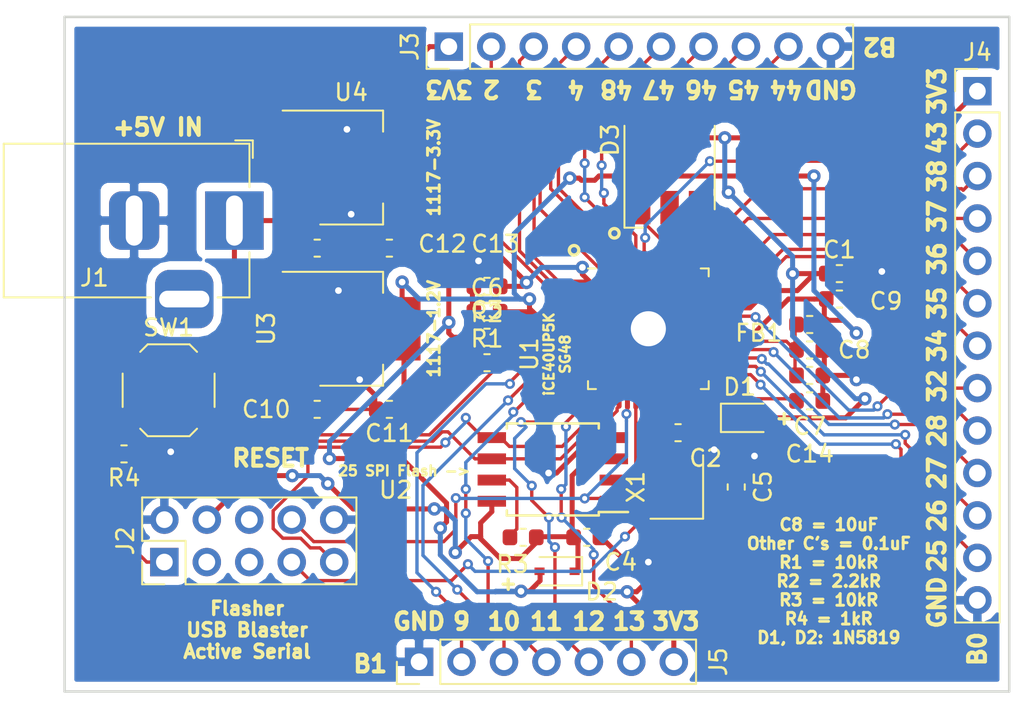
<source format=kicad_pcb>
(kicad_pcb (version 20171130) (host pcbnew 5.0.2)

  (general
    (thickness 1.6)
    (drawings 206)
    (tracks 624)
    (zones 0)
    (modules 33)
    (nets 54)
  )

  (page A4)
  (layers
    (0 F.Cu signal)
    (31 B.Cu signal)
    (32 B.Adhes user)
    (33 F.Adhes user)
    (34 B.Paste user)
    (35 F.Paste user)
    (36 B.SilkS user)
    (37 F.SilkS user)
    (38 B.Mask user)
    (39 F.Mask user)
    (40 Dwgs.User user)
    (41 Cmts.User user)
    (42 Eco1.User user)
    (43 Eco2.User user)
    (44 Edge.Cuts user)
    (45 Margin user)
    (46 B.CrtYd user)
    (47 F.CrtYd user)
    (48 B.Fab user)
    (49 F.Fab user)
  )

  (setup
    (last_trace_width 0.2)
    (trace_clearance 0.16)
    (zone_clearance 0.508)
    (zone_45_only no)
    (trace_min 0.2)
    (segment_width 0.2)
    (edge_width 0.15)
    (via_size 0.6)
    (via_drill 0.3)
    (via_min_size 0.4)
    (via_min_drill 0.3)
    (uvia_size 0.3)
    (uvia_drill 0.1)
    (uvias_allowed no)
    (uvia_min_size 0.2)
    (uvia_min_drill 0.1)
    (pcb_text_width 0.3)
    (pcb_text_size 1.5 1.5)
    (mod_edge_width 0.15)
    (mod_text_size 1 1)
    (mod_text_width 0.15)
    (pad_size 3.2 3.2)
    (pad_drill 1.6)
    (pad_to_mask_clearance 0.051)
    (solder_mask_min_width 0.25)
    (aux_axis_origin 97.155 80.391)
    (visible_elements FFFFFF7F)
    (pcbplotparams
      (layerselection 0x010fc_ffffffff)
      (usegerberextensions false)
      (usegerberattributes false)
      (usegerberadvancedattributes false)
      (creategerberjobfile false)
      (excludeedgelayer true)
      (linewidth 0.100000)
      (plotframeref false)
      (viasonmask false)
      (mode 1)
      (useauxorigin false)
      (hpglpennumber 1)
      (hpglpenspeed 20)
      (hpglpendiameter 15.000000)
      (psnegative false)
      (psa4output false)
      (plotreference true)
      (plotvalue true)
      (plotinvisibletext false)
      (padsonsilk false)
      (subtractmaskfromsilk false)
      (outputformat 1)
      (mirror false)
      (drillshape 1)
      (scaleselection 1)
      (outputdirectory ""))
  )

  (net 0 "")
  (net 1 +3V3)
  (net 2 /CDONE)
  (net 3 /CRESET)
  (net 4 "Net-(R3-Pad2)")
  (net 5 +5V)
  (net 6 GND)
  (net 7 +1V2)
  (net 8 /ICE_SS)
  (net 9 /ICE_SI)
  (net 10 /ICE_SO)
  (net 11 /ICE_SCK)
  (net 12 +3.3VP)
  (net 13 "Net-(U1-Pad6)")
  (net 14 "Net-(U1-Pad18)")
  (net 15 "Net-(U1-Pad19)")
  (net 16 /CLK_50M)
  (net 17 "Net-(U1-Pad21)")
  (net 18 "Net-(U1-Pad23)")
  (net 19 "Net-(C7-Pad2)")
  (net 20 "Net-(D3-Pad3)")
  (net 21 "Net-(D3-Pad2)")
  (net 22 "Net-(D3-Pad1)")
  (net 23 "Net-(J2-Pad3)")
  (net 24 "Net-(J2-Pad5)")
  (net 25 "Net-(J2-Pad6)")
  (net 26 /2)
  (net 27 /3)
  (net 28 /4)
  (net 29 /44)
  (net 30 /45)
  (net 31 /46)
  (net 32 /47)
  (net 33 /48)
  (net 34 /25)
  (net 35 /26)
  (net 36 /27)
  (net 37 /28)
  (net 38 /32)
  (net 39 /34)
  (net 40 /35)
  (net 41 /36)
  (net 42 /37)
  (net 43 /38)
  (net 44 /43)
  (net 45 "Net-(U1-Pad42)")
  (net 46 "Net-(U1-Pad31)")
  (net 47 /9)
  (net 48 /10)
  (net 49 /11)
  (net 50 /12)
  (net 51 /13)
  (net 52 "Net-(R4-Pad2)")
  (net 53 "Net-(C14-Pad1)")

  (net_class Default 这是默认网络组.
    (clearance 0.16)
    (trace_width 0.2)
    (via_dia 0.6)
    (via_drill 0.3)
    (uvia_dia 0.3)
    (uvia_drill 0.1)
    (add_net /10)
    (add_net /11)
    (add_net /12)
    (add_net /13)
    (add_net /2)
    (add_net /25)
    (add_net /26)
    (add_net /27)
    (add_net /28)
    (add_net /3)
    (add_net /32)
    (add_net /34)
    (add_net /35)
    (add_net /36)
    (add_net /37)
    (add_net /38)
    (add_net /4)
    (add_net /43)
    (add_net /44)
    (add_net /45)
    (add_net /46)
    (add_net /47)
    (add_net /48)
    (add_net /9)
    (add_net /CDONE)
    (add_net /CLK_50M)
    (add_net /CRESET)
    (add_net /ICE_SCK)
    (add_net /ICE_SI)
    (add_net /ICE_SO)
    (add_net /ICE_SS)
    (add_net "Net-(C14-Pad1)")
    (add_net "Net-(C7-Pad2)")
    (add_net "Net-(D3-Pad1)")
    (add_net "Net-(D3-Pad2)")
    (add_net "Net-(D3-Pad3)")
    (add_net "Net-(J2-Pad3)")
    (add_net "Net-(J2-Pad5)")
    (add_net "Net-(J2-Pad6)")
    (add_net "Net-(R3-Pad2)")
    (add_net "Net-(R4-Pad2)")
    (add_net "Net-(U1-Pad18)")
    (add_net "Net-(U1-Pad19)")
    (add_net "Net-(U1-Pad21)")
    (add_net "Net-(U1-Pad23)")
    (add_net "Net-(U1-Pad31)")
    (add_net "Net-(U1-Pad42)")
    (add_net "Net-(U1-Pad6)")
  )

  (net_class Power ""
    (clearance 0.18)
    (trace_width 0.3)
    (via_dia 0.8)
    (via_drill 0.4)
    (uvia_dia 0.3)
    (uvia_drill 0.1)
    (add_net +1V2)
    (add_net +3.3VP)
    (add_net +3V3)
    (add_net +5V)
    (add_net GND)
  )

  (module Capacitor_SMD:C_0603_1608Metric (layer F.Cu) (tedit 5B301BBE) (tstamp 5C5FADD0)
    (at 141.732 62.992)
    (descr "Capacitor SMD 0603 (1608 Metric), square (rectangular) end terminal, IPC_7351 nominal, (Body size source: http://www.tortai-tech.com/upload/download/2011102023233369053.pdf), generated with kicad-footprint-generator")
    (tags capacitor)
    (path /5C5408B3)
    (attr smd)
    (fp_text reference C14 (at 0 3.175) (layer F.SilkS)
      (effects (font (size 1 1) (thickness 0.15)))
    )
    (fp_text value 0.1uF (at 0 1.43) (layer F.Fab)
      (effects (font (size 1 1) (thickness 0.15)))
    )
    (fp_line (start -0.8 0.4) (end -0.8 -0.4) (layer F.Fab) (width 0.1))
    (fp_line (start -0.8 -0.4) (end 0.8 -0.4) (layer F.Fab) (width 0.1))
    (fp_line (start 0.8 -0.4) (end 0.8 0.4) (layer F.Fab) (width 0.1))
    (fp_line (start 0.8 0.4) (end -0.8 0.4) (layer F.Fab) (width 0.1))
    (fp_line (start -0.162779 -0.51) (end 0.162779 -0.51) (layer F.SilkS) (width 0.12))
    (fp_line (start -0.162779 0.51) (end 0.162779 0.51) (layer F.SilkS) (width 0.12))
    (fp_line (start -1.48 0.73) (end -1.48 -0.73) (layer F.CrtYd) (width 0.05))
    (fp_line (start -1.48 -0.73) (end 1.48 -0.73) (layer F.CrtYd) (width 0.05))
    (fp_line (start 1.48 -0.73) (end 1.48 0.73) (layer F.CrtYd) (width 0.05))
    (fp_line (start 1.48 0.73) (end -1.48 0.73) (layer F.CrtYd) (width 0.05))
    (fp_text user %R (at 0 0) (layer F.Fab)
      (effects (font (size 0.4 0.4) (thickness 0.06)))
    )
    (pad 1 smd roundrect (at -0.7875 0) (size 0.875 0.95) (layers F.Cu F.Paste F.Mask) (roundrect_rratio 0.25)
      (net 53 "Net-(C14-Pad1)"))
    (pad 2 smd roundrect (at 0.7875 0) (size 0.875 0.95) (layers F.Cu F.Paste F.Mask) (roundrect_rratio 0.25)
      (net 6 GND))
    (model ${KISYS3DMOD}/Capacitor_SMD.3dshapes/C_0603_1608Metric.wrl
      (at (xyz 0 0 0))
      (scale (xyz 1 1 1))
      (rotate (xyz 0 0 0))
    )
  )

  (module Button_Switch_SMD:SW_SPST_TL3342 (layer F.Cu) (tedit 5A02FC95) (tstamp 5C5C4B70)
    (at 103.378 62.357)
    (descr "Low-profile SMD Tactile Switch, https://www.e-switch.com/system/asset/product_line/data_sheet/165/TL3342.pdf")
    (tags "SPST Tactile Switch")
    (path /5C4E8F1C)
    (attr smd)
    (fp_text reference SW1 (at 0 -3.75) (layer F.SilkS)
      (effects (font (size 1 1) (thickness 0.15)))
    )
    (fp_text value Button (at 0 3.75) (layer F.Fab)
      (effects (font (size 1 1) (thickness 0.15)))
    )
    (fp_text user %R (at 0 -3.75) (layer F.Fab)
      (effects (font (size 1 1) (thickness 0.15)))
    )
    (fp_line (start 3.2 2.1) (end 3.2 1.6) (layer F.Fab) (width 0.1))
    (fp_line (start 3.2 -2.1) (end 3.2 -1.6) (layer F.Fab) (width 0.1))
    (fp_line (start -3.2 2.1) (end -3.2 1.6) (layer F.Fab) (width 0.1))
    (fp_line (start -3.2 -2.1) (end -3.2 -1.6) (layer F.Fab) (width 0.1))
    (fp_line (start 2.7 -2.1) (end 2.7 -1.6) (layer F.Fab) (width 0.1))
    (fp_line (start 1.7 -2.1) (end 3.2 -2.1) (layer F.Fab) (width 0.1))
    (fp_line (start 3.2 -1.6) (end 2.2 -1.6) (layer F.Fab) (width 0.1))
    (fp_line (start -2.7 -2.1) (end -2.7 -1.6) (layer F.Fab) (width 0.1))
    (fp_line (start -1.7 -2.1) (end -3.2 -2.1) (layer F.Fab) (width 0.1))
    (fp_line (start -3.2 -1.6) (end -2.2 -1.6) (layer F.Fab) (width 0.1))
    (fp_line (start -2.7 2.1) (end -2.7 1.6) (layer F.Fab) (width 0.1))
    (fp_line (start -3.2 1.6) (end -2.2 1.6) (layer F.Fab) (width 0.1))
    (fp_line (start -1.7 2.1) (end -3.2 2.1) (layer F.Fab) (width 0.1))
    (fp_line (start 1.7 2.1) (end 3.2 2.1) (layer F.Fab) (width 0.1))
    (fp_line (start 2.7 2.1) (end 2.7 1.6) (layer F.Fab) (width 0.1))
    (fp_line (start 3.2 1.6) (end 2.2 1.6) (layer F.Fab) (width 0.1))
    (fp_line (start -1.7 2.3) (end -1.25 2.75) (layer F.SilkS) (width 0.12))
    (fp_line (start 1.7 2.3) (end 1.25 2.75) (layer F.SilkS) (width 0.12))
    (fp_line (start 1.7 -2.3) (end 1.25 -2.75) (layer F.SilkS) (width 0.12))
    (fp_line (start -1.7 -2.3) (end -1.25 -2.75) (layer F.SilkS) (width 0.12))
    (fp_line (start -2 -1) (end -1 -2) (layer F.Fab) (width 0.1))
    (fp_line (start -1 -2) (end 1 -2) (layer F.Fab) (width 0.1))
    (fp_line (start 1 -2) (end 2 -1) (layer F.Fab) (width 0.1))
    (fp_line (start 2 -1) (end 2 1) (layer F.Fab) (width 0.1))
    (fp_line (start 2 1) (end 1 2) (layer F.Fab) (width 0.1))
    (fp_line (start 1 2) (end -1 2) (layer F.Fab) (width 0.1))
    (fp_line (start -1 2) (end -2 1) (layer F.Fab) (width 0.1))
    (fp_line (start -2 1) (end -2 -1) (layer F.Fab) (width 0.1))
    (fp_line (start 2.75 -1) (end 2.75 1) (layer F.SilkS) (width 0.12))
    (fp_line (start -1.25 2.75) (end 1.25 2.75) (layer F.SilkS) (width 0.12))
    (fp_line (start -2.75 -1) (end -2.75 1) (layer F.SilkS) (width 0.12))
    (fp_line (start -1.25 -2.75) (end 1.25 -2.75) (layer F.SilkS) (width 0.12))
    (fp_line (start -2.6 -1.2) (end -2.6 1.2) (layer F.Fab) (width 0.1))
    (fp_line (start -2.6 1.2) (end -1.2 2.6) (layer F.Fab) (width 0.1))
    (fp_line (start -1.2 2.6) (end 1.2 2.6) (layer F.Fab) (width 0.1))
    (fp_line (start 1.2 2.6) (end 2.6 1.2) (layer F.Fab) (width 0.1))
    (fp_line (start 2.6 1.2) (end 2.6 -1.2) (layer F.Fab) (width 0.1))
    (fp_line (start 2.6 -1.2) (end 1.2 -2.6) (layer F.Fab) (width 0.1))
    (fp_line (start 1.2 -2.6) (end -1.2 -2.6) (layer F.Fab) (width 0.1))
    (fp_line (start -1.2 -2.6) (end -2.6 -1.2) (layer F.Fab) (width 0.1))
    (fp_line (start -4.25 -3) (end 4.25 -3) (layer F.CrtYd) (width 0.05))
    (fp_line (start 4.25 -3) (end 4.25 3) (layer F.CrtYd) (width 0.05))
    (fp_line (start 4.25 3) (end -4.25 3) (layer F.CrtYd) (width 0.05))
    (fp_line (start -4.25 3) (end -4.25 -3) (layer F.CrtYd) (width 0.05))
    (fp_circle (center 0 0) (end 1 0) (layer F.Fab) (width 0.1))
    (pad 1 smd rect (at -3.15 -1.9) (size 1.7 1) (layers F.Cu F.Paste F.Mask)
      (net 3 /CRESET))
    (pad 1 smd rect (at 3.15 -1.9) (size 1.7 1) (layers F.Cu F.Paste F.Mask)
      (net 3 /CRESET))
    (pad 2 smd rect (at -3.15 1.9) (size 1.7 1) (layers F.Cu F.Paste F.Mask)
      (net 52 "Net-(R4-Pad2)"))
    (pad 2 smd rect (at 3.15 1.9) (size 1.7 1) (layers F.Cu F.Paste F.Mask)
      (net 52 "Net-(R4-Pad2)"))
    (model ${KISYS3DMOD}/Button_Switch_SMD.3dshapes/SW_SPST_TL3342.wrl
      (at (xyz 0 0 0))
      (scale (xyz 1 1 1))
      (rotate (xyz 0 0 0))
    )
  )

  (module Oscillator:Oscillator_SMD_Abracon_ASE-4Pin_3.2x2.5mm (layer F.Cu) (tedit 58CD3344) (tstamp 5C5BD3BA)
    (at 133.7818 68.1482 90)
    (descr "Miniature Crystal Clock Oscillator Abracon ASE series, http://www.abracon.com/Oscillators/ASEseries.pdf, 3.2x2.5mm^2 package")
    (tags "SMD SMT crystal oscillator")
    (path /5C4DE924)
    (attr smd)
    (fp_text reference X1 (at 0 -2.45 90) (layer F.SilkS)
      (effects (font (size 1 1) (thickness 0.15)))
    )
    (fp_text value 50MHz (at 0 2.45 90) (layer F.Fab)
      (effects (font (size 1 1) (thickness 0.15)))
    )
    (fp_text user %R (at 0 0 90) (layer F.Fab)
      (effects (font (size 0.7 0.7) (thickness 0.105)))
    )
    (fp_line (start -1.5 -1.25) (end 1.5 -1.25) (layer F.Fab) (width 0.1))
    (fp_line (start 1.5 -1.25) (end 1.6 -1.15) (layer F.Fab) (width 0.1))
    (fp_line (start 1.6 -1.15) (end 1.6 1.15) (layer F.Fab) (width 0.1))
    (fp_line (start 1.6 1.15) (end 1.5 1.25) (layer F.Fab) (width 0.1))
    (fp_line (start 1.5 1.25) (end -1.5 1.25) (layer F.Fab) (width 0.1))
    (fp_line (start -1.5 1.25) (end -1.6 1.15) (layer F.Fab) (width 0.1))
    (fp_line (start -1.6 1.15) (end -1.6 -1.15) (layer F.Fab) (width 0.1))
    (fp_line (start -1.6 -1.15) (end -1.5 -1.25) (layer F.Fab) (width 0.1))
    (fp_line (start -1.6 0.25) (end -0.6 1.25) (layer F.Fab) (width 0.1))
    (fp_line (start -1.9 -1.575) (end -1.9 1.575) (layer F.SilkS) (width 0.12))
    (fp_line (start -1.9 1.575) (end 1.9 1.575) (layer F.SilkS) (width 0.12))
    (fp_line (start -2 -1.7) (end -2 1.7) (layer F.CrtYd) (width 0.05))
    (fp_line (start -2 1.7) (end 2 1.7) (layer F.CrtYd) (width 0.05))
    (fp_line (start 2 1.7) (end 2 -1.7) (layer F.CrtYd) (width 0.05))
    (fp_line (start 2 -1.7) (end -2 -1.7) (layer F.CrtYd) (width 0.05))
    (fp_circle (center 0 0) (end 0.25 0) (layer F.Adhes) (width 0.1))
    (fp_circle (center 0 0) (end 0.208333 0) (layer F.Adhes) (width 0.083333))
    (fp_circle (center 0 0) (end 0.133333 0) (layer F.Adhes) (width 0.083333))
    (fp_circle (center 0 0) (end 0.058333 0) (layer F.Adhes) (width 0.116667))
    (pad 1 smd rect (at -1.05 0.825 90) (size 1.3 1.1) (layers F.Cu F.Paste F.Mask)
      (net 1 +3V3))
    (pad 2 smd rect (at 1.05 0.825 90) (size 1.3 1.1) (layers F.Cu F.Paste F.Mask)
      (net 6 GND))
    (pad 3 smd rect (at 1.05 -0.825 90) (size 1.3 1.1) (layers F.Cu F.Paste F.Mask)
      (net 16 /CLK_50M))
    (pad 4 smd rect (at -1.05 -0.825 90) (size 1.3 1.1) (layers F.Cu F.Paste F.Mask)
      (net 1 +3V3))
    (model ${KISYS3DMOD}/Oscillator.3dshapes/Oscillator_SMD_Abracon_ASE-4Pin_3.2x2.5mm.wrl
      (at (xyz 0 0 0))
      (scale (xyz 1 1 1))
      (rotate (xyz 0 0 0))
    )
  )

  (module Capacitor_SMD:C_0603_1608Metric (layer F.Cu) (tedit 5B301BBE) (tstamp 5C5BCB3D)
    (at 116.586 53.848 180)
    (descr "Capacitor SMD 0603 (1608 Metric), square (rectangular) end terminal, IPC_7351 nominal, (Body size source: http://www.tortai-tech.com/upload/download/2011102023233369053.pdf), generated with kicad-footprint-generator")
    (tags capacitor)
    (path /5C525423)
    (attr smd)
    (fp_text reference C13 (at -6.35 0.254 180) (layer F.SilkS)
      (effects (font (size 1 1) (thickness 0.15)))
    )
    (fp_text value 0.1uF (at 0 1.43 180) (layer F.Fab)
      (effects (font (size 1 1) (thickness 0.15)))
    )
    (fp_line (start -0.8 0.4) (end -0.8 -0.4) (layer F.Fab) (width 0.1))
    (fp_line (start -0.8 -0.4) (end 0.8 -0.4) (layer F.Fab) (width 0.1))
    (fp_line (start 0.8 -0.4) (end 0.8 0.4) (layer F.Fab) (width 0.1))
    (fp_line (start 0.8 0.4) (end -0.8 0.4) (layer F.Fab) (width 0.1))
    (fp_line (start -0.162779 -0.51) (end 0.162779 -0.51) (layer F.SilkS) (width 0.12))
    (fp_line (start -0.162779 0.51) (end 0.162779 0.51) (layer F.SilkS) (width 0.12))
    (fp_line (start -1.48 0.73) (end -1.48 -0.73) (layer F.CrtYd) (width 0.05))
    (fp_line (start -1.48 -0.73) (end 1.48 -0.73) (layer F.CrtYd) (width 0.05))
    (fp_line (start 1.48 -0.73) (end 1.48 0.73) (layer F.CrtYd) (width 0.05))
    (fp_line (start 1.48 0.73) (end -1.48 0.73) (layer F.CrtYd) (width 0.05))
    (fp_text user %R (at 0 0 180) (layer F.Fab)
      (effects (font (size 0.4 0.4) (thickness 0.06)))
    )
    (pad 1 smd roundrect (at -0.7875 0 180) (size 0.875 0.95) (layers F.Cu F.Paste F.Mask) (roundrect_rratio 0.25)
      (net 1 +3V3))
    (pad 2 smd roundrect (at 0.7875 0 180) (size 0.875 0.95) (layers F.Cu F.Paste F.Mask) (roundrect_rratio 0.25)
      (net 6 GND))
    (model ${KISYS3DMOD}/Capacitor_SMD.3dshapes/C_0603_1608Metric.wrl
      (at (xyz 0 0 0))
      (scale (xyz 1 1 1))
      (rotate (xyz 0 0 0))
    )
  )

  (module Capacitor_SMD:C_0603_1608Metric (layer F.Cu) (tedit 5B301BBE) (tstamp 5C5BCB2D)
    (at 116.586 63.5 180)
    (descr "Capacitor SMD 0603 (1608 Metric), square (rectangular) end terminal, IPC_7351 nominal, (Body size source: http://www.tortai-tech.com/upload/download/2011102023233369053.pdf), generated with kicad-footprint-generator")
    (tags capacitor)
    (path /5C516123)
    (attr smd)
    (fp_text reference C11 (at 0 -1.43 180) (layer F.SilkS)
      (effects (font (size 1 1) (thickness 0.15)))
    )
    (fp_text value 0.1uF (at 0 1.43 180) (layer F.Fab)
      (effects (font (size 1 1) (thickness 0.15)))
    )
    (fp_text user %R (at 0 0 180) (layer F.Fab)
      (effects (font (size 0.4 0.4) (thickness 0.06)))
    )
    (fp_line (start 1.48 0.73) (end -1.48 0.73) (layer F.CrtYd) (width 0.05))
    (fp_line (start 1.48 -0.73) (end 1.48 0.73) (layer F.CrtYd) (width 0.05))
    (fp_line (start -1.48 -0.73) (end 1.48 -0.73) (layer F.CrtYd) (width 0.05))
    (fp_line (start -1.48 0.73) (end -1.48 -0.73) (layer F.CrtYd) (width 0.05))
    (fp_line (start -0.162779 0.51) (end 0.162779 0.51) (layer F.SilkS) (width 0.12))
    (fp_line (start -0.162779 -0.51) (end 0.162779 -0.51) (layer F.SilkS) (width 0.12))
    (fp_line (start 0.8 0.4) (end -0.8 0.4) (layer F.Fab) (width 0.1))
    (fp_line (start 0.8 -0.4) (end 0.8 0.4) (layer F.Fab) (width 0.1))
    (fp_line (start -0.8 -0.4) (end 0.8 -0.4) (layer F.Fab) (width 0.1))
    (fp_line (start -0.8 0.4) (end -0.8 -0.4) (layer F.Fab) (width 0.1))
    (pad 2 smd roundrect (at 0.7875 0 180) (size 0.875 0.95) (layers F.Cu F.Paste F.Mask) (roundrect_rratio 0.25)
      (net 6 GND))
    (pad 1 smd roundrect (at -0.7875 0 180) (size 0.875 0.95) (layers F.Cu F.Paste F.Mask) (roundrect_rratio 0.25)
      (net 7 +1V2))
    (model ${KISYS3DMOD}/Capacitor_SMD.3dshapes/C_0603_1608Metric.wrl
      (at (xyz 0 0 0))
      (scale (xyz 1 1 1))
      (rotate (xyz 0 0 0))
    )
  )

  (module Capacitor_SMD:C_0603_1608Metric (layer F.Cu) (tedit 5B301BBE) (tstamp 5C5BCB1D)
    (at 143.51 55.372)
    (descr "Capacitor SMD 0603 (1608 Metric), square (rectangular) end terminal, IPC_7351 nominal, (Body size source: http://www.tortai-tech.com/upload/download/2011102023233369053.pdf), generated with kicad-footprint-generator")
    (tags capacitor)
    (path /5C4B02FD)
    (attr smd)
    (fp_text reference C1 (at 0 -1.43) (layer F.SilkS)
      (effects (font (size 1 1) (thickness 0.15)))
    )
    (fp_text value 0.1uF (at 0 1.43) (layer F.Fab)
      (effects (font (size 1 1) (thickness 0.15)))
    )
    (fp_line (start -0.8 0.4) (end -0.8 -0.4) (layer F.Fab) (width 0.1))
    (fp_line (start -0.8 -0.4) (end 0.8 -0.4) (layer F.Fab) (width 0.1))
    (fp_line (start 0.8 -0.4) (end 0.8 0.4) (layer F.Fab) (width 0.1))
    (fp_line (start 0.8 0.4) (end -0.8 0.4) (layer F.Fab) (width 0.1))
    (fp_line (start -0.162779 -0.51) (end 0.162779 -0.51) (layer F.SilkS) (width 0.12))
    (fp_line (start -0.162779 0.51) (end 0.162779 0.51) (layer F.SilkS) (width 0.12))
    (fp_line (start -1.48 0.73) (end -1.48 -0.73) (layer F.CrtYd) (width 0.05))
    (fp_line (start -1.48 -0.73) (end 1.48 -0.73) (layer F.CrtYd) (width 0.05))
    (fp_line (start 1.48 -0.73) (end 1.48 0.73) (layer F.CrtYd) (width 0.05))
    (fp_line (start 1.48 0.73) (end -1.48 0.73) (layer F.CrtYd) (width 0.05))
    (fp_text user %R (at 0 0) (layer F.Fab)
      (effects (font (size 0.4 0.4) (thickness 0.06)))
    )
    (pad 1 smd roundrect (at -0.7875 0) (size 0.875 0.95) (layers F.Cu F.Paste F.Mask) (roundrect_rratio 0.25)
      (net 1 +3V3))
    (pad 2 smd roundrect (at 0.7875 0) (size 0.875 0.95) (layers F.Cu F.Paste F.Mask) (roundrect_rratio 0.25)
      (net 6 GND))
    (model ${KISYS3DMOD}/Capacitor_SMD.3dshapes/C_0603_1608Metric.wrl
      (at (xyz 0 0 0))
      (scale (xyz 1 1 1))
      (rotate (xyz 0 0 0))
    )
  )

  (module Capacitor_SMD:C_0603_1608Metric (layer F.Cu) (tedit 5B301BBE) (tstamp 5C5BCB0D)
    (at 112.268 63.5)
    (descr "Capacitor SMD 0603 (1608 Metric), square (rectangular) end terminal, IPC_7351 nominal, (Body size source: http://www.tortai-tech.com/upload/download/2011102023233369053.pdf), generated with kicad-footprint-generator")
    (tags capacitor)
    (path /5C516198)
    (attr smd)
    (fp_text reference C10 (at -3.048 0) (layer F.SilkS)
      (effects (font (size 1 1) (thickness 0.15)))
    )
    (fp_text value 0.1uF (at 0 1.43) (layer F.Fab)
      (effects (font (size 1 1) (thickness 0.15)))
    )
    (fp_text user %R (at 0 0) (layer F.Fab)
      (effects (font (size 0.4 0.4) (thickness 0.06)))
    )
    (fp_line (start 1.48 0.73) (end -1.48 0.73) (layer F.CrtYd) (width 0.05))
    (fp_line (start 1.48 -0.73) (end 1.48 0.73) (layer F.CrtYd) (width 0.05))
    (fp_line (start -1.48 -0.73) (end 1.48 -0.73) (layer F.CrtYd) (width 0.05))
    (fp_line (start -1.48 0.73) (end -1.48 -0.73) (layer F.CrtYd) (width 0.05))
    (fp_line (start -0.162779 0.51) (end 0.162779 0.51) (layer F.SilkS) (width 0.12))
    (fp_line (start -0.162779 -0.51) (end 0.162779 -0.51) (layer F.SilkS) (width 0.12))
    (fp_line (start 0.8 0.4) (end -0.8 0.4) (layer F.Fab) (width 0.1))
    (fp_line (start 0.8 -0.4) (end 0.8 0.4) (layer F.Fab) (width 0.1))
    (fp_line (start -0.8 -0.4) (end 0.8 -0.4) (layer F.Fab) (width 0.1))
    (fp_line (start -0.8 0.4) (end -0.8 -0.4) (layer F.Fab) (width 0.1))
    (pad 2 smd roundrect (at 0.7875 0) (size 0.875 0.95) (layers F.Cu F.Paste F.Mask) (roundrect_rratio 0.25)
      (net 6 GND))
    (pad 1 smd roundrect (at -0.7875 0) (size 0.875 0.95) (layers F.Cu F.Paste F.Mask) (roundrect_rratio 0.25)
      (net 5 +5V))
    (model ${KISYS3DMOD}/Capacitor_SMD.3dshapes/C_0603_1608Metric.wrl
      (at (xyz 0 0 0))
      (scale (xyz 1 1 1))
      (rotate (xyz 0 0 0))
    )
  )

  (module Capacitor_SMD:C_0603_1608Metric (layer F.Cu) (tedit 5B301BBE) (tstamp 5C5BCAFD)
    (at 143.51 56.896 180)
    (descr "Capacitor SMD 0603 (1608 Metric), square (rectangular) end terminal, IPC_7351 nominal, (Body size source: http://www.tortai-tech.com/upload/download/2011102023233369053.pdf), generated with kicad-footprint-generator")
    (tags capacitor)
    (path /5C4F76FE)
    (attr smd)
    (fp_text reference C9 (at -2.794 -0.127 180) (layer F.SilkS)
      (effects (font (size 1 1) (thickness 0.15)))
    )
    (fp_text value 0.1uF (at 0 1.43 180) (layer F.Fab)
      (effects (font (size 1 1) (thickness 0.15)))
    )
    (fp_line (start -0.8 0.4) (end -0.8 -0.4) (layer F.Fab) (width 0.1))
    (fp_line (start -0.8 -0.4) (end 0.8 -0.4) (layer F.Fab) (width 0.1))
    (fp_line (start 0.8 -0.4) (end 0.8 0.4) (layer F.Fab) (width 0.1))
    (fp_line (start 0.8 0.4) (end -0.8 0.4) (layer F.Fab) (width 0.1))
    (fp_line (start -0.162779 -0.51) (end 0.162779 -0.51) (layer F.SilkS) (width 0.12))
    (fp_line (start -0.162779 0.51) (end 0.162779 0.51) (layer F.SilkS) (width 0.12))
    (fp_line (start -1.48 0.73) (end -1.48 -0.73) (layer F.CrtYd) (width 0.05))
    (fp_line (start -1.48 -0.73) (end 1.48 -0.73) (layer F.CrtYd) (width 0.05))
    (fp_line (start 1.48 -0.73) (end 1.48 0.73) (layer F.CrtYd) (width 0.05))
    (fp_line (start 1.48 0.73) (end -1.48 0.73) (layer F.CrtYd) (width 0.05))
    (fp_text user %R (at 0 0 180) (layer F.Fab)
      (effects (font (size 0.4 0.4) (thickness 0.06)))
    )
    (pad 1 smd roundrect (at -0.7875 0 180) (size 0.875 0.95) (layers F.Cu F.Paste F.Mask) (roundrect_rratio 0.25)
      (net 6 GND))
    (pad 2 smd roundrect (at 0.7875 0 180) (size 0.875 0.95) (layers F.Cu F.Paste F.Mask) (roundrect_rratio 0.25)
      (net 7 +1V2))
    (model ${KISYS3DMOD}/Capacitor_SMD.3dshapes/C_0603_1608Metric.wrl
      (at (xyz 0 0 0))
      (scale (xyz 1 1 1))
      (rotate (xyz 0 0 0))
    )
  )

  (module Capacitor_SMD:C_0603_1608Metric (layer F.Cu) (tedit 5B301BBE) (tstamp 5C5BCAED)
    (at 141.732 59.944 180)
    (descr "Capacitor SMD 0603 (1608 Metric), square (rectangular) end terminal, IPC_7351 nominal, (Body size source: http://www.tortai-tech.com/upload/download/2011102023233369053.pdf), generated with kicad-footprint-generator")
    (tags capacitor)
    (path /5C4B1174)
    (attr smd)
    (fp_text reference C8 (at -2.667 0 180) (layer F.SilkS)
      (effects (font (size 1 1) (thickness 0.15)))
    )
    (fp_text value 10uF (at 0 1.43 180) (layer F.Fab)
      (effects (font (size 1 1) (thickness 0.15)))
    )
    (fp_text user %R (at 0 0 180) (layer F.Fab)
      (effects (font (size 0.4 0.4) (thickness 0.06)))
    )
    (fp_line (start 1.48 0.73) (end -1.48 0.73) (layer F.CrtYd) (width 0.05))
    (fp_line (start 1.48 -0.73) (end 1.48 0.73) (layer F.CrtYd) (width 0.05))
    (fp_line (start -1.48 -0.73) (end 1.48 -0.73) (layer F.CrtYd) (width 0.05))
    (fp_line (start -1.48 0.73) (end -1.48 -0.73) (layer F.CrtYd) (width 0.05))
    (fp_line (start -0.162779 0.51) (end 0.162779 0.51) (layer F.SilkS) (width 0.12))
    (fp_line (start -0.162779 -0.51) (end 0.162779 -0.51) (layer F.SilkS) (width 0.12))
    (fp_line (start 0.8 0.4) (end -0.8 0.4) (layer F.Fab) (width 0.1))
    (fp_line (start 0.8 -0.4) (end 0.8 0.4) (layer F.Fab) (width 0.1))
    (fp_line (start -0.8 -0.4) (end 0.8 -0.4) (layer F.Fab) (width 0.1))
    (fp_line (start -0.8 0.4) (end -0.8 -0.4) (layer F.Fab) (width 0.1))
    (pad 2 smd roundrect (at 0.7875 0 180) (size 0.875 0.95) (layers F.Cu F.Paste F.Mask) (roundrect_rratio 0.25)
      (net 19 "Net-(C7-Pad2)"))
    (pad 1 smd roundrect (at -0.7875 0 180) (size 0.875 0.95) (layers F.Cu F.Paste F.Mask) (roundrect_rratio 0.25)
      (net 6 GND))
    (model ${KISYS3DMOD}/Capacitor_SMD.3dshapes/C_0603_1608Metric.wrl
      (at (xyz 0 0 0))
      (scale (xyz 1 1 1))
      (rotate (xyz 0 0 0))
    )
  )

  (module Capacitor_SMD:C_0603_1608Metric (layer F.Cu) (tedit 5B301BBE) (tstamp 5C5BCADD)
    (at 141.732 61.468 180)
    (descr "Capacitor SMD 0603 (1608 Metric), square (rectangular) end terminal, IPC_7351 nominal, (Body size source: http://www.tortai-tech.com/upload/download/2011102023233369053.pdf), generated with kicad-footprint-generator")
    (tags capacitor)
    (path /5C4B10C8)
    (attr smd)
    (fp_text reference C7 (at 0 -3.048 180) (layer F.SilkS)
      (effects (font (size 1 1) (thickness 0.15)))
    )
    (fp_text value 0.1uF (at 0 1.43 180) (layer F.Fab)
      (effects (font (size 1 1) (thickness 0.15)))
    )
    (fp_line (start -0.8 0.4) (end -0.8 -0.4) (layer F.Fab) (width 0.1))
    (fp_line (start -0.8 -0.4) (end 0.8 -0.4) (layer F.Fab) (width 0.1))
    (fp_line (start 0.8 -0.4) (end 0.8 0.4) (layer F.Fab) (width 0.1))
    (fp_line (start 0.8 0.4) (end -0.8 0.4) (layer F.Fab) (width 0.1))
    (fp_line (start -0.162779 -0.51) (end 0.162779 -0.51) (layer F.SilkS) (width 0.12))
    (fp_line (start -0.162779 0.51) (end 0.162779 0.51) (layer F.SilkS) (width 0.12))
    (fp_line (start -1.48 0.73) (end -1.48 -0.73) (layer F.CrtYd) (width 0.05))
    (fp_line (start -1.48 -0.73) (end 1.48 -0.73) (layer F.CrtYd) (width 0.05))
    (fp_line (start 1.48 -0.73) (end 1.48 0.73) (layer F.CrtYd) (width 0.05))
    (fp_line (start 1.48 0.73) (end -1.48 0.73) (layer F.CrtYd) (width 0.05))
    (fp_text user %R (at 0 0 180) (layer F.Fab)
      (effects (font (size 0.4 0.4) (thickness 0.06)))
    )
    (pad 1 smd roundrect (at -0.7875 0 180) (size 0.875 0.95) (layers F.Cu F.Paste F.Mask) (roundrect_rratio 0.25)
      (net 6 GND))
    (pad 2 smd roundrect (at 0.7875 0 180) (size 0.875 0.95) (layers F.Cu F.Paste F.Mask) (roundrect_rratio 0.25)
      (net 19 "Net-(C7-Pad2)"))
    (model ${KISYS3DMOD}/Capacitor_SMD.3dshapes/C_0603_1608Metric.wrl
      (at (xyz 0 0 0))
      (scale (xyz 1 1 1))
      (rotate (xyz 0 0 0))
    )
  )

  (module Capacitor_SMD:C_0603_1608Metric (layer F.Cu) (tedit 5B301BBE) (tstamp 5C5BCACD)
    (at 122.428 57.658)
    (descr "Capacitor SMD 0603 (1608 Metric), square (rectangular) end terminal, IPC_7351 nominal, (Body size source: http://www.tortai-tech.com/upload/download/2011102023233369053.pdf), generated with kicad-footprint-generator")
    (tags capacitor)
    (path /5C4B2423)
    (attr smd)
    (fp_text reference C6 (at 0 -1.43) (layer F.SilkS)
      (effects (font (size 1 1) (thickness 0.15)))
    )
    (fp_text value 0.1uF (at 0 1.43) (layer F.Fab)
      (effects (font (size 1 1) (thickness 0.15)))
    )
    (fp_text user %R (at 0 0) (layer F.Fab)
      (effects (font (size 0.4 0.4) (thickness 0.06)))
    )
    (fp_line (start 1.48 0.73) (end -1.48 0.73) (layer F.CrtYd) (width 0.05))
    (fp_line (start 1.48 -0.73) (end 1.48 0.73) (layer F.CrtYd) (width 0.05))
    (fp_line (start -1.48 -0.73) (end 1.48 -0.73) (layer F.CrtYd) (width 0.05))
    (fp_line (start -1.48 0.73) (end -1.48 -0.73) (layer F.CrtYd) (width 0.05))
    (fp_line (start -0.162779 0.51) (end 0.162779 0.51) (layer F.SilkS) (width 0.12))
    (fp_line (start -0.162779 -0.51) (end 0.162779 -0.51) (layer F.SilkS) (width 0.12))
    (fp_line (start 0.8 0.4) (end -0.8 0.4) (layer F.Fab) (width 0.1))
    (fp_line (start 0.8 -0.4) (end 0.8 0.4) (layer F.Fab) (width 0.1))
    (fp_line (start -0.8 -0.4) (end 0.8 -0.4) (layer F.Fab) (width 0.1))
    (fp_line (start -0.8 0.4) (end -0.8 -0.4) (layer F.Fab) (width 0.1))
    (pad 2 smd roundrect (at 0.7875 0) (size 0.875 0.95) (layers F.Cu F.Paste F.Mask) (roundrect_rratio 0.25)
      (net 7 +1V2))
    (pad 1 smd roundrect (at -0.7875 0) (size 0.875 0.95) (layers F.Cu F.Paste F.Mask) (roundrect_rratio 0.25)
      (net 6 GND))
    (model ${KISYS3DMOD}/Capacitor_SMD.3dshapes/C_0603_1608Metric.wrl
      (at (xyz 0 0 0))
      (scale (xyz 1 1 1))
      (rotate (xyz 0 0 0))
    )
  )

  (module Capacitor_SMD:C_0603_1608Metric (layer F.Cu) (tedit 5B301BBE) (tstamp 5C5BCABD)
    (at 137.3378 68.1482 90)
    (descr "Capacitor SMD 0603 (1608 Metric), square (rectangular) end terminal, IPC_7351 nominal, (Body size source: http://www.tortai-tech.com/upload/download/2011102023233369053.pdf), generated with kicad-footprint-generator")
    (tags capacitor)
    (path /5C4E386F)
    (attr smd)
    (fp_text reference C5 (at 0 1.6002 90) (layer F.SilkS)
      (effects (font (size 1 1) (thickness 0.15)))
    )
    (fp_text value 0.1uF (at 0 1.43 90) (layer F.Fab)
      (effects (font (size 1 1) (thickness 0.15)))
    )
    (fp_line (start -0.8 0.4) (end -0.8 -0.4) (layer F.Fab) (width 0.1))
    (fp_line (start -0.8 -0.4) (end 0.8 -0.4) (layer F.Fab) (width 0.1))
    (fp_line (start 0.8 -0.4) (end 0.8 0.4) (layer F.Fab) (width 0.1))
    (fp_line (start 0.8 0.4) (end -0.8 0.4) (layer F.Fab) (width 0.1))
    (fp_line (start -0.162779 -0.51) (end 0.162779 -0.51) (layer F.SilkS) (width 0.12))
    (fp_line (start -0.162779 0.51) (end 0.162779 0.51) (layer F.SilkS) (width 0.12))
    (fp_line (start -1.48 0.73) (end -1.48 -0.73) (layer F.CrtYd) (width 0.05))
    (fp_line (start -1.48 -0.73) (end 1.48 -0.73) (layer F.CrtYd) (width 0.05))
    (fp_line (start 1.48 -0.73) (end 1.48 0.73) (layer F.CrtYd) (width 0.05))
    (fp_line (start 1.48 0.73) (end -1.48 0.73) (layer F.CrtYd) (width 0.05))
    (fp_text user %R (at 0 0 90) (layer F.Fab)
      (effects (font (size 0.4 0.4) (thickness 0.06)))
    )
    (pad 1 smd roundrect (at -0.7875 0 90) (size 0.875 0.95) (layers F.Cu F.Paste F.Mask) (roundrect_rratio 0.25)
      (net 1 +3V3))
    (pad 2 smd roundrect (at 0.7875 0 90) (size 0.875 0.95) (layers F.Cu F.Paste F.Mask) (roundrect_rratio 0.25)
      (net 6 GND))
    (model ${KISYS3DMOD}/Capacitor_SMD.3dshapes/C_0603_1608Metric.wrl
      (at (xyz 0 0 0))
      (scale (xyz 1 1 1))
      (rotate (xyz 0 0 0))
    )
  )

  (module Capacitor_SMD:C_0603_1608Metric (layer F.Cu) (tedit 5B301BBE) (tstamp 5C5BCAAD)
    (at 128.397 71.161656)
    (descr "Capacitor SMD 0603 (1608 Metric), square (rectangular) end terminal, IPC_7351 nominal, (Body size source: http://www.tortai-tech.com/upload/download/2011102023233369053.pdf), generated with kicad-footprint-generator")
    (tags capacitor)
    (path /5C4CAA3C)
    (attr smd)
    (fp_text reference C4 (at 2.032 1.482344) (layer F.SilkS)
      (effects (font (size 1 1) (thickness 0.15)))
    )
    (fp_text value 0.1uF (at 0 1.43) (layer F.Fab)
      (effects (font (size 1 1) (thickness 0.15)))
    )
    (fp_text user %R (at 0 0) (layer F.Fab)
      (effects (font (size 0.4 0.4) (thickness 0.06)))
    )
    (fp_line (start 1.48 0.73) (end -1.48 0.73) (layer F.CrtYd) (width 0.05))
    (fp_line (start 1.48 -0.73) (end 1.48 0.73) (layer F.CrtYd) (width 0.05))
    (fp_line (start -1.48 -0.73) (end 1.48 -0.73) (layer F.CrtYd) (width 0.05))
    (fp_line (start -1.48 0.73) (end -1.48 -0.73) (layer F.CrtYd) (width 0.05))
    (fp_line (start -0.162779 0.51) (end 0.162779 0.51) (layer F.SilkS) (width 0.12))
    (fp_line (start -0.162779 -0.51) (end 0.162779 -0.51) (layer F.SilkS) (width 0.12))
    (fp_line (start 0.8 0.4) (end -0.8 0.4) (layer F.Fab) (width 0.1))
    (fp_line (start 0.8 -0.4) (end 0.8 0.4) (layer F.Fab) (width 0.1))
    (fp_line (start -0.8 -0.4) (end 0.8 -0.4) (layer F.Fab) (width 0.1))
    (fp_line (start -0.8 0.4) (end -0.8 -0.4) (layer F.Fab) (width 0.1))
    (pad 2 smd roundrect (at 0.7875 0) (size 0.875 0.95) (layers F.Cu F.Paste F.Mask) (roundrect_rratio 0.25)
      (net 6 GND))
    (pad 1 smd roundrect (at -0.7875 0) (size 0.875 0.95) (layers F.Cu F.Paste F.Mask) (roundrect_rratio 0.25)
      (net 12 +3.3VP))
    (model ${KISYS3DMOD}/Capacitor_SMD.3dshapes/C_0603_1608Metric.wrl
      (at (xyz 0 0 0))
      (scale (xyz 1 1 1))
      (rotate (xyz 0 0 0))
    )
  )

  (module Capacitor_SMD:C_0603_1608Metric (layer F.Cu) (tedit 5B301BBE) (tstamp 5C5BCA9D)
    (at 122.428 56.134 180)
    (descr "Capacitor SMD 0603 (1608 Metric), square (rectangular) end terminal, IPC_7351 nominal, (Body size source: http://www.tortai-tech.com/upload/download/2011102023233369053.pdf), generated with kicad-footprint-generator")
    (tags capacitor)
    (path /5C4B0635)
    (attr smd)
    (fp_text reference C3 (at 0 -1.43 180) (layer F.SilkS)
      (effects (font (size 1 1) (thickness 0.15)))
    )
    (fp_text value 0.1uF (at 0 1.43 180) (layer F.Fab)
      (effects (font (size 1 1) (thickness 0.15)))
    )
    (fp_line (start -0.8 0.4) (end -0.8 -0.4) (layer F.Fab) (width 0.1))
    (fp_line (start -0.8 -0.4) (end 0.8 -0.4) (layer F.Fab) (width 0.1))
    (fp_line (start 0.8 -0.4) (end 0.8 0.4) (layer F.Fab) (width 0.1))
    (fp_line (start 0.8 0.4) (end -0.8 0.4) (layer F.Fab) (width 0.1))
    (fp_line (start -0.162779 -0.51) (end 0.162779 -0.51) (layer F.SilkS) (width 0.12))
    (fp_line (start -0.162779 0.51) (end 0.162779 0.51) (layer F.SilkS) (width 0.12))
    (fp_line (start -1.48 0.73) (end -1.48 -0.73) (layer F.CrtYd) (width 0.05))
    (fp_line (start -1.48 -0.73) (end 1.48 -0.73) (layer F.CrtYd) (width 0.05))
    (fp_line (start 1.48 -0.73) (end 1.48 0.73) (layer F.CrtYd) (width 0.05))
    (fp_line (start 1.48 0.73) (end -1.48 0.73) (layer F.CrtYd) (width 0.05))
    (fp_text user %R (at 0 0 180) (layer F.Fab)
      (effects (font (size 0.4 0.4) (thickness 0.06)))
    )
    (pad 1 smd roundrect (at -0.7875 0 180) (size 0.875 0.95) (layers F.Cu F.Paste F.Mask) (roundrect_rratio 0.25)
      (net 1 +3V3))
    (pad 2 smd roundrect (at 0.7875 0 180) (size 0.875 0.95) (layers F.Cu F.Paste F.Mask) (roundrect_rratio 0.25)
      (net 6 GND))
    (model ${KISYS3DMOD}/Capacitor_SMD.3dshapes/C_0603_1608Metric.wrl
      (at (xyz 0 0 0))
      (scale (xyz 1 1 1))
      (rotate (xyz 0 0 0))
    )
  )

  (module Capacitor_SMD:C_0603_1608Metric (layer F.Cu) (tedit 5B301BBE) (tstamp 5C5BFF7C)
    (at 112.268 53.848)
    (descr "Capacitor SMD 0603 (1608 Metric), square (rectangular) end terminal, IPC_7351 nominal, (Body size source: http://www.tortai-tech.com/upload/download/2011102023233369053.pdf), generated with kicad-footprint-generator")
    (tags capacitor)
    (path /5C525429)
    (attr smd)
    (fp_text reference C12 (at 7.493 -0.254) (layer F.SilkS)
      (effects (font (size 1 1) (thickness 0.15)))
    )
    (fp_text value 0.1uF (at 0 1.43) (layer F.Fab)
      (effects (font (size 1 1) (thickness 0.15)))
    )
    (fp_text user %R (at 0 0) (layer F.Fab)
      (effects (font (size 0.4 0.4) (thickness 0.06)))
    )
    (fp_line (start 1.48 0.73) (end -1.48 0.73) (layer F.CrtYd) (width 0.05))
    (fp_line (start 1.48 -0.73) (end 1.48 0.73) (layer F.CrtYd) (width 0.05))
    (fp_line (start -1.48 -0.73) (end 1.48 -0.73) (layer F.CrtYd) (width 0.05))
    (fp_line (start -1.48 0.73) (end -1.48 -0.73) (layer F.CrtYd) (width 0.05))
    (fp_line (start -0.162779 0.51) (end 0.162779 0.51) (layer F.SilkS) (width 0.12))
    (fp_line (start -0.162779 -0.51) (end 0.162779 -0.51) (layer F.SilkS) (width 0.12))
    (fp_line (start 0.8 0.4) (end -0.8 0.4) (layer F.Fab) (width 0.1))
    (fp_line (start 0.8 -0.4) (end 0.8 0.4) (layer F.Fab) (width 0.1))
    (fp_line (start -0.8 -0.4) (end 0.8 -0.4) (layer F.Fab) (width 0.1))
    (fp_line (start -0.8 0.4) (end -0.8 -0.4) (layer F.Fab) (width 0.1))
    (pad 2 smd roundrect (at 0.7875 0) (size 0.875 0.95) (layers F.Cu F.Paste F.Mask) (roundrect_rratio 0.25)
      (net 6 GND))
    (pad 1 smd roundrect (at -0.7875 0) (size 0.875 0.95) (layers F.Cu F.Paste F.Mask) (roundrect_rratio 0.25)
      (net 5 +5V))
    (model ${KISYS3DMOD}/Capacitor_SMD.3dshapes/C_0603_1608Metric.wrl
      (at (xyz 0 0 0))
      (scale (xyz 1 1 1))
      (rotate (xyz 0 0 0))
    )
  )

  (module Capacitor_SMD:C_0603_1608Metric (layer F.Cu) (tedit 5B301BBE) (tstamp 5C5BCA7D)
    (at 133.858 64.897 180)
    (descr "Capacitor SMD 0603 (1608 Metric), square (rectangular) end terminal, IPC_7351 nominal, (Body size source: http://www.tortai-tech.com/upload/download/2011102023233369053.pdf), generated with kicad-footprint-generator")
    (tags capacitor)
    (path /5C4B03C8)
    (attr smd)
    (fp_text reference C2 (at -1.651 -1.524 180) (layer F.SilkS)
      (effects (font (size 1 1) (thickness 0.15)))
    )
    (fp_text value 0.1uF (at 0 1.43 180) (layer F.Fab)
      (effects (font (size 1 1) (thickness 0.15)))
    )
    (fp_line (start -0.8 0.4) (end -0.8 -0.4) (layer F.Fab) (width 0.1))
    (fp_line (start -0.8 -0.4) (end 0.8 -0.4) (layer F.Fab) (width 0.1))
    (fp_line (start 0.8 -0.4) (end 0.8 0.4) (layer F.Fab) (width 0.1))
    (fp_line (start 0.8 0.4) (end -0.8 0.4) (layer F.Fab) (width 0.1))
    (fp_line (start -0.162779 -0.51) (end 0.162779 -0.51) (layer F.SilkS) (width 0.12))
    (fp_line (start -0.162779 0.51) (end 0.162779 0.51) (layer F.SilkS) (width 0.12))
    (fp_line (start -1.48 0.73) (end -1.48 -0.73) (layer F.CrtYd) (width 0.05))
    (fp_line (start -1.48 -0.73) (end 1.48 -0.73) (layer F.CrtYd) (width 0.05))
    (fp_line (start 1.48 -0.73) (end 1.48 0.73) (layer F.CrtYd) (width 0.05))
    (fp_line (start 1.48 0.73) (end -1.48 0.73) (layer F.CrtYd) (width 0.05))
    (fp_text user %R (at 0 0 180) (layer F.Fab)
      (effects (font (size 0.4 0.4) (thickness 0.06)))
    )
    (pad 1 smd roundrect (at -0.7875 0 180) (size 0.875 0.95) (layers F.Cu F.Paste F.Mask) (roundrect_rratio 0.25)
      (net 1 +3V3))
    (pad 2 smd roundrect (at 0.7875 0 180) (size 0.875 0.95) (layers F.Cu F.Paste F.Mask) (roundrect_rratio 0.25)
      (net 6 GND))
    (model ${KISYS3DMOD}/Capacitor_SMD.3dshapes/C_0603_1608Metric.wrl
      (at (xyz 0 0 0))
      (scale (xyz 1 1 1))
      (rotate (xyz 0 0 0))
    )
  )

  (module Diode_SMD:D_SOD-323 (layer F.Cu) (tedit 58641739) (tstamp 5C5BC936)
    (at 126.619 73.193656 180)
    (descr SOD-323)
    (tags SOD-323)
    (path /5C4D9F1E)
    (attr smd)
    (fp_text reference D2 (at -2.667 -1.228344 180) (layer F.SilkS)
      (effects (font (size 1 1) (thickness 0.15)))
    )
    (fp_text value 1N5819 (at 0.1 1.9 180) (layer F.Fab)
      (effects (font (size 1 1) (thickness 0.15)))
    )
    (fp_line (start -1.5 -0.85) (end 1.05 -0.85) (layer F.SilkS) (width 0.12))
    (fp_line (start -1.5 0.85) (end 1.05 0.85) (layer F.SilkS) (width 0.12))
    (fp_line (start -1.6 -0.95) (end -1.6 0.95) (layer F.CrtYd) (width 0.05))
    (fp_line (start -1.6 0.95) (end 1.6 0.95) (layer F.CrtYd) (width 0.05))
    (fp_line (start 1.6 -0.95) (end 1.6 0.95) (layer F.CrtYd) (width 0.05))
    (fp_line (start -1.6 -0.95) (end 1.6 -0.95) (layer F.CrtYd) (width 0.05))
    (fp_line (start -0.9 -0.7) (end 0.9 -0.7) (layer F.Fab) (width 0.1))
    (fp_line (start 0.9 -0.7) (end 0.9 0.7) (layer F.Fab) (width 0.1))
    (fp_line (start 0.9 0.7) (end -0.9 0.7) (layer F.Fab) (width 0.1))
    (fp_line (start -0.9 0.7) (end -0.9 -0.7) (layer F.Fab) (width 0.1))
    (fp_line (start -0.3 -0.35) (end -0.3 0.35) (layer F.Fab) (width 0.1))
    (fp_line (start -0.3 0) (end -0.5 0) (layer F.Fab) (width 0.1))
    (fp_line (start -0.3 0) (end 0.2 -0.35) (layer F.Fab) (width 0.1))
    (fp_line (start 0.2 -0.35) (end 0.2 0.35) (layer F.Fab) (width 0.1))
    (fp_line (start 0.2 0.35) (end -0.3 0) (layer F.Fab) (width 0.1))
    (fp_line (start 0.2 0) (end 0.45 0) (layer F.Fab) (width 0.1))
    (fp_line (start -1.5 -0.85) (end -1.5 0.85) (layer F.SilkS) (width 0.12))
    (fp_text user %R (at 0 -1.85 180) (layer F.Fab)
      (effects (font (size 1 1) (thickness 0.15)))
    )
    (pad 2 smd rect (at 1.05 0 180) (size 0.6 0.45) (layers F.Cu F.Paste F.Mask)
      (net 1 +3V3))
    (pad 1 smd rect (at -1.05 0 180) (size 0.6 0.45) (layers F.Cu F.Paste F.Mask)
      (net 12 +3.3VP))
    (model ${KISYS3DMOD}/Diode_SMD.3dshapes/D_SOD-323.wrl
      (at (xyz 0 0 0))
      (scale (xyz 1 1 1))
      (rotate (xyz 0 0 0))
    )
  )

  (module Diode_SMD:D_SOD-323 (layer F.Cu) (tedit 58641739) (tstamp 5C5FAF6B)
    (at 137.922 64.008)
    (descr SOD-323)
    (tags SOD-323)
    (path /5C4B2DD1)
    (attr smd)
    (fp_text reference D1 (at -0.381 -1.85) (layer F.SilkS)
      (effects (font (size 1 1) (thickness 0.15)))
    )
    (fp_text value 1N5819 (at 0.1 1.9) (layer F.Fab)
      (effects (font (size 1 1) (thickness 0.15)))
    )
    (fp_text user %R (at 0 -1.85) (layer F.Fab)
      (effects (font (size 1 1) (thickness 0.15)))
    )
    (fp_line (start -1.5 -0.85) (end -1.5 0.85) (layer F.SilkS) (width 0.12))
    (fp_line (start 0.2 0) (end 0.45 0) (layer F.Fab) (width 0.1))
    (fp_line (start 0.2 0.35) (end -0.3 0) (layer F.Fab) (width 0.1))
    (fp_line (start 0.2 -0.35) (end 0.2 0.35) (layer F.Fab) (width 0.1))
    (fp_line (start -0.3 0) (end 0.2 -0.35) (layer F.Fab) (width 0.1))
    (fp_line (start -0.3 0) (end -0.5 0) (layer F.Fab) (width 0.1))
    (fp_line (start -0.3 -0.35) (end -0.3 0.35) (layer F.Fab) (width 0.1))
    (fp_line (start -0.9 0.7) (end -0.9 -0.7) (layer F.Fab) (width 0.1))
    (fp_line (start 0.9 0.7) (end -0.9 0.7) (layer F.Fab) (width 0.1))
    (fp_line (start 0.9 -0.7) (end 0.9 0.7) (layer F.Fab) (width 0.1))
    (fp_line (start -0.9 -0.7) (end 0.9 -0.7) (layer F.Fab) (width 0.1))
    (fp_line (start -1.6 -0.95) (end 1.6 -0.95) (layer F.CrtYd) (width 0.05))
    (fp_line (start 1.6 -0.95) (end 1.6 0.95) (layer F.CrtYd) (width 0.05))
    (fp_line (start -1.6 0.95) (end 1.6 0.95) (layer F.CrtYd) (width 0.05))
    (fp_line (start -1.6 -0.95) (end -1.6 0.95) (layer F.CrtYd) (width 0.05))
    (fp_line (start -1.5 0.85) (end 1.05 0.85) (layer F.SilkS) (width 0.12))
    (fp_line (start -1.5 -0.85) (end 1.05 -0.85) (layer F.SilkS) (width 0.12))
    (pad 1 smd rect (at -1.05 0) (size 0.6 0.45) (layers F.Cu F.Paste F.Mask)
      (net 53 "Net-(C14-Pad1)"))
    (pad 2 smd rect (at 1.05 0) (size 0.6 0.45) (layers F.Cu F.Paste F.Mask)
      (net 1 +3V3))
    (model ${KISYS3DMOD}/Diode_SMD.3dshapes/D_SOD-323.wrl
      (at (xyz 0 0 0))
      (scale (xyz 1 1 1))
      (rotate (xyz 0 0 0))
    )
  )

  (module Inductor_SMD:L_0603_1608Metric (layer F.Cu) (tedit 5B301BBE) (tstamp 5C5BC90F)
    (at 141.732 58.42 180)
    (descr "Inductor SMD 0603 (1608 Metric), square (rectangular) end terminal, IPC_7351 nominal, (Body size source: http://www.tortai-tech.com/upload/download/2011102023233369053.pdf), generated with kicad-footprint-generator")
    (tags inductor)
    (path /5C4B0EE4)
    (attr smd)
    (fp_text reference FB1 (at 3.048 -0.508 180) (layer F.SilkS)
      (effects (font (size 1 1) (thickness 0.15)))
    )
    (fp_text value Ferrite_Bead (at 0 1.43 180) (layer F.Fab)
      (effects (font (size 1 1) (thickness 0.15)))
    )
    (fp_line (start -0.8 0.4) (end -0.8 -0.4) (layer F.Fab) (width 0.1))
    (fp_line (start -0.8 -0.4) (end 0.8 -0.4) (layer F.Fab) (width 0.1))
    (fp_line (start 0.8 -0.4) (end 0.8 0.4) (layer F.Fab) (width 0.1))
    (fp_line (start 0.8 0.4) (end -0.8 0.4) (layer F.Fab) (width 0.1))
    (fp_line (start -0.162779 -0.51) (end 0.162779 -0.51) (layer F.SilkS) (width 0.12))
    (fp_line (start -0.162779 0.51) (end 0.162779 0.51) (layer F.SilkS) (width 0.12))
    (fp_line (start -1.48 0.73) (end -1.48 -0.73) (layer F.CrtYd) (width 0.05))
    (fp_line (start -1.48 -0.73) (end 1.48 -0.73) (layer F.CrtYd) (width 0.05))
    (fp_line (start 1.48 -0.73) (end 1.48 0.73) (layer F.CrtYd) (width 0.05))
    (fp_line (start 1.48 0.73) (end -1.48 0.73) (layer F.CrtYd) (width 0.05))
    (fp_text user %R (at 0 0 180) (layer F.Fab)
      (effects (font (size 0.4 0.4) (thickness 0.06)))
    )
    (pad 1 smd roundrect (at -0.7875 0 180) (size 0.875 0.95) (layers F.Cu F.Paste F.Mask) (roundrect_rratio 0.25)
      (net 7 +1V2))
    (pad 2 smd roundrect (at 0.7875 0 180) (size 0.875 0.95) (layers F.Cu F.Paste F.Mask) (roundrect_rratio 0.25)
      (net 19 "Net-(C7-Pad2)"))
    (model ${KISYS3DMOD}/Inductor_SMD.3dshapes/L_0603_1608Metric.wrl
      (at (xyz 0 0 0))
      (scale (xyz 1 1 1))
      (rotate (xyz 0 0 0))
    )
  )

  (module Resistor_SMD:R_0603_1608Metric (layer F.Cu) (tedit 5B301BBD) (tstamp 5C5BC765)
    (at 122.428 59.182)
    (descr "Resistor SMD 0603 (1608 Metric), square (rectangular) end terminal, IPC_7351 nominal, (Body size source: http://www.tortai-tech.com/upload/download/2011102023233369053.pdf), generated with kicad-footprint-generator")
    (tags resistor)
    (path /5C4ECB06)
    (attr smd)
    (fp_text reference R2 (at 0 -1.43) (layer F.SilkS)
      (effects (font (size 1 1) (thickness 0.15)))
    )
    (fp_text value 2.2kR (at 0 1.43) (layer F.Fab)
      (effects (font (size 1 1) (thickness 0.15)))
    )
    (fp_text user %R (at 0 0) (layer F.Fab)
      (effects (font (size 0.4 0.4) (thickness 0.06)))
    )
    (fp_line (start 1.48 0.73) (end -1.48 0.73) (layer F.CrtYd) (width 0.05))
    (fp_line (start 1.48 -0.73) (end 1.48 0.73) (layer F.CrtYd) (width 0.05))
    (fp_line (start -1.48 -0.73) (end 1.48 -0.73) (layer F.CrtYd) (width 0.05))
    (fp_line (start -1.48 0.73) (end -1.48 -0.73) (layer F.CrtYd) (width 0.05))
    (fp_line (start -0.162779 0.51) (end 0.162779 0.51) (layer F.SilkS) (width 0.12))
    (fp_line (start -0.162779 -0.51) (end 0.162779 -0.51) (layer F.SilkS) (width 0.12))
    (fp_line (start 0.8 0.4) (end -0.8 0.4) (layer F.Fab) (width 0.1))
    (fp_line (start 0.8 -0.4) (end 0.8 0.4) (layer F.Fab) (width 0.1))
    (fp_line (start -0.8 -0.4) (end 0.8 -0.4) (layer F.Fab) (width 0.1))
    (fp_line (start -0.8 0.4) (end -0.8 -0.4) (layer F.Fab) (width 0.1))
    (pad 2 smd roundrect (at 0.7875 0) (size 0.875 0.95) (layers F.Cu F.Paste F.Mask) (roundrect_rratio 0.25)
      (net 2 /CDONE))
    (pad 1 smd roundrect (at -0.7875 0) (size 0.875 0.95) (layers F.Cu F.Paste F.Mask) (roundrect_rratio 0.25)
      (net 1 +3V3))
    (model ${KISYS3DMOD}/Resistor_SMD.3dshapes/R_0603_1608Metric.wrl
      (at (xyz 0 0 0))
      (scale (xyz 1 1 1))
      (rotate (xyz 0 0 0))
    )
  )

  (module Resistor_SMD:R_0603_1608Metric (layer F.Cu) (tedit 5B301BBD) (tstamp 5C5BC755)
    (at 122.428 60.706)
    (descr "Resistor SMD 0603 (1608 Metric), square (rectangular) end terminal, IPC_7351 nominal, (Body size source: http://www.tortai-tech.com/upload/download/2011102023233369053.pdf), generated with kicad-footprint-generator")
    (tags resistor)
    (path /5C4E97BD)
    (attr smd)
    (fp_text reference R1 (at 0 -1.43) (layer F.SilkS)
      (effects (font (size 1 1) (thickness 0.15)))
    )
    (fp_text value 10kR (at 0 1.43) (layer F.Fab)
      (effects (font (size 1 1) (thickness 0.15)))
    )
    (fp_line (start -0.8 0.4) (end -0.8 -0.4) (layer F.Fab) (width 0.1))
    (fp_line (start -0.8 -0.4) (end 0.8 -0.4) (layer F.Fab) (width 0.1))
    (fp_line (start 0.8 -0.4) (end 0.8 0.4) (layer F.Fab) (width 0.1))
    (fp_line (start 0.8 0.4) (end -0.8 0.4) (layer F.Fab) (width 0.1))
    (fp_line (start -0.162779 -0.51) (end 0.162779 -0.51) (layer F.SilkS) (width 0.12))
    (fp_line (start -0.162779 0.51) (end 0.162779 0.51) (layer F.SilkS) (width 0.12))
    (fp_line (start -1.48 0.73) (end -1.48 -0.73) (layer F.CrtYd) (width 0.05))
    (fp_line (start -1.48 -0.73) (end 1.48 -0.73) (layer F.CrtYd) (width 0.05))
    (fp_line (start 1.48 -0.73) (end 1.48 0.73) (layer F.CrtYd) (width 0.05))
    (fp_line (start 1.48 0.73) (end -1.48 0.73) (layer F.CrtYd) (width 0.05))
    (fp_text user %R (at 0 0) (layer F.Fab)
      (effects (font (size 0.4 0.4) (thickness 0.06)))
    )
    (pad 1 smd roundrect (at -0.7875 0) (size 0.875 0.95) (layers F.Cu F.Paste F.Mask) (roundrect_rratio 0.25)
      (net 1 +3V3))
    (pad 2 smd roundrect (at 0.7875 0) (size 0.875 0.95) (layers F.Cu F.Paste F.Mask) (roundrect_rratio 0.25)
      (net 3 /CRESET))
    (model ${KISYS3DMOD}/Resistor_SMD.3dshapes/R_0603_1608Metric.wrl
      (at (xyz 0 0 0))
      (scale (xyz 1 1 1))
      (rotate (xyz 0 0 0))
    )
  )

  (module Resistor_SMD:R_0603_1608Metric (layer F.Cu) (tedit 5B301BBD) (tstamp 5C5BC745)
    (at 100.711 66.167 180)
    (descr "Resistor SMD 0603 (1608 Metric), square (rectangular) end terminal, IPC_7351 nominal, (Body size source: http://www.tortai-tech.com/upload/download/2011102023233369053.pdf), generated with kicad-footprint-generator")
    (tags resistor)
    (path /5C52296C)
    (attr smd)
    (fp_text reference R4 (at 0 -1.43 180) (layer F.SilkS)
      (effects (font (size 1 1) (thickness 0.15)))
    )
    (fp_text value 1kR (at 0 1.43 180) (layer F.Fab)
      (effects (font (size 1 1) (thickness 0.15)))
    )
    (fp_text user %R (at 0 0 180) (layer F.Fab)
      (effects (font (size 0.4 0.4) (thickness 0.06)))
    )
    (fp_line (start 1.48 0.73) (end -1.48 0.73) (layer F.CrtYd) (width 0.05))
    (fp_line (start 1.48 -0.73) (end 1.48 0.73) (layer F.CrtYd) (width 0.05))
    (fp_line (start -1.48 -0.73) (end 1.48 -0.73) (layer F.CrtYd) (width 0.05))
    (fp_line (start -1.48 0.73) (end -1.48 -0.73) (layer F.CrtYd) (width 0.05))
    (fp_line (start -0.162779 0.51) (end 0.162779 0.51) (layer F.SilkS) (width 0.12))
    (fp_line (start -0.162779 -0.51) (end 0.162779 -0.51) (layer F.SilkS) (width 0.12))
    (fp_line (start 0.8 0.4) (end -0.8 0.4) (layer F.Fab) (width 0.1))
    (fp_line (start 0.8 -0.4) (end 0.8 0.4) (layer F.Fab) (width 0.1))
    (fp_line (start -0.8 -0.4) (end 0.8 -0.4) (layer F.Fab) (width 0.1))
    (fp_line (start -0.8 0.4) (end -0.8 -0.4) (layer F.Fab) (width 0.1))
    (pad 2 smd roundrect (at 0.7875 0 180) (size 0.875 0.95) (layers F.Cu F.Paste F.Mask) (roundrect_rratio 0.25)
      (net 52 "Net-(R4-Pad2)"))
    (pad 1 smd roundrect (at -0.7875 0 180) (size 0.875 0.95) (layers F.Cu F.Paste F.Mask) (roundrect_rratio 0.25)
      (net 6 GND))
    (model ${KISYS3DMOD}/Resistor_SMD.3dshapes/R_0603_1608Metric.wrl
      (at (xyz 0 0 0))
      (scale (xyz 1 1 1))
      (rotate (xyz 0 0 0))
    )
  )

  (module Resistor_SMD:R_0603_1608Metric (layer F.Cu) (tedit 5B301BBD) (tstamp 5C5BC735)
    (at 124.587 71.161656 180)
    (descr "Resistor SMD 0603 (1608 Metric), square (rectangular) end terminal, IPC_7351 nominal, (Body size source: http://www.tortai-tech.com/upload/download/2011102023233369053.pdf), generated with kicad-footprint-generator")
    (tags resistor)
    (path /5C4DE627)
    (attr smd)
    (fp_text reference R3 (at 0.635 -1.609344 180) (layer F.SilkS)
      (effects (font (size 1 1) (thickness 0.15)))
    )
    (fp_text value 10kR (at 0 1.43 180) (layer F.Fab)
      (effects (font (size 1 1) (thickness 0.15)))
    )
    (fp_line (start -0.8 0.4) (end -0.8 -0.4) (layer F.Fab) (width 0.1))
    (fp_line (start -0.8 -0.4) (end 0.8 -0.4) (layer F.Fab) (width 0.1))
    (fp_line (start 0.8 -0.4) (end 0.8 0.4) (layer F.Fab) (width 0.1))
    (fp_line (start 0.8 0.4) (end -0.8 0.4) (layer F.Fab) (width 0.1))
    (fp_line (start -0.162779 -0.51) (end 0.162779 -0.51) (layer F.SilkS) (width 0.12))
    (fp_line (start -0.162779 0.51) (end 0.162779 0.51) (layer F.SilkS) (width 0.12))
    (fp_line (start -1.48 0.73) (end -1.48 -0.73) (layer F.CrtYd) (width 0.05))
    (fp_line (start -1.48 -0.73) (end 1.48 -0.73) (layer F.CrtYd) (width 0.05))
    (fp_line (start 1.48 -0.73) (end 1.48 0.73) (layer F.CrtYd) (width 0.05))
    (fp_line (start 1.48 0.73) (end -1.48 0.73) (layer F.CrtYd) (width 0.05))
    (fp_text user %R (at 0 0 180) (layer F.Fab)
      (effects (font (size 0.4 0.4) (thickness 0.06)))
    )
    (pad 1 smd roundrect (at -0.7875 0 180) (size 0.875 0.95) (layers F.Cu F.Paste F.Mask) (roundrect_rratio 0.25)
      (net 12 +3.3VP))
    (pad 2 smd roundrect (at 0.7875 0 180) (size 0.875 0.95) (layers F.Cu F.Paste F.Mask) (roundrect_rratio 0.25)
      (net 4 "Net-(R3-Pad2)"))
    (model ${KISYS3DMOD}/Resistor_SMD.3dshapes/R_0603_1608Metric.wrl
      (at (xyz 0 0 0))
      (scale (xyz 1 1 1))
      (rotate (xyz 0 0 0))
    )
  )

  (module Connector_PinHeader_2.54mm:PinHeader_1x07_P2.54mm_Vertical (layer F.Cu) (tedit 59FED5CC) (tstamp 5C744B4E)
    (at 118.364 78.613 90)
    (descr "Through hole straight pin header, 1x07, 2.54mm pitch, single row")
    (tags "Through hole pin header THT 1x07 2.54mm single row")
    (path /5C981CD6)
    (fp_text reference J5 (at 0 17.907 90) (layer F.SilkS)
      (effects (font (size 1 1) (thickness 0.15)))
    )
    (fp_text value "Bank 1" (at 0 17.57 90) (layer F.Fab)
      (effects (font (size 1 1) (thickness 0.15)))
    )
    (fp_line (start -0.635 -1.27) (end 1.27 -1.27) (layer F.Fab) (width 0.1))
    (fp_line (start 1.27 -1.27) (end 1.27 16.51) (layer F.Fab) (width 0.1))
    (fp_line (start 1.27 16.51) (end -1.27 16.51) (layer F.Fab) (width 0.1))
    (fp_line (start -1.27 16.51) (end -1.27 -0.635) (layer F.Fab) (width 0.1))
    (fp_line (start -1.27 -0.635) (end -0.635 -1.27) (layer F.Fab) (width 0.1))
    (fp_line (start -1.33 16.57) (end 1.33 16.57) (layer F.SilkS) (width 0.12))
    (fp_line (start -1.33 1.27) (end -1.33 16.57) (layer F.SilkS) (width 0.12))
    (fp_line (start 1.33 1.27) (end 1.33 16.57) (layer F.SilkS) (width 0.12))
    (fp_line (start -1.33 1.27) (end 1.33 1.27) (layer F.SilkS) (width 0.12))
    (fp_line (start -1.33 0) (end -1.33 -1.33) (layer F.SilkS) (width 0.12))
    (fp_line (start -1.33 -1.33) (end 0 -1.33) (layer F.SilkS) (width 0.12))
    (fp_line (start -1.8 -1.8) (end -1.8 17.05) (layer F.CrtYd) (width 0.05))
    (fp_line (start -1.8 17.05) (end 1.8 17.05) (layer F.CrtYd) (width 0.05))
    (fp_line (start 1.8 17.05) (end 1.8 -1.8) (layer F.CrtYd) (width 0.05))
    (fp_line (start 1.8 -1.8) (end -1.8 -1.8) (layer F.CrtYd) (width 0.05))
    (fp_text user %R (at 0 7.62 180) (layer F.Fab)
      (effects (font (size 1 1) (thickness 0.15)))
    )
    (pad 1 thru_hole rect (at 0 0 90) (size 1.7 1.7) (drill 1) (layers *.Cu *.Mask)
      (net 6 GND))
    (pad 2 thru_hole oval (at 0 2.54 90) (size 1.7 1.7) (drill 1) (layers *.Cu *.Mask)
      (net 47 /9))
    (pad 3 thru_hole oval (at 0 5.08 90) (size 1.7 1.7) (drill 1) (layers *.Cu *.Mask)
      (net 48 /10))
    (pad 4 thru_hole oval (at 0 7.62 90) (size 1.7 1.7) (drill 1) (layers *.Cu *.Mask)
      (net 49 /11))
    (pad 5 thru_hole oval (at 0 10.16 90) (size 1.7 1.7) (drill 1) (layers *.Cu *.Mask)
      (net 50 /12))
    (pad 6 thru_hole oval (at 0 12.7 90) (size 1.7 1.7) (drill 1) (layers *.Cu *.Mask)
      (net 51 /13))
    (pad 7 thru_hole oval (at 0 15.24 90) (size 1.7 1.7) (drill 1) (layers *.Cu *.Mask)
      (net 1 +3V3))
    (model ${KISYS3DMOD}/Connector_PinHeader_2.54mm.3dshapes/PinHeader_1x07_P2.54mm_Vertical.wrl
      (at (xyz 0 0 0))
      (scale (xyz 1 1 1))
      (rotate (xyz 0 0 0))
    )
  )

  (module Connector_PinHeader_2.54mm:PinHeader_1x13_P2.54mm_Vertical (layer F.Cu) (tedit 59FED5CC) (tstamp 5C742A0F)
    (at 151.765 44.45)
    (descr "Through hole straight pin header, 1x13, 2.54mm pitch, single row")
    (tags "Through hole pin header THT 1x13 2.54mm single row")
    (path /5C81A565)
    (fp_text reference J4 (at 0 -2.33) (layer F.SilkS)
      (effects (font (size 1 1) (thickness 0.15)))
    )
    (fp_text value "Bank 0" (at 0 32.81) (layer F.Fab)
      (effects (font (size 1 1) (thickness 0.15)))
    )
    (fp_line (start -0.635 -1.27) (end 1.27 -1.27) (layer F.Fab) (width 0.1))
    (fp_line (start 1.27 -1.27) (end 1.27 31.75) (layer F.Fab) (width 0.1))
    (fp_line (start 1.27 31.75) (end -1.27 31.75) (layer F.Fab) (width 0.1))
    (fp_line (start -1.27 31.75) (end -1.27 -0.635) (layer F.Fab) (width 0.1))
    (fp_line (start -1.27 -0.635) (end -0.635 -1.27) (layer F.Fab) (width 0.1))
    (fp_line (start -1.33 31.81) (end 1.33 31.81) (layer F.SilkS) (width 0.12))
    (fp_line (start -1.33 1.27) (end -1.33 31.81) (layer F.SilkS) (width 0.12))
    (fp_line (start 1.33 1.27) (end 1.33 31.81) (layer F.SilkS) (width 0.12))
    (fp_line (start -1.33 1.27) (end 1.33 1.27) (layer F.SilkS) (width 0.12))
    (fp_line (start -1.33 0) (end -1.33 -1.33) (layer F.SilkS) (width 0.12))
    (fp_line (start -1.33 -1.33) (end 0 -1.33) (layer F.SilkS) (width 0.12))
    (fp_line (start -1.8 -1.8) (end -1.8 32.25) (layer F.CrtYd) (width 0.05))
    (fp_line (start -1.8 32.25) (end 1.8 32.25) (layer F.CrtYd) (width 0.05))
    (fp_line (start 1.8 32.25) (end 1.8 -1.8) (layer F.CrtYd) (width 0.05))
    (fp_line (start 1.8 -1.8) (end -1.8 -1.8) (layer F.CrtYd) (width 0.05))
    (fp_text user %R (at 0 15.24 90) (layer F.Fab)
      (effects (font (size 1 1) (thickness 0.15)))
    )
    (pad 1 thru_hole rect (at 0 0) (size 1.7 1.7) (drill 1) (layers *.Cu *.Mask)
      (net 1 +3V3))
    (pad 2 thru_hole oval (at 0 2.54) (size 1.7 1.7) (drill 1) (layers *.Cu *.Mask)
      (net 44 /43))
    (pad 3 thru_hole oval (at 0 5.08) (size 1.7 1.7) (drill 1) (layers *.Cu *.Mask)
      (net 43 /38))
    (pad 4 thru_hole oval (at 0 7.62) (size 1.7 1.7) (drill 1) (layers *.Cu *.Mask)
      (net 42 /37))
    (pad 5 thru_hole oval (at 0 10.16) (size 1.7 1.7) (drill 1) (layers *.Cu *.Mask)
      (net 41 /36))
    (pad 6 thru_hole oval (at 0 12.7) (size 1.7 1.7) (drill 1) (layers *.Cu *.Mask)
      (net 40 /35))
    (pad 7 thru_hole oval (at 0 15.24) (size 1.7 1.7) (drill 1) (layers *.Cu *.Mask)
      (net 39 /34))
    (pad 8 thru_hole oval (at 0 17.78) (size 1.7 1.7) (drill 1) (layers *.Cu *.Mask)
      (net 38 /32))
    (pad 9 thru_hole oval (at 0 20.32) (size 1.7 1.7) (drill 1) (layers *.Cu *.Mask)
      (net 37 /28))
    (pad 10 thru_hole oval (at 0 22.86) (size 1.7 1.7) (drill 1) (layers *.Cu *.Mask)
      (net 36 /27))
    (pad 11 thru_hole oval (at 0 25.4) (size 1.7 1.7) (drill 1) (layers *.Cu *.Mask)
      (net 35 /26))
    (pad 12 thru_hole oval (at 0 27.94) (size 1.7 1.7) (drill 1) (layers *.Cu *.Mask)
      (net 34 /25))
    (pad 13 thru_hole oval (at 0 30.48) (size 1.7 1.7) (drill 1) (layers *.Cu *.Mask)
      (net 6 GND))
    (model ${KISYS3DMOD}/Connector_PinHeader_2.54mm.3dshapes/PinHeader_1x13_P2.54mm_Vertical.wrl
      (at (xyz 0 0 0))
      (scale (xyz 1 1 1))
      (rotate (xyz 0 0 0))
    )
  )

  (module Connector_PinHeader_2.54mm:PinHeader_1x10_P2.54mm_Vertical (layer F.Cu) (tedit 59FED5CC) (tstamp 5C73D757)
    (at 120.142 41.783 90)
    (descr "Through hole straight pin header, 1x10, 2.54mm pitch, single row")
    (tags "Through hole pin header THT 1x10 2.54mm single row")
    (path /5C73CEE4)
    (fp_text reference J3 (at 0 -2.33 90) (layer F.SilkS)
      (effects (font (size 1 1) (thickness 0.15)))
    )
    (fp_text value "Bank 2" (at 0 25.19 90) (layer F.Fab)
      (effects (font (size 1 1) (thickness 0.15)))
    )
    (fp_line (start -0.635 -1.27) (end 1.27 -1.27) (layer F.Fab) (width 0.1))
    (fp_line (start 1.27 -1.27) (end 1.27 24.13) (layer F.Fab) (width 0.1))
    (fp_line (start 1.27 24.13) (end -1.27 24.13) (layer F.Fab) (width 0.1))
    (fp_line (start -1.27 24.13) (end -1.27 -0.635) (layer F.Fab) (width 0.1))
    (fp_line (start -1.27 -0.635) (end -0.635 -1.27) (layer F.Fab) (width 0.1))
    (fp_line (start -1.33 24.19) (end 1.33 24.19) (layer F.SilkS) (width 0.12))
    (fp_line (start -1.33 1.27) (end -1.33 24.19) (layer F.SilkS) (width 0.12))
    (fp_line (start 1.33 1.27) (end 1.33 24.19) (layer F.SilkS) (width 0.12))
    (fp_line (start -1.33 1.27) (end 1.33 1.27) (layer F.SilkS) (width 0.12))
    (fp_line (start -1.33 0) (end -1.33 -1.33) (layer F.SilkS) (width 0.12))
    (fp_line (start -1.33 -1.33) (end 0 -1.33) (layer F.SilkS) (width 0.12))
    (fp_line (start -1.8 -1.8) (end -1.8 24.65) (layer F.CrtYd) (width 0.05))
    (fp_line (start -1.8 24.65) (end 1.8 24.65) (layer F.CrtYd) (width 0.05))
    (fp_line (start 1.8 24.65) (end 1.8 -1.8) (layer F.CrtYd) (width 0.05))
    (fp_line (start 1.8 -1.8) (end -1.8 -1.8) (layer F.CrtYd) (width 0.05))
    (fp_text user %R (at 0 11.43 180) (layer F.Fab)
      (effects (font (size 1 1) (thickness 0.15)))
    )
    (pad 1 thru_hole rect (at 0 0 90) (size 1.7 1.7) (drill 1) (layers *.Cu *.Mask)
      (net 1 +3V3))
    (pad 2 thru_hole oval (at 0 2.54 90) (size 1.7 1.7) (drill 1) (layers *.Cu *.Mask)
      (net 28 /4))
    (pad 3 thru_hole oval (at 0 5.08 90) (size 1.7 1.7) (drill 1) (layers *.Cu *.Mask)
      (net 27 /3))
    (pad 4 thru_hole oval (at 0 7.62 90) (size 1.7 1.7) (drill 1) (layers *.Cu *.Mask)
      (net 26 /2))
    (pad 5 thru_hole oval (at 0 10.16 90) (size 1.7 1.7) (drill 1) (layers *.Cu *.Mask)
      (net 33 /48))
    (pad 6 thru_hole oval (at 0 12.7 90) (size 1.7 1.7) (drill 1) (layers *.Cu *.Mask)
      (net 32 /47))
    (pad 7 thru_hole oval (at 0 15.24 90) (size 1.7 1.7) (drill 1) (layers *.Cu *.Mask)
      (net 31 /46))
    (pad 8 thru_hole oval (at 0 17.78 90) (size 1.7 1.7) (drill 1) (layers *.Cu *.Mask)
      (net 30 /45))
    (pad 9 thru_hole oval (at 0 20.32 90) (size 1.7 1.7) (drill 1) (layers *.Cu *.Mask)
      (net 29 /44))
    (pad 10 thru_hole oval (at 0 22.86 90) (size 1.7 1.7) (drill 1) (layers *.Cu *.Mask)
      (net 6 GND))
    (model ${KISYS3DMOD}/Connector_PinHeader_2.54mm.3dshapes/PinHeader_1x10_P2.54mm_Vertical.wrl
      (at (xyz 0 0 0))
      (scale (xyz 1 1 1))
      (rotate (xyz 0 0 0))
    )
  )

  (module Connector_PinHeader_2.54mm:PinHeader_2x05_P2.54mm_Vertical (layer F.Cu) (tedit 59FED5CC) (tstamp 5C73C10A)
    (at 103.124 72.644 90)
    (descr "Through hole straight pin header, 2x05, 2.54mm pitch, double rows")
    (tags "Through hole pin header THT 2x05 2.54mm double row")
    (path /5C56EE46)
    (fp_text reference J2 (at 1.27 -2.33 90) (layer F.SilkS)
      (effects (font (size 1 1) (thickness 0.15)))
    )
    (fp_text value Flasher (at 1.27 12.49 90) (layer F.Fab)
      (effects (font (size 1 1) (thickness 0.15)))
    )
    (fp_line (start 0 -1.27) (end 3.81 -1.27) (layer F.Fab) (width 0.1))
    (fp_line (start 3.81 -1.27) (end 3.81 11.43) (layer F.Fab) (width 0.1))
    (fp_line (start 3.81 11.43) (end -1.27 11.43) (layer F.Fab) (width 0.1))
    (fp_line (start -1.27 11.43) (end -1.27 0) (layer F.Fab) (width 0.1))
    (fp_line (start -1.27 0) (end 0 -1.27) (layer F.Fab) (width 0.1))
    (fp_line (start -1.33 11.49) (end 3.87 11.49) (layer F.SilkS) (width 0.12))
    (fp_line (start -1.33 1.27) (end -1.33 11.49) (layer F.SilkS) (width 0.12))
    (fp_line (start 3.87 -1.33) (end 3.87 11.49) (layer F.SilkS) (width 0.12))
    (fp_line (start -1.33 1.27) (end 1.27 1.27) (layer F.SilkS) (width 0.12))
    (fp_line (start 1.27 1.27) (end 1.27 -1.33) (layer F.SilkS) (width 0.12))
    (fp_line (start 1.27 -1.33) (end 3.87 -1.33) (layer F.SilkS) (width 0.12))
    (fp_line (start -1.33 0) (end -1.33 -1.33) (layer F.SilkS) (width 0.12))
    (fp_line (start -1.33 -1.33) (end 0 -1.33) (layer F.SilkS) (width 0.12))
    (fp_line (start -1.8 -1.8) (end -1.8 11.95) (layer F.CrtYd) (width 0.05))
    (fp_line (start -1.8 11.95) (end 4.35 11.95) (layer F.CrtYd) (width 0.05))
    (fp_line (start 4.35 11.95) (end 4.35 -1.8) (layer F.CrtYd) (width 0.05))
    (fp_line (start 4.35 -1.8) (end -1.8 -1.8) (layer F.CrtYd) (width 0.05))
    (fp_text user %R (at 1.27 5.08 180) (layer F.Fab)
      (effects (font (size 1 1) (thickness 0.15)))
    )
    (pad 1 thru_hole rect (at 0 0 90) (size 1.7 1.7) (drill 1) (layers *.Cu *.Mask)
      (net 11 /ICE_SCK))
    (pad 2 thru_hole oval (at 2.54 0 90) (size 1.7 1.7) (drill 1) (layers *.Cu *.Mask)
      (net 6 GND))
    (pad 3 thru_hole oval (at 0 2.54 90) (size 1.7 1.7) (drill 1) (layers *.Cu *.Mask)
      (net 23 "Net-(J2-Pad3)"))
    (pad 4 thru_hole oval (at 2.54 2.54 90) (size 1.7 1.7) (drill 1) (layers *.Cu *.Mask)
      (net 12 +3.3VP))
    (pad 5 thru_hole oval (at 0 5.08 90) (size 1.7 1.7) (drill 1) (layers *.Cu *.Mask)
      (net 24 "Net-(J2-Pad5)"))
    (pad 6 thru_hole oval (at 2.54 5.08 90) (size 1.7 1.7) (drill 1) (layers *.Cu *.Mask)
      (net 25 "Net-(J2-Pad6)"))
    (pad 7 thru_hole oval (at 0 7.62 90) (size 1.7 1.7) (drill 1) (layers *.Cu *.Mask)
      (net 9 /ICE_SI))
    (pad 8 thru_hole oval (at 2.54 7.62 90) (size 1.7 1.7) (drill 1) (layers *.Cu *.Mask)
      (net 8 /ICE_SS))
    (pad 9 thru_hole oval (at 0 10.16 90) (size 1.7 1.7) (drill 1) (layers *.Cu *.Mask)
      (net 10 /ICE_SO))
    (pad 10 thru_hole oval (at 2.54 10.16 90) (size 1.7 1.7) (drill 1) (layers *.Cu *.Mask)
      (net 6 GND))
    (model ${KISYS3DMOD}/Connector_PinHeader_2.54mm.3dshapes/PinHeader_2x05_P2.54mm_Vertical.wrl
      (at (xyz 0 0 0))
      (scale (xyz 1 1 1))
      (rotate (xyz 0 0 0))
    )
  )

  (module Connector_BarrelJack:BarrelJack_Horizontal (layer F.Cu) (tedit 5A1DBF6A) (tstamp 5C674C03)
    (at 107.315 52.197)
    (descr "DC Barrel Jack")
    (tags "Power Jack")
    (path /5C536CEE)
    (fp_text reference J1 (at -8.382 3.429) (layer F.SilkS)
      (effects (font (size 1 1) (thickness 0.15)))
    )
    (fp_text value "5V 3.5mm/1.35mm" (at -6.2 -5.5) (layer F.Fab)
      (effects (font (size 1 1) (thickness 0.15)))
    )
    (fp_text user %R (at -3 -2.95) (layer F.Fab)
      (effects (font (size 1 1) (thickness 0.15)))
    )
    (fp_line (start -0.003213 -4.505425) (end 0.8 -3.75) (layer F.Fab) (width 0.1))
    (fp_line (start 1.1 -3.75) (end 1.1 -4.8) (layer F.SilkS) (width 0.12))
    (fp_line (start 0.05 -4.8) (end 1.1 -4.8) (layer F.SilkS) (width 0.12))
    (fp_line (start 1 -4.5) (end 1 -4.75) (layer F.CrtYd) (width 0.05))
    (fp_line (start 1 -4.75) (end -14 -4.75) (layer F.CrtYd) (width 0.05))
    (fp_line (start 1 -4.5) (end 1 -2) (layer F.CrtYd) (width 0.05))
    (fp_line (start 1 -2) (end 2 -2) (layer F.CrtYd) (width 0.05))
    (fp_line (start 2 -2) (end 2 2) (layer F.CrtYd) (width 0.05))
    (fp_line (start 2 2) (end 1 2) (layer F.CrtYd) (width 0.05))
    (fp_line (start 1 2) (end 1 4.75) (layer F.CrtYd) (width 0.05))
    (fp_line (start 1 4.75) (end -1 4.75) (layer F.CrtYd) (width 0.05))
    (fp_line (start -1 4.75) (end -1 6.75) (layer F.CrtYd) (width 0.05))
    (fp_line (start -1 6.75) (end -5 6.75) (layer F.CrtYd) (width 0.05))
    (fp_line (start -5 6.75) (end -5 4.75) (layer F.CrtYd) (width 0.05))
    (fp_line (start -5 4.75) (end -14 4.75) (layer F.CrtYd) (width 0.05))
    (fp_line (start -14 4.75) (end -14 -4.75) (layer F.CrtYd) (width 0.05))
    (fp_line (start -5 4.6) (end -13.8 4.6) (layer F.SilkS) (width 0.12))
    (fp_line (start -13.8 4.6) (end -13.8 -4.6) (layer F.SilkS) (width 0.12))
    (fp_line (start 0.9 1.9) (end 0.9 4.6) (layer F.SilkS) (width 0.12))
    (fp_line (start 0.9 4.6) (end -1 4.6) (layer F.SilkS) (width 0.12))
    (fp_line (start -13.8 -4.6) (end 0.9 -4.6) (layer F.SilkS) (width 0.12))
    (fp_line (start 0.9 -4.6) (end 0.9 -2) (layer F.SilkS) (width 0.12))
    (fp_line (start -10.2 -4.5) (end -10.2 4.5) (layer F.Fab) (width 0.1))
    (fp_line (start -13.7 -4.5) (end -13.7 4.5) (layer F.Fab) (width 0.1))
    (fp_line (start -13.7 4.5) (end 0.8 4.5) (layer F.Fab) (width 0.1))
    (fp_line (start 0.8 4.5) (end 0.8 -3.75) (layer F.Fab) (width 0.1))
    (fp_line (start 0 -4.5) (end -13.7 -4.5) (layer F.Fab) (width 0.1))
    (pad 1 thru_hole rect (at 0 0) (size 3.5 3.5) (drill oval 1 3) (layers *.Cu *.Mask)
      (net 5 +5V))
    (pad 2 thru_hole roundrect (at -6 0) (size 3 3.5) (drill oval 1 3) (layers *.Cu *.Mask) (roundrect_rratio 0.25)
      (net 6 GND))
    (pad 3 thru_hole roundrect (at -3 4.7) (size 3.5 3.5) (drill oval 3 1) (layers *.Cu *.Mask) (roundrect_rratio 0.25))
    (model ${KISYS3DMOD}/Connector_BarrelJack.3dshapes/BarrelJack_Horizontal.wrl
      (at (xyz 0 0 0))
      (scale (xyz 1 1 1))
      (rotate (xyz 0 0 0))
    )
  )

  (module LED_SMD:LED_RGB_5050-6 (layer F.Cu) (tedit 59155824) (tstamp 5C674B7F)
    (at 133.35 49.022 90)
    (descr http://cdn.sparkfun.com/datasheets/Components/LED/5060BRG4.pdf)
    (tags "RGB LED 5050-6")
    (path /5C5C1E90)
    (attr smd)
    (fp_text reference D3 (at 1.651 -3.556 270) (layer F.SilkS)
      (effects (font (size 1 1) (thickness 0.15)))
    )
    (fp_text value LED_RGB (at 0 3.3 90) (layer F.Fab)
      (effects (font (size 1 1) (thickness 0.15)))
    )
    (fp_line (start -2.5 -1.9) (end -1.9 -2.5) (layer F.Fab) (width 0.1))
    (fp_line (start 2.5 -2.5) (end -2.5 -2.5) (layer F.Fab) (width 0.1))
    (fp_line (start 2.5 2.5) (end 2.5 -2.5) (layer F.Fab) (width 0.1))
    (fp_line (start -2.5 2.5) (end 2.5 2.5) (layer F.Fab) (width 0.1))
    (fp_line (start -2.5 -2.5) (end -2.5 2.5) (layer F.Fab) (width 0.1))
    (fp_line (start -3.6 -2.7) (end 2.5 -2.7) (layer F.SilkS) (width 0.12))
    (fp_line (start -3.6 -1.6) (end -3.6 -2.7) (layer F.SilkS) (width 0.12))
    (fp_line (start 2.5 2.7) (end -2.5 2.7) (layer F.SilkS) (width 0.12))
    (fp_line (start 3.65 -2.75) (end -3.65 -2.75) (layer F.CrtYd) (width 0.05))
    (fp_line (start 3.65 2.75) (end 3.65 -2.75) (layer F.CrtYd) (width 0.05))
    (fp_line (start -3.65 2.75) (end 3.65 2.75) (layer F.CrtYd) (width 0.05))
    (fp_line (start -3.65 -2.75) (end -3.65 2.75) (layer F.CrtYd) (width 0.05))
    (fp_text user %R (at 0 0 90) (layer F.Fab)
      (effects (font (size 0.6 0.6) (thickness 0.06)))
    )
    (fp_circle (center 0 0) (end 0 -1.9) (layer F.Fab) (width 0.1))
    (pad 1 smd rect (at -2.4 -1.7 180) (size 1.1 2) (layers F.Cu F.Paste F.Mask)
      (net 22 "Net-(D3-Pad1)"))
    (pad 2 smd rect (at -2.4 0 180) (size 1.1 2) (layers F.Cu F.Paste F.Mask)
      (net 21 "Net-(D3-Pad2)"))
    (pad 3 smd rect (at -2.4 1.7 180) (size 1.1 2) (layers F.Cu F.Paste F.Mask)
      (net 20 "Net-(D3-Pad3)"))
    (pad 4 smd rect (at 2.4 1.7 180) (size 1.1 2) (layers F.Cu F.Paste F.Mask)
      (net 1 +3V3))
    (pad 5 smd rect (at 2.4 0 180) (size 1.1 2) (layers F.Cu F.Paste F.Mask)
      (net 1 +3V3))
    (pad 6 smd rect (at 2.4 -1.7 180) (size 1.1 2) (layers F.Cu F.Paste F.Mask)
      (net 1 +3V3))
    (model ${KISYS3DMOD}/LED_SMD.3dshapes/LED_RGB_5050-6.wrl
      (at (xyz 0 0 0))
      (scale (xyz 1 1 1))
      (rotate (xyz 0 0 0))
    )
  )

  (module Package_DFN_QFN:QFN-48-1EP_7x7mm_P0.5mm_EP5.6x5.6mm (layer F.Cu) (tedit 5B550997) (tstamp 5C674B4B)
    (at 132.08 58.674)
    (descr "QFN, 48 Pin (http://www.st.com/resource/en/datasheet/stm32f042k6.pdf (Page 94)), generated with kicad-footprint-generator ipc_dfn_qfn_generator.py")
    (tags "QFN DFN_QFN")
    (path /5C3DAF2F)
    (attr smd)
    (fp_text reference U1 (at -7.112 1.524 90) (layer F.SilkS)
      (effects (font (size 1 1) (thickness 0.15)))
    )
    (fp_text value ICE40UP5K-SG48ITR (at 0 4.82) (layer F.Fab)
      (effects (font (size 1 1) (thickness 0.15)))
    )
    (fp_line (start 3.135 -3.61) (end 3.61 -3.61) (layer F.SilkS) (width 0.12))
    (fp_line (start 3.61 -3.61) (end 3.61 -3.135) (layer F.SilkS) (width 0.12))
    (fp_line (start -3.135 3.61) (end -3.61 3.61) (layer F.SilkS) (width 0.12))
    (fp_line (start -3.61 3.61) (end -3.61 3.135) (layer F.SilkS) (width 0.12))
    (fp_line (start 3.135 3.61) (end 3.61 3.61) (layer F.SilkS) (width 0.12))
    (fp_line (start 3.61 3.61) (end 3.61 3.135) (layer F.SilkS) (width 0.12))
    (fp_line (start -3.135 -3.61) (end -3.61 -3.61) (layer F.SilkS) (width 0.12))
    (fp_line (start -2.5 -3.5) (end 3.5 -3.5) (layer F.Fab) (width 0.1))
    (fp_line (start 3.5 -3.5) (end 3.5 3.5) (layer F.Fab) (width 0.1))
    (fp_line (start 3.5 3.5) (end -3.5 3.5) (layer F.Fab) (width 0.1))
    (fp_line (start -3.5 3.5) (end -3.5 -2.5) (layer F.Fab) (width 0.1))
    (fp_line (start -3.5 -2.5) (end -2.5 -3.5) (layer F.Fab) (width 0.1))
    (fp_line (start -4.12 -4.12) (end -4.12 4.12) (layer F.CrtYd) (width 0.05))
    (fp_line (start -4.12 4.12) (end 4.12 4.12) (layer F.CrtYd) (width 0.05))
    (fp_line (start 4.12 4.12) (end 4.12 -4.12) (layer F.CrtYd) (width 0.05))
    (fp_line (start 4.12 -4.12) (end -4.12 -4.12) (layer F.CrtYd) (width 0.05))
    (fp_text user %R (at 0 0) (layer F.Fab)
      (effects (font (size 1 1) (thickness 0.15)))
    )
    (pad 49 smd roundrect (at 0 0) (size 5.6 5.6) (layers F.Cu F.Mask) (roundrect_rratio 0.044643)
      (net 6 GND))
    (pad "" smd roundrect (at -2.1 -2.1) (size 1.13 1.13) (layers F.Paste) (roundrect_rratio 0.221239))
    (pad "" smd roundrect (at -2.1 -0.7) (size 1.13 1.13) (layers F.Paste) (roundrect_rratio 0.221239))
    (pad "" smd roundrect (at -2.1 0.7) (size 1.13 1.13) (layers F.Paste) (roundrect_rratio 0.221239))
    (pad "" smd roundrect (at -2.1 2.1) (size 1.13 1.13) (layers F.Paste) (roundrect_rratio 0.221239))
    (pad "" smd roundrect (at -0.7 -2.1) (size 1.13 1.13) (layers F.Paste) (roundrect_rratio 0.221239))
    (pad "" smd roundrect (at -0.7 -0.7) (size 1.13 1.13) (layers F.Paste) (roundrect_rratio 0.221239))
    (pad "" smd roundrect (at -0.7 0.7) (size 1.13 1.13) (layers F.Paste) (roundrect_rratio 0.221239))
    (pad "" smd roundrect (at -0.7 2.1) (size 1.13 1.13) (layers F.Paste) (roundrect_rratio 0.221239))
    (pad "" smd roundrect (at 0.7 -2.1) (size 1.13 1.13) (layers F.Paste) (roundrect_rratio 0.221239))
    (pad "" smd roundrect (at 0.7 -0.7) (size 1.13 1.13) (layers F.Paste) (roundrect_rratio 0.221239))
    (pad "" smd roundrect (at 0.7 0.7) (size 1.13 1.13) (layers F.Paste) (roundrect_rratio 0.221239))
    (pad "" smd roundrect (at 0.7 2.1) (size 1.13 1.13) (layers F.Paste) (roundrect_rratio 0.221239))
    (pad "" smd roundrect (at 2.1 -2.1) (size 1.13 1.13) (layers F.Paste) (roundrect_rratio 0.221239))
    (pad "" smd roundrect (at 2.1 -0.7) (size 1.13 1.13) (layers F.Paste) (roundrect_rratio 0.221239))
    (pad "" smd roundrect (at 2.1 0.7) (size 1.13 1.13) (layers F.Paste) (roundrect_rratio 0.221239))
    (pad "" smd roundrect (at 2.1 2.1) (size 1.13 1.13) (layers F.Paste) (roundrect_rratio 0.221239))
    (pad 1 smd roundrect (at -3.4375 -2.75) (size 0.875 0.25) (layers F.Cu F.Paste F.Mask) (roundrect_rratio 0.25)
      (net 1 +3V3))
    (pad 2 smd roundrect (at -3.4375 -2.25) (size 0.875 0.25) (layers F.Cu F.Paste F.Mask) (roundrect_rratio 0.25)
      (net 26 /2))
    (pad 3 smd roundrect (at -3.4375 -1.75) (size 0.875 0.25) (layers F.Cu F.Paste F.Mask) (roundrect_rratio 0.25)
      (net 27 /3))
    (pad 4 smd roundrect (at -3.4375 -1.25) (size 0.875 0.25) (layers F.Cu F.Paste F.Mask) (roundrect_rratio 0.25)
      (net 28 /4))
    (pad 5 smd roundrect (at -3.4375 -0.75) (size 0.875 0.25) (layers F.Cu F.Paste F.Mask) (roundrect_rratio 0.25)
      (net 7 +1V2))
    (pad 6 smd roundrect (at -3.4375 -0.25) (size 0.875 0.25) (layers F.Cu F.Paste F.Mask) (roundrect_rratio 0.25)
      (net 13 "Net-(U1-Pad6)"))
    (pad 7 smd roundrect (at -3.4375 0.25) (size 0.875 0.25) (layers F.Cu F.Paste F.Mask) (roundrect_rratio 0.25)
      (net 2 /CDONE))
    (pad 8 smd roundrect (at -3.4375 0.75) (size 0.875 0.25) (layers F.Cu F.Paste F.Mask) (roundrect_rratio 0.25)
      (net 3 /CRESET))
    (pad 9 smd roundrect (at -3.4375 1.25) (size 0.875 0.25) (layers F.Cu F.Paste F.Mask) (roundrect_rratio 0.25)
      (net 47 /9))
    (pad 10 smd roundrect (at -3.4375 1.75) (size 0.875 0.25) (layers F.Cu F.Paste F.Mask) (roundrect_rratio 0.25)
      (net 48 /10))
    (pad 11 smd roundrect (at -3.4375 2.25) (size 0.875 0.25) (layers F.Cu F.Paste F.Mask) (roundrect_rratio 0.25)
      (net 49 /11))
    (pad 12 smd roundrect (at -3.4375 2.75) (size 0.875 0.25) (layers F.Cu F.Paste F.Mask) (roundrect_rratio 0.25)
      (net 50 /12))
    (pad 13 smd roundrect (at -2.75 3.4375) (size 0.25 0.875) (layers F.Cu F.Paste F.Mask) (roundrect_rratio 0.25)
      (net 51 /13))
    (pad 14 smd roundrect (at -2.25 3.4375) (size 0.25 0.875) (layers F.Cu F.Paste F.Mask) (roundrect_rratio 0.25)
      (net 10 /ICE_SO))
    (pad 15 smd roundrect (at -1.75 3.4375) (size 0.25 0.875) (layers F.Cu F.Paste F.Mask) (roundrect_rratio 0.25)
      (net 11 /ICE_SCK))
    (pad 16 smd roundrect (at -1.25 3.4375) (size 0.25 0.875) (layers F.Cu F.Paste F.Mask) (roundrect_rratio 0.25)
      (net 8 /ICE_SS))
    (pad 17 smd roundrect (at -0.75 3.4375) (size 0.25 0.875) (layers F.Cu F.Paste F.Mask) (roundrect_rratio 0.25)
      (net 9 /ICE_SI))
    (pad 18 smd roundrect (at -0.25 3.4375) (size 0.25 0.875) (layers F.Cu F.Paste F.Mask) (roundrect_rratio 0.25)
      (net 14 "Net-(U1-Pad18)"))
    (pad 19 smd roundrect (at 0.25 3.4375) (size 0.25 0.875) (layers F.Cu F.Paste F.Mask) (roundrect_rratio 0.25)
      (net 15 "Net-(U1-Pad19)"))
    (pad 20 smd roundrect (at 0.75 3.4375) (size 0.25 0.875) (layers F.Cu F.Paste F.Mask) (roundrect_rratio 0.25)
      (net 16 /CLK_50M))
    (pad 21 smd roundrect (at 1.25 3.4375) (size 0.25 0.875) (layers F.Cu F.Paste F.Mask) (roundrect_rratio 0.25)
      (net 17 "Net-(U1-Pad21)"))
    (pad 22 smd roundrect (at 1.75 3.4375) (size 0.25 0.875) (layers F.Cu F.Paste F.Mask) (roundrect_rratio 0.25)
      (net 1 +3V3))
    (pad 23 smd roundrect (at 2.25 3.4375) (size 0.25 0.875) (layers F.Cu F.Paste F.Mask) (roundrect_rratio 0.25)
      (net 18 "Net-(U1-Pad23)"))
    (pad 24 smd roundrect (at 2.75 3.4375) (size 0.25 0.875) (layers F.Cu F.Paste F.Mask) (roundrect_rratio 0.25)
      (net 53 "Net-(C14-Pad1)"))
    (pad 25 smd roundrect (at 3.4375 2.75) (size 0.875 0.25) (layers F.Cu F.Paste F.Mask) (roundrect_rratio 0.25)
      (net 34 /25))
    (pad 26 smd roundrect (at 3.4375 2.25) (size 0.875 0.25) (layers F.Cu F.Paste F.Mask) (roundrect_rratio 0.25)
      (net 35 /26))
    (pad 27 smd roundrect (at 3.4375 1.75) (size 0.875 0.25) (layers F.Cu F.Paste F.Mask) (roundrect_rratio 0.25)
      (net 36 /27))
    (pad 28 smd roundrect (at 3.4375 1.25) (size 0.875 0.25) (layers F.Cu F.Paste F.Mask) (roundrect_rratio 0.25)
      (net 37 /28))
    (pad 29 smd roundrect (at 3.4375 0.75) (size 0.875 0.25) (layers F.Cu F.Paste F.Mask) (roundrect_rratio 0.25)
      (net 19 "Net-(C7-Pad2)"))
    (pad 30 smd roundrect (at 3.4375 0.25) (size 0.875 0.25) (layers F.Cu F.Paste F.Mask) (roundrect_rratio 0.25)
      (net 7 +1V2))
    (pad 31 smd roundrect (at 3.4375 -0.25) (size 0.875 0.25) (layers F.Cu F.Paste F.Mask) (roundrect_rratio 0.25)
      (net 46 "Net-(U1-Pad31)"))
    (pad 32 smd roundrect (at 3.4375 -0.75) (size 0.875 0.25) (layers F.Cu F.Paste F.Mask) (roundrect_rratio 0.25)
      (net 38 /32))
    (pad 33 smd roundrect (at 3.4375 -1.25) (size 0.875 0.25) (layers F.Cu F.Paste F.Mask) (roundrect_rratio 0.25)
      (net 1 +3V3))
    (pad 34 smd roundrect (at 3.4375 -1.75) (size 0.875 0.25) (layers F.Cu F.Paste F.Mask) (roundrect_rratio 0.25)
      (net 39 /34))
    (pad 35 smd roundrect (at 3.4375 -2.25) (size 0.875 0.25) (layers F.Cu F.Paste F.Mask) (roundrect_rratio 0.25)
      (net 40 /35))
    (pad 36 smd roundrect (at 3.4375 -2.75) (size 0.875 0.25) (layers F.Cu F.Paste F.Mask) (roundrect_rratio 0.25)
      (net 41 /36))
    (pad 37 smd roundrect (at 2.75 -3.4375) (size 0.25 0.875) (layers F.Cu F.Paste F.Mask) (roundrect_rratio 0.25)
      (net 42 /37))
    (pad 38 smd roundrect (at 2.25 -3.4375) (size 0.25 0.875) (layers F.Cu F.Paste F.Mask) (roundrect_rratio 0.25)
      (net 43 /38))
    (pad 39 smd roundrect (at 1.75 -3.4375) (size 0.25 0.875) (layers F.Cu F.Paste F.Mask) (roundrect_rratio 0.25)
      (net 20 "Net-(D3-Pad3)"))
    (pad 40 smd roundrect (at 1.25 -3.4375) (size 0.25 0.875) (layers F.Cu F.Paste F.Mask) (roundrect_rratio 0.25)
      (net 21 "Net-(D3-Pad2)"))
    (pad 41 smd roundrect (at 0.75 -3.4375) (size 0.25 0.875) (layers F.Cu F.Paste F.Mask) (roundrect_rratio 0.25)
      (net 22 "Net-(D3-Pad1)"))
    (pad 42 smd roundrect (at 0.25 -3.4375) (size 0.25 0.875) (layers F.Cu F.Paste F.Mask) (roundrect_rratio 0.25)
      (net 45 "Net-(U1-Pad42)"))
    (pad 43 smd roundrect (at -0.25 -3.4375) (size 0.25 0.875) (layers F.Cu F.Paste F.Mask) (roundrect_rratio 0.25)
      (net 44 /43))
    (pad 44 smd roundrect (at -0.75 -3.4375) (size 0.25 0.875) (layers F.Cu F.Paste F.Mask) (roundrect_rratio 0.25)
      (net 29 /44))
    (pad 45 smd roundrect (at -1.25 -3.4375) (size 0.25 0.875) (layers F.Cu F.Paste F.Mask) (roundrect_rratio 0.25)
      (net 30 /45))
    (pad 46 smd roundrect (at -1.75 -3.4375) (size 0.25 0.875) (layers F.Cu F.Paste F.Mask) (roundrect_rratio 0.25)
      (net 31 /46))
    (pad 47 smd roundrect (at -2.25 -3.4375) (size 0.25 0.875) (layers F.Cu F.Paste F.Mask) (roundrect_rratio 0.25)
      (net 32 /47))
    (pad 48 smd roundrect (at -2.75 -3.4375) (size 0.25 0.875) (layers F.Cu F.Paste F.Mask) (roundrect_rratio 0.25)
      (net 33 /48))
    (model ${KISYS3DMOD}/Package_DFN_QFN.3dshapes/QFN-48-1EP_7x7mm_P0.5mm_EP5.6x5.6mm.wrl
      (at (xyz 0 0 0))
      (scale (xyz 1 1 1))
      (rotate (xyz 0 0 0))
    )
  )

  (module Package_SO:SOIJ-8_5.3x5.3mm_P1.27mm (layer F.Cu) (tedit 5A02F2D3) (tstamp 5C674AF5)
    (at 126.365 67.097656 180)
    (descr "8-Lead Plastic Small Outline (SM) - Medium, 5.28 mm Body [SOIC] (see Microchip Packaging Specification 00000049BS.pdf)")
    (tags "SOIC 1.27")
    (path /5C4C9F20)
    (attr smd)
    (fp_text reference U2 (at 9.398 -1.228344 180) (layer F.SilkS)
      (effects (font (size 1 1) (thickness 0.15)))
    )
    (fp_text value W25Q80 (at 0 3.68 180) (layer F.Fab)
      (effects (font (size 1 1) (thickness 0.15)))
    )
    (fp_text user %R (at 0 0 180) (layer F.Fab)
      (effects (font (size 1 1) (thickness 0.15)))
    )
    (fp_line (start -1.65 -2.65) (end 2.65 -2.65) (layer F.Fab) (width 0.15))
    (fp_line (start 2.65 -2.65) (end 2.65 2.65) (layer F.Fab) (width 0.15))
    (fp_line (start 2.65 2.65) (end -2.65 2.65) (layer F.Fab) (width 0.15))
    (fp_line (start -2.65 2.65) (end -2.65 -1.65) (layer F.Fab) (width 0.15))
    (fp_line (start -2.65 -1.65) (end -1.65 -2.65) (layer F.Fab) (width 0.15))
    (fp_line (start -4.75 -2.95) (end -4.75 2.95) (layer F.CrtYd) (width 0.05))
    (fp_line (start 4.75 -2.95) (end 4.75 2.95) (layer F.CrtYd) (width 0.05))
    (fp_line (start -4.75 -2.95) (end 4.75 -2.95) (layer F.CrtYd) (width 0.05))
    (fp_line (start -4.75 2.95) (end 4.75 2.95) (layer F.CrtYd) (width 0.05))
    (fp_line (start -2.75 -2.755) (end -2.75 -2.55) (layer F.SilkS) (width 0.15))
    (fp_line (start 2.75 -2.755) (end 2.75 -2.455) (layer F.SilkS) (width 0.15))
    (fp_line (start 2.75 2.755) (end 2.75 2.455) (layer F.SilkS) (width 0.15))
    (fp_line (start -2.75 2.755) (end -2.75 2.455) (layer F.SilkS) (width 0.15))
    (fp_line (start -2.75 -2.755) (end 2.75 -2.755) (layer F.SilkS) (width 0.15))
    (fp_line (start -2.75 2.755) (end 2.75 2.755) (layer F.SilkS) (width 0.15))
    (fp_line (start -2.75 -2.55) (end -4.5 -2.55) (layer F.SilkS) (width 0.15))
    (pad 1 smd rect (at -3.65 -1.905 180) (size 1.7 0.65) (layers F.Cu F.Paste F.Mask)
      (net 8 /ICE_SS))
    (pad 2 smd rect (at -3.65 -0.635 180) (size 1.7 0.65) (layers F.Cu F.Paste F.Mask)
      (net 9 /ICE_SI))
    (pad 3 smd rect (at -3.65 0.635 180) (size 1.7 0.65) (layers F.Cu F.Paste F.Mask)
      (net 12 +3.3VP))
    (pad 4 smd rect (at -3.65 1.905 180) (size 1.7 0.65) (layers F.Cu F.Paste F.Mask)
      (net 6 GND))
    (pad 5 smd rect (at 3.65 1.905 180) (size 1.7 0.65) (layers F.Cu F.Paste F.Mask)
      (net 10 /ICE_SO))
    (pad 6 smd rect (at 3.65 0.635 180) (size 1.7 0.65) (layers F.Cu F.Paste F.Mask)
      (net 11 /ICE_SCK))
    (pad 7 smd rect (at 3.65 -0.635 180) (size 1.7 0.65) (layers F.Cu F.Paste F.Mask)
      (net 4 "Net-(R3-Pad2)"))
    (pad 8 smd rect (at 3.65 -1.905 180) (size 1.7 0.65) (layers F.Cu F.Paste F.Mask)
      (net 12 +3.3VP))
    (model ${KISYS3DMOD}/Package_SO.3dshapes/SOIJ-8_5.3x5.3mm_P1.27mm.wrl
      (at (xyz 0 0 0))
      (scale (xyz 1 1 1))
      (rotate (xyz 0 0 0))
    )
  )

  (module Package_TO_SOT_SMD:SOT-223-3_TabPin2 (layer F.Cu) (tedit 5A02FF57) (tstamp 5C66B876)
    (at 114.3 58.674)
    (descr "module CMS SOT223 4 pins")
    (tags "CMS SOT")
    (path /5C505FF4)
    (attr smd)
    (fp_text reference U3 (at -5.08 0 90) (layer F.SilkS)
      (effects (font (size 1 1) (thickness 0.15)))
    )
    (fp_text value LD1117S12TR_SOT223 (at 0 4.5) (layer F.Fab)
      (effects (font (size 1 1) (thickness 0.15)))
    )
    (fp_line (start 1.85 -3.35) (end 1.85 3.35) (layer F.Fab) (width 0.1))
    (fp_line (start -1.85 3.35) (end 1.85 3.35) (layer F.Fab) (width 0.1))
    (fp_line (start -4.1 -3.41) (end 1.91 -3.41) (layer F.SilkS) (width 0.12))
    (fp_line (start -0.85 -3.35) (end 1.85 -3.35) (layer F.Fab) (width 0.1))
    (fp_line (start -1.85 3.41) (end 1.91 3.41) (layer F.SilkS) (width 0.12))
    (fp_line (start -1.85 -2.35) (end -1.85 3.35) (layer F.Fab) (width 0.1))
    (fp_line (start -1.85 -2.35) (end -0.85 -3.35) (layer F.Fab) (width 0.1))
    (fp_line (start -4.4 -3.6) (end -4.4 3.6) (layer F.CrtYd) (width 0.05))
    (fp_line (start -4.4 3.6) (end 4.4 3.6) (layer F.CrtYd) (width 0.05))
    (fp_line (start 4.4 3.6) (end 4.4 -3.6) (layer F.CrtYd) (width 0.05))
    (fp_line (start 4.4 -3.6) (end -4.4 -3.6) (layer F.CrtYd) (width 0.05))
    (fp_line (start 1.91 -3.41) (end 1.91 -2.15) (layer F.SilkS) (width 0.12))
    (fp_line (start 1.91 3.41) (end 1.91 2.15) (layer F.SilkS) (width 0.12))
    (fp_text user %R (at 0 0 90) (layer F.Fab)
      (effects (font (size 0.8 0.8) (thickness 0.12)))
    )
    (pad 1 smd rect (at -3.15 -2.3) (size 2 1.5) (layers F.Cu F.Paste F.Mask)
      (net 6 GND))
    (pad 3 smd rect (at -3.15 2.3) (size 2 1.5) (layers F.Cu F.Paste F.Mask)
      (net 5 +5V))
    (pad 2 smd rect (at -3.15 0) (size 2 1.5) (layers F.Cu F.Paste F.Mask)
      (net 7 +1V2))
    (pad 2 smd rect (at 3.15 0) (size 2 3.8) (layers F.Cu F.Paste F.Mask)
      (net 7 +1V2))
    (model ${KISYS3DMOD}/Package_TO_SOT_SMD.3dshapes/SOT-223.wrl
      (at (xyz 0 0 0))
      (scale (xyz 1 1 1))
      (rotate (xyz 0 0 0))
    )
  )

  (module Package_TO_SOT_SMD:SOT-223-3_TabPin2 (layer F.Cu) (tedit 5A02FF57) (tstamp 5C674AC2)
    (at 114.3 49.022)
    (descr "module CMS SOT223 4 pins")
    (tags "CMS SOT")
    (path /5C525406)
    (attr smd)
    (fp_text reference U4 (at 0 -4.5) (layer F.SilkS)
      (effects (font (size 1 1) (thickness 0.15)))
    )
    (fp_text value LD1117S33TR_SOT223 (at 0 4.5) (layer F.Fab)
      (effects (font (size 1 1) (thickness 0.15)))
    )
    (fp_text user %R (at 0 0 90) (layer F.Fab)
      (effects (font (size 0.8 0.8) (thickness 0.12)))
    )
    (fp_line (start 1.91 3.41) (end 1.91 2.15) (layer F.SilkS) (width 0.12))
    (fp_line (start 1.91 -3.41) (end 1.91 -2.15) (layer F.SilkS) (width 0.12))
    (fp_line (start 4.4 -3.6) (end -4.4 -3.6) (layer F.CrtYd) (width 0.05))
    (fp_line (start 4.4 3.6) (end 4.4 -3.6) (layer F.CrtYd) (width 0.05))
    (fp_line (start -4.4 3.6) (end 4.4 3.6) (layer F.CrtYd) (width 0.05))
    (fp_line (start -4.4 -3.6) (end -4.4 3.6) (layer F.CrtYd) (width 0.05))
    (fp_line (start -1.85 -2.35) (end -0.85 -3.35) (layer F.Fab) (width 0.1))
    (fp_line (start -1.85 -2.35) (end -1.85 3.35) (layer F.Fab) (width 0.1))
    (fp_line (start -1.85 3.41) (end 1.91 3.41) (layer F.SilkS) (width 0.12))
    (fp_line (start -0.85 -3.35) (end 1.85 -3.35) (layer F.Fab) (width 0.1))
    (fp_line (start -4.1 -3.41) (end 1.91 -3.41) (layer F.SilkS) (width 0.12))
    (fp_line (start -1.85 3.35) (end 1.85 3.35) (layer F.Fab) (width 0.1))
    (fp_line (start 1.85 -3.35) (end 1.85 3.35) (layer F.Fab) (width 0.1))
    (pad 2 smd rect (at 3.15 0) (size 2 3.8) (layers F.Cu F.Paste F.Mask)
      (net 1 +3V3))
    (pad 2 smd rect (at -3.15 0) (size 2 1.5) (layers F.Cu F.Paste F.Mask)
      (net 1 +3V3))
    (pad 3 smd rect (at -3.15 2.3) (size 2 1.5) (layers F.Cu F.Paste F.Mask)
      (net 5 +5V))
    (pad 1 smd rect (at -3.15 -2.3) (size 2 1.5) (layers F.Cu F.Paste F.Mask)
      (net 6 GND))
    (model ${KISYS3DMOD}/Package_TO_SOT_SMD.3dshapes/SOT-223.wrl
      (at (xyz 0 0 0))
      (scale (xyz 1 1 1))
      (rotate (xyz 0 0 0))
    )
  )

  (gr_line (start 127.508 57.5056) (end 128.2192 57.5056) (layer F.Mask) (width 0.2))
  (gr_line (start 127.508 57.3532) (end 127.508 57.5056) (layer F.Mask) (width 0.2))
  (gr_line (start 128.2192 57.3532) (end 127.508 57.3532) (layer F.Mask) (width 0.2))
  (gr_line (start 127.508 56.9976) (end 128.1684 56.9976) (layer F.Mask) (width 0.2))
  (gr_line (start 127.508 56.8452) (end 127.508 56.9976) (layer F.Mask) (width 0.2))
  (gr_line (start 128.27 56.8452) (end 127.508 56.8452) (layer F.Mask) (width 0.2))
  (gr_line (start 127.508 56.4896) (end 128.27 56.4896) (layer F.Mask) (width 0.2))
  (gr_line (start 127.508 56.3372) (end 127.508 56.4896) (layer F.Mask) (width 0.2))
  (gr_line (start 128.3716 56.3372) (end 127.508 56.3372) (layer F.Mask) (width 0.2))
  (gr_line (start 127.4572 55.9816) (end 128.27 55.9816) (layer F.Mask) (width 0.2))
  (gr_line (start 127.4572 55.8292) (end 127.4572 55.9816) (layer F.Mask) (width 0.2))
  (gr_line (start 128.4732 55.8292) (end 127.4572 55.8292) (layer F.Mask) (width 0.2))
  (gr_line (start 127.254 57.8612) (end 128.3208 57.8612) (layer F.Mask) (width 0.2))
  (gr_line (start 127.254 58.0136) (end 127.254 57.8612) (layer F.Mask) (width 0.2))
  (gr_line (start 128.3208 58.0136) (end 127.254 58.0136) (layer F.Mask) (width 0.2))
  (gr_line (start 127.254 58.5216) (end 128.2192 58.5216) (layer F.Mask) (width 0.2))
  (gr_line (start 127.254 58.3692) (end 127.254 58.5216) (layer F.Mask) (width 0.2))
  (gr_line (start 128.3208 58.3692) (end 127.254 58.3692) (layer F.Mask) (width 0.2))
  (gr_line (start 127.254 58.8264) (end 128.27 58.8264) (layer F.Mask) (width 0.2))
  (gr_line (start 127.254 58.9788) (end 127.254 58.8264) (layer F.Mask) (width 0.2))
  (gr_line (start 128.27 58.9788) (end 127.254 58.9788) (layer F.Mask) (width 0.2))
  (gr_line (start 127.254 59.3344) (end 128.3208 59.3344) (layer F.Mask) (width 0.2))
  (gr_line (start 127.254 59.4868) (end 127.254 59.3344) (layer F.Mask) (width 0.2))
  (gr_line (start 128.27 59.4868) (end 127.254 59.4868) (layer F.Mask) (width 0.2))
  (gr_line (start 127.254 59.8424) (end 128.27 59.8424) (layer F.Mask) (width 0.2))
  (gr_line (start 127.254 59.9948) (end 127.254 59.8424) (layer F.Mask) (width 0.2))
  (gr_line (start 128.27 59.9948) (end 127.254 59.9948) (layer F.Mask) (width 0.2))
  (gr_line (start 127.254 60.3504) (end 128.2192 60.3504) (layer F.Mask) (width 0.2))
  (gr_line (start 127.254 60.5028) (end 127.254 60.3504) (layer F.Mask) (width 0.2))
  (gr_line (start 128.27 60.5028) (end 127.254 60.5028) (layer F.Mask) (width 0.2))
  (gr_line (start 127.254 60.8584) (end 127.254 60.96) (layer F.Mask) (width 0.2))
  (gr_line (start 128.27 60.8584) (end 127.254 60.8584) (layer F.Mask) (width 0.2))
  (gr_line (start 128.27 61.0108) (end 128.27 60.8584) (layer F.Mask) (width 0.2))
  (gr_line (start 127.254 61.0108) (end 128.27 61.0108) (layer F.Mask) (width 0.2))
  (gr_line (start 128.1176 61.3664) (end 127.3556 61.4172) (layer F.Mask) (width 0.2))
  (gr_line (start 128.1684 61.3156) (end 128.1176 61.3664) (layer F.Mask) (width 0.2))
  (gr_line (start 127.254 61.3156) (end 128.1684 61.3156) (layer F.Mask) (width 0.2))
  (gr_line (start 127.254 61.5188) (end 127.254 61.3156) (layer F.Mask) (width 0.2))
  (gr_line (start 128.2192 61.5188) (end 127.254 61.5188) (layer F.Mask) (width 0.2))
  (gr_line (start 130.9116 63.1444) (end 130.9116 62.484) (layer F.Mask) (width 0.2))
  (gr_line (start 130.7592 63.1444) (end 130.9116 63.1444) (layer F.Mask) (width 0.2))
  (gr_line (start 130.7592 62.484) (end 130.7592 63.1444) (layer F.Mask) (width 0.2))
  (gr_line (start 130.4036 63.1444) (end 130.4036 62.3824) (layer F.Mask) (width 0.2))
  (gr_line (start 130.2512 63.1444) (end 130.4036 63.1444) (layer F.Mask) (width 0.2))
  (gr_line (start 130.2512 62.4332) (end 130.2512 63.1444) (layer F.Mask) (width 0.2))
  (gr_line (start 129.8448 62.3316) (end 129.8448 63.0936) (layer F.Mask) (width 0.2))
  (gr_line (start 129.9464 62.2808) (end 129.8448 62.3316) (layer F.Mask) (width 0.2))
  (gr_line (start 129.9464 63.0936) (end 129.9464 62.2808) (layer F.Mask) (width 0.2))
  (gr_line (start 129.7432 63.0936) (end 129.9464 63.0936) (layer F.Mask) (width 0.2))
  (gr_line (start 129.7432 62.3824) (end 129.7432 63.0936) (layer F.Mask) (width 0.2))
  (gr_line (start 129.3368 62.3824) (end 129.3368 63.0428) (layer F.Mask) (width 0.2))
  (gr_line (start 129.4384 62.4332) (end 129.3368 62.3824) (layer F.Mask) (width 0.2))
  (gr_line (start 129.4384 63.0936) (end 129.4384 62.4332) (layer F.Mask) (width 0.2))
  (gr_line (start 129.2352 63.0936) (end 129.4384 63.0936) (layer F.Mask) (width 0.2))
  (gr_line (start 129.2352 62.2808) (end 129.2352 63.0936) (layer F.Mask) (width 0.2))
  (gr_line (start 131.4196 63.3984) (end 131.4196 62.4332) (layer F.Mask) (width 0.2))
  (gr_line (start 131.2672 63.3984) (end 131.4196 63.3984) (layer F.Mask) (width 0.2))
  (gr_line (start 131.2672 62.484) (end 131.2672 63.3984) (layer F.Mask) (width 0.2))
  (gr_line (start 131.8768 63.4492) (end 131.8768 62.5348) (layer F.Mask) (width 0.2))
  (gr_line (start 131.7244 63.4492) (end 131.8768 63.4492) (layer F.Mask) (width 0.2))
  (gr_line (start 131.7244 62.484) (end 131.7244 63.4492) (layer F.Mask) (width 0.2))
  (gr_line (start 132.3848 63.4492) (end 132.3848 62.484) (layer F.Mask) (width 0.2))
  (gr_line (start 132.2324 63.4492) (end 132.3848 63.4492) (layer F.Mask) (width 0.2))
  (gr_line (start 132.2324 62.484) (end 132.2324 63.4492) (layer F.Mask) (width 0.2))
  (gr_line (start 132.8928 63.3984) (end 132.8928 62.484) (layer F.Mask) (width 0.2))
  (gr_line (start 132.7404 63.3984) (end 132.8928 63.3984) (layer F.Mask) (width 0.2))
  (gr_line (start 132.7404 62.484) (end 132.7404 63.3984) (layer F.Mask) (width 0.2))
  (gr_line (start 133.4008 63.3984) (end 133.4008 62.5348) (layer F.Mask) (width 0.2))
  (gr_line (start 133.2484 63.3984) (end 133.4008 63.3984) (layer F.Mask) (width 0.2))
  (gr_line (start 133.2484 62.4332) (end 133.2484 63.3984) (layer F.Mask) (width 0.2))
  (gr_line (start 133.9088 63.3984) (end 133.9088 62.484) (layer F.Mask) (width 0.2))
  (gr_line (start 133.7564 63.3984) (end 133.9088 63.3984) (layer F.Mask) (width 0.2))
  (gr_line (start 133.7564 62.4332) (end 133.7564 63.3984) (layer F.Mask) (width 0.2))
  (gr_line (start 134.4168 63.3984) (end 134.4168 62.484) (layer F.Mask) (width 0.2))
  (gr_line (start 134.2644 63.3984) (end 134.4168 63.3984) (layer F.Mask) (width 0.2))
  (gr_line (start 134.2644 62.484) (end 134.2644 63.3984) (layer F.Mask) (width 0.2))
  (gr_line (start 134.9248 63.3984) (end 134.9248 62.5348) (layer F.Mask) (width 0.2))
  (gr_line (start 134.7724 63.3984) (end 134.9248 63.3984) (layer F.Mask) (width 0.2))
  (gr_line (start 134.7724 62.4332) (end 134.7724 63.3984) (layer F.Mask) (width 0.2))
  (gr_line (start 136.652 61.468) (end 135.9408 61.468) (layer F.Mask) (width 0.2))
  (gr_line (start 136.652 61.3664) (end 136.652 61.468) (layer F.Mask) (width 0.2))
  (gr_line (start 135.89 61.3664) (end 136.652 61.3664) (layer F.Mask) (width 0.2))
  (gr_line (start 135.89 61.0108) (end 136.652 61.0108) (layer F.Mask) (width 0.2))
  (gr_line (start 136.652 60.8584) (end 136.652 61.0108) (layer F.Mask) (width 0.2))
  (gr_line (start 135.89 60.8584) (end 136.652 60.8584) (layer F.Mask) (width 0.2))
  (gr_line (start 136.652 60.5028) (end 135.9408 60.5028) (layer F.Mask) (width 0.2))
  (gr_line (start 136.652 60.3504) (end 136.652 60.5028) (layer F.Mask) (width 0.2))
  (gr_line (start 135.89 60.3504) (end 136.652 60.3504) (layer F.Mask) (width 0.2))
  (gr_line (start 136.652 59.9948) (end 135.9408 59.9948) (layer F.Mask) (width 0.2))
  (gr_line (start 136.652 59.8424) (end 136.652 59.9948) (layer F.Mask) (width 0.2))
  (gr_line (start 135.9408 59.8424) (end 136.652 59.8424) (layer F.Mask) (width 0.2))
  (gr_line (start 135.9408 59.436) (end 136.6012 59.436) (layer F.Mask) (width 0.2))
  (gr_line (start 135.9916 59.5376) (end 135.9408 59.436) (layer F.Mask) (width 0.2))
  (gr_line (start 136.652 59.5376) (end 135.9916 59.5376) (layer F.Mask) (width 0.2))
  (gr_line (start 136.652 59.3344) (end 136.652 59.5376) (layer F.Mask) (width 0.2))
  (gr_line (start 135.9408 59.3344) (end 136.652 59.3344) (layer F.Mask) (width 0.2))
  (gr_line (start 135.9408 58.9788) (end 136.6012 58.928) (layer F.Mask) (width 0.2))
  (gr_line (start 135.9408 59.0296) (end 135.9408 58.9788) (layer F.Mask) (width 0.2))
  (gr_line (start 136.652 59.0296) (end 135.9408 59.0296) (layer F.Mask) (width 0.2))
  (gr_line (start 136.652 58.8264) (end 136.652 59.0296) (layer F.Mask) (width 0.2))
  (gr_line (start 135.8392 58.8264) (end 136.652 58.8264) (layer F.Mask) (width 0.2))
  (gr_line (start 135.9408 58.5216) (end 136.652 58.5216) (layer F.Mask) (width 0.2))
  (gr_line (start 136.652 58.3692) (end 136.652 58.5216) (layer F.Mask) (width 0.2))
  (gr_line (start 135.7376 58.3692) (end 136.652 58.3692) (layer F.Mask) (width 0.2))
  (gr_line (start 136.652 58.0136) (end 135.8392 58.0136) (layer F.Mask) (width 0.2))
  (gr_line (start 136.652 57.8612) (end 136.652 58.0136) (layer F.Mask) (width 0.2))
  (gr_line (start 135.636 57.8612) (end 136.652 57.8612) (layer F.Mask) (width 0.2))
  (gr_line (start 135.89 57.5056) (end 136.652 57.5056) (layer F.Mask) (width 0.2))
  (gr_line (start 136.652 57.3532) (end 136.652 57.5056) (layer F.Mask) (width 0.2))
  (gr_line (start 135.8392 57.3532) (end 136.652 57.3532) (layer F.Mask) (width 0.2))
  (gr_line (start 136.652 56.9976) (end 135.89 56.9976) (layer F.Mask) (width 0.2))
  (gr_line (start 136.652 56.8452) (end 136.652 56.9976) (layer F.Mask) (width 0.2))
  (gr_line (start 135.9408 56.8452) (end 136.652 56.8452) (layer F.Mask) (width 0.2))
  (gr_line (start 136.652 56.4896) (end 135.9916 56.4896) (layer F.Mask) (width 0.2))
  (gr_line (start 136.652 56.3372) (end 136.652 56.4896) (layer F.Mask) (width 0.2))
  (gr_line (start 135.5344 56.3372) (end 136.652 56.3372) (layer F.Mask) (width 0.2))
  (gr_line (start 136.652 55.9816) (end 135.9408 55.9816) (layer F.Mask) (width 0.2))
  (gr_line (start 136.652 55.8292) (end 136.652 55.9816) (layer F.Mask) (width 0.2))
  (gr_line (start 135.5344 55.8292) (end 136.652 55.8292) (layer F.Mask) (width 0.2))
  (gr_line (start 134.874 54.102) (end 134.874 55.0164) (layer F.Mask) (width 0.2))
  (gr_line (start 134.7216 54.102) (end 134.874 54.102) (layer F.Mask) (width 0.2))
  (gr_line (start 134.7216 55.372) (end 134.7216 54.102) (layer F.Mask) (width 0.2))
  (gr_line (start 134.4168 54.102) (end 134.4168 55.0672) (layer F.Mask) (width 0.2))
  (gr_line (start 134.2644 54.102) (end 134.4168 54.102) (layer F.Mask) (width 0.2))
  (gr_line (start 134.2644 55.3212) (end 134.2644 54.102) (layer F.Mask) (width 0.2))
  (gr_line (start 133.9088 54.102) (end 133.9088 54.864) (layer F.Mask) (width 0.2))
  (gr_line (start 133.7564 54.102) (end 133.9088 54.102) (layer F.Mask) (width 0.2))
  (gr_line (start 133.7564 55.3212) (end 133.7564 54.102) (layer F.Mask) (width 0.2))
  (gr_line (start 133.39826 54.07406) (end 133.40588 55.02402) (layer F.Mask) (width 0.2))
  (gr_line (start 133.25602 54.08676) (end 133.39826 54.07406) (layer F.Mask) (width 0.2))
  (gr_line (start 133.26872 55.12308) (end 133.25602 54.08676) (layer F.Mask) (width 0.2))
  (gr_line (start 132.91058 54.0639) (end 132.90296 54.95798) (layer F.Mask) (width 0.2))
  (gr_line (start 132.75056 54.07152) (end 132.91058 54.0639) (layer F.Mask) (width 0.2))
  (gr_line (start 132.75056 54.95798) (end 132.75056 54.07152) (layer F.Mask) (width 0.2))
  (gr_line (start 132.39242 54.05882) (end 132.40004 54.84114) (layer F.Mask) (width 0.2))
  (gr_line (start 132.24764 54.0512) (end 132.39242 54.05882) (layer F.Mask) (width 0.2))
  (gr_line (start 132.2578 55.02402) (end 132.24764 54.0512) (layer F.Mask) (width 0.2))
  (gr_line (start 131.90474 54.07152) (end 131.90474 54.74462) (layer F.Mask) (width 0.2))
  (gr_line (start 131.75996 54.05628) (end 131.90474 54.07152) (layer F.Mask) (width 0.2))
  (gr_line (start 131.77012 55.36946) (end 131.75996 54.05628) (layer F.Mask) (width 0.2))
  (gr_line (start 131.41452 54.09692) (end 131.40944 54.88432) (layer F.Mask) (width 0.2))
  (gr_line (start 131.24688 54.09692) (end 131.41452 54.09692) (layer F.Mask) (width 0.2))
  (gr_line (start 131.26974 55.17134) (end 131.24688 54.09692) (layer F.Mask) (width 0.2))
  (gr_line (start 130.9116 54.06898) (end 130.90144 54.86654) (layer F.Mask) (width 0.2))
  (gr_line (start 130.76174 54.07406) (end 130.9116 54.06898) (layer F.Mask) (width 0.2))
  (gr_line (start 130.76174 55.2577) (end 130.76174 54.07406) (layer F.Mask) (width 0.2))
  (gr_line (start 130.41376 54.10708) (end 130.4036 54.85638) (layer F.Mask) (width 0.2))
  (gr_line (start 130.2512 54.11216) (end 130.41376 54.10708) (layer F.Mask) (width 0.2))
  (gr_line (start 130.2512 55.28056) (end 130.2512 54.11216) (layer F.Mask) (width 0.2))
  (gr_line (start 129.8829 54.08422) (end 129.8829 54.7878) (layer F.Mask) (width 0.2))
  (gr_line (start 129.7559 54.10708) (end 129.8829 54.08422) (layer F.Mask) (width 0.2))
  (gr_line (start 129.74828 55.33644) (end 129.73812 54.07914) (layer F.Mask) (width 0.2))
  (gr_line (start 129.23012 54.03342) (end 129.25298 54.81574) (layer F.Mask) (width 0.2))
  (gr_line (start 129.40284 54.04104) (end 129.23012 54.03342) (layer F.Mask) (width 0.2))
  (gr_line (start 129.39268 55.29072) (end 129.40284 54.04104) (layer F.Mask) (width 0.2))
  (gr_circle (center 132.08 58.674) (end 133.13 58.674) (layer B.Mask) (width 2.1))
  (gr_text "25 SPI Flash ->" (at 117.475 67.183) (layer F.SilkS)
    (effects (font (size 0.6 0.6) (thickness 0.15)))
  )
  (gr_text "iCE40UP5K\nSG48" (at 126.619 60.198 90) (layer F.SilkS)
    (effects (font (size 0.6 0.6) (thickness 0.15)))
  )
  (gr_text "C8 = 10uF\nOther C's = 0.1uF\nR1 = 10kR\nR2 = 2.2kR\nR3 = 10kR\nR4 = 1kR\nD1, D2: 1N5819" (at 142.875 73.787) (layer F.SilkS)
    (effects (font (size 0.7 0.7) (thickness 0.175)))
  )
  (gr_text 1117-1.2V (at 119.253 58.674 90) (layer F.SilkS)
    (effects (font (size 0.7 0.7) (thickness 0.175)))
  )
  (gr_text 1117-3.3V (at 119.253 49.022 90) (layer F.SilkS)
    (effects (font (size 0.7 0.7) (thickness 0.175)))
  )
  (gr_text "iCECream\nby Icenowy" (at 141.097 71.882) (layer B.Mask)
    (effects (font (size 2 2) (thickness 0.5)) (justify mirror))
  )
  (gr_circle (center 127.635 53.975) (end 127.889 54.102) (layer F.SilkS) (width 0.2) (tstamp 5C66DFF7))
  (gr_text "+5V IN" (at 102.743 46.609) (layer F.SilkS)
    (effects (font (size 1 1) (thickness 0.25)))
  )
  (gr_text "Flasher\nUSB Blaster\nActive Serial" (at 108.077 76.708) (layer F.SilkS)
    (effects (font (size 0.8 0.8) (thickness 0.2)))
  )
  (gr_text RESET (at 109.474 66.421) (layer F.SilkS)
    (effects (font (size 1 1) (thickness 0.25)))
  )
  (gr_text B1 (at 115.443 78.74) (layer F.SilkS)
    (effects (font (size 1 1) (thickness 0.25)))
  )
  (gr_text 3V3 (at 133.731 76.2) (layer F.SilkS)
    (effects (font (size 1 1) (thickness 0.25)))
  )
  (gr_text 13 (at 130.937 76.2) (layer F.SilkS)
    (effects (font (size 1 1) (thickness 0.25)))
  )
  (gr_text 12 (at 128.524 76.2) (layer F.SilkS)
    (effects (font (size 1 1) (thickness 0.25)))
  )
  (gr_text 11 (at 125.984 76.2) (layer F.SilkS)
    (effects (font (size 1 1) (thickness 0.25)))
  )
  (gr_text 10 (at 123.444 76.2) (layer F.SilkS)
    (effects (font (size 1 1) (thickness 0.25)))
  )
  (gr_text 9 (at 120.904 76.2) (layer F.SilkS)
    (effects (font (size 1 1) (thickness 0.25)))
  )
  (gr_text GND (at 118.364 76.2) (layer F.SilkS)
    (effects (font (size 1 1) (thickness 0.25)))
  )
  (gr_text B0 (at 151.765 77.851 90) (layer F.SilkS)
    (effects (font (size 1 1) (thickness 0.25)))
  )
  (gr_text GND (at 149.352 75.057 90) (layer F.SilkS)
    (effects (font (size 1 1) (thickness 0.25)))
  )
  (gr_text 25 (at 149.352 72.263 90) (layer F.SilkS)
    (effects (font (size 1 1) (thickness 0.25)))
  )
  (gr_text 26 (at 149.352 69.85 90) (layer F.SilkS)
    (effects (font (size 1 1) (thickness 0.25)))
  )
  (gr_text 32 (at 149.352 62.103 90) (layer F.SilkS)
    (effects (font (size 1 1) (thickness 0.25)))
  )
  (gr_text 34 (at 149.352 59.69 90) (layer F.SilkS)
    (effects (font (size 1 1) (thickness 0.25)))
  )
  (gr_text 35 (at 149.352 57.15 90) (layer F.SilkS)
    (effects (font (size 1 1) (thickness 0.25)))
  )
  (gr_text 36 (at 149.352 54.483 90) (layer F.SilkS)
    (effects (font (size 1 1) (thickness 0.25)))
  )
  (gr_text 37 (at 149.352 51.943 90) (layer F.SilkS)
    (effects (font (size 1 1) (thickness 0.25)))
  )
  (gr_text 38 (at 149.352 49.53 90) (layer F.SilkS)
    (effects (font (size 1 1) (thickness 0.25)))
  )
  (gr_text 43 (at 149.352 47.244 90) (layer F.SilkS)
    (effects (font (size 1 1) (thickness 0.25)))
  )
  (gr_text 3V3 (at 149.352 44.45 90) (layer F.SilkS)
    (effects (font (size 1 1) (thickness 0.25)))
  )
  (gr_text 27 (at 149.352 67.31 90) (layer F.SilkS)
    (effects (font (size 1 1) (thickness 0.25)))
  )
  (gr_text 28 (at 149.352 64.77 90) (layer F.SilkS)
    (effects (font (size 1 1) (thickness 0.25)))
  )
  (gr_text B2 (at 145.923 41.783 180) (layer F.SilkS)
    (effects (font (size 1 1) (thickness 0.25)))
  )
  (gr_text GND (at 143.002 44.323 180) (layer F.SilkS)
    (effects (font (size 1 1) (thickness 0.25)))
  )
  (gr_text 44 (at 140.335 44.323 180) (layer F.SilkS)
    (effects (font (size 1 1) (thickness 0.25)))
  )
  (gr_text 45 (at 137.795 44.323 180) (layer F.SilkS)
    (effects (font (size 1 1) (thickness 0.25)))
  )
  (gr_text 46 (at 135.255 44.323 180) (layer F.SilkS) (tstamp 5C66BE51)
    (effects (font (size 1 1) (thickness 0.25)))
  )
  (gr_text 47 (at 132.715 44.323 180) (layer F.SilkS)
    (effects (font (size 1 1) (thickness 0.25)))
  )
  (gr_text 48 (at 130.175 44.323 180) (layer F.SilkS)
    (effects (font (size 1 1) (thickness 0.25)))
  )
  (gr_text 4 (at 127.762 44.323 180) (layer F.SilkS)
    (effects (font (size 1 1) (thickness 0.25)))
  )
  (gr_text 3 (at 125.222 44.323 180) (layer F.SilkS)
    (effects (font (size 1 1) (thickness 0.25)))
  )
  (gr_text 2 (at 122.682 44.323 180) (layer F.SilkS)
    (effects (font (size 1 1) (thickness 0.25)))
  )
  (gr_text 3V3 (at 120.142 44.323 180) (layer F.SilkS)
    (effects (font (size 1 1) (thickness 0.25)))
  )
  (gr_text + (at 140.208 64.008) (layer F.SilkS) (tstamp 5C66BC93)
    (effects (font (size 0.8 0.8) (thickness 0.2)))
  )
  (gr_text + (at 123.698 73.914) (layer F.SilkS) (tstamp 5C5C0456)
    (effects (font (size 0.8 0.8) (thickness 0.2)))
  )
  (gr_circle (center 130.048 52.959) (end 130.302 53.086) (layer F.SilkS) (width 0.2))
  (gr_line (start 97.155 80.391) (end 97.155 40.005) (layer Edge.Cuts) (width 0.15))
  (gr_line (start 153.67 80.391) (end 97.155 80.391) (layer Edge.Cuts) (width 0.15))
  (gr_line (start 153.67 40.005) (end 153.67 80.391) (layer Edge.Cuts) (width 0.15))
  (gr_line (start 97.155 40.005) (end 153.67 40.005) (layer Edge.Cuts) (width 0.15))

  (segment (start 117.461 49.033) (end 117.45 49.022) (width 0.3) (layer F.Cu) (net 1))
  (segment (start 117.461 53.848) (end 117.461 49.033) (width 0.3) (layer F.Cu) (net 1))
  (segment (start 111.15 49.022) (end 117.45 49.022) (width 0.3) (layer F.Cu) (net 1))
  (segment (start 136.8378 69.5232) (end 137.3378 69.0232) (width 0.3) (layer F.Cu) (net 1))
  (segment (start 134.8818 69.5232) (end 136.8378 69.5232) (width 0.3) (layer F.Cu) (net 1))
  (segment (start 132.6818 69.5232) (end 134.8818 69.5232) (width 0.3) (layer F.Cu) (net 1))
  (segment (start 131.65 46.622) (end 133.35 46.622) (width 0.3) (layer F.Cu) (net 1))
  (segment (start 133.35 46.622) (end 135.05 46.622) (width 0.3) (layer F.Cu) (net 1))
  (segment (start 121.553 59.182) (end 121.553 60.706) (width 0.3) (layer F.Cu) (net 1))
  (segment (start 121.553 59.182) (end 120.396 59.182) (width 0.3) (layer F.Cu) (net 1))
  (segment (start 120.396 59.182) (end 120.142 58.928) (width 0.3) (layer F.Cu) (net 1))
  (segment (start 120.142 50.414) (end 120.142 55.626) (width 0.3) (layer F.Cu) (net 1))
  (segment (start 118.75 49.022) (end 120.142 50.414) (width 0.3) (layer F.Cu) (net 1) (tstamp 5C745DDC))
  (segment (start 117.45 49.022) (end 118.75 49.022) (width 0.3) (layer F.Cu) (net 1))
  (segment (start 120.142 58.928) (end 120.142 55.626) (width 0.3) (layer F.Cu) (net 1))
  (segment (start 137.9128 69.0232) (end 139.172 67.764) (width 0.3) (layer F.Cu) (net 1))
  (segment (start 137.3378 69.0232) (end 137.9128 69.0232) (width 0.3) (layer F.Cu) (net 1))
  (via (at 136.652 47.244) (size 0.8) (drill 0.4) (layers F.Cu B.Cu) (net 1))
  (segment (start 135.672 47.244) (end 135.05 46.622) (width 0.3) (layer F.Cu) (net 1))
  (segment (start 136.652 47.244) (end 135.672 47.244) (width 0.3) (layer F.Cu) (net 1))
  (segment (start 130.244315 74.422) (end 130.81 74.422) (width 0.3) (layer B.Cu) (net 1))
  (via (at 130.81 74.422) (size 0.8) (drill 0.4) (layers F.Cu B.Cu) (net 1))
  (segment (start 122.926344 74.422) (end 130.244315 74.422) (width 0.3) (layer B.Cu) (net 1))
  (segment (start 118.992 41.783) (end 120.142 41.783) (width 0.3) (layer F.Cu) (net 1))
  (segment (start 117.45 43.325) (end 118.992 41.783) (width 0.3) (layer F.Cu) (net 1))
  (segment (start 117.45 49.022) (end 117.45 43.325) (width 0.3) (layer F.Cu) (net 1))
  (via (at 140.710901 55.371996) (size 0.8) (drill 0.4) (layers F.Cu B.Cu) (net 1))
  (segment (start 140.710901 55.371996) (end 140.710901 59.107588) (width 0.3) (layer B.Cu) (net 1))
  (segment (start 144.468313 62.865) (end 145.033998 62.865) (width 0.3) (layer B.Cu) (net 1))
  (segment (start 140.710901 59.107588) (end 144.468313 62.865) (width 0.3) (layer B.Cu) (net 1))
  (via (at 145.033998 62.865) (size 0.8) (drill 0.4) (layers F.Cu B.Cu) (net 1))
  (segment (start 148.971 47.244) (end 151.765 44.45) (width 0.3) (layer F.Cu) (net 1))
  (segment (start 136.652 47.244) (end 148.971 47.244) (width 0.3) (layer F.Cu) (net 1))
  (segment (start 123.894315 74.39) (end 124.46 74.39) (width 0.3) (layer B.Cu) (net 1))
  (via (at 124.46 74.39) (size 0.8) (drill 0.4) (layers F.Cu B.Cu) (net 1))
  (segment (start 122.958344 74.39) (end 123.894315 74.39) (width 0.3) (layer B.Cu) (net 1))
  (segment (start 122.926344 74.422) (end 122.958344 74.39) (width 0.3) (layer B.Cu) (net 1))
  (via (at 119.634 70.612) (size 0.8) (drill 0.4) (layers F.Cu B.Cu) (net 1))
  (via (at 120.142 58.293) (size 0.8) (drill 0.4) (layers F.Cu B.Cu) (net 1))
  (segment (start 120.142 58.928) (end 120.142 58.293) (width 0.3) (layer F.Cu) (net 1))
  (segment (start 133.604 77.216) (end 133.604 78.613) (width 0.3) (layer F.Cu) (net 1))
  (segment (start 130.81 74.422) (end 133.604 77.216) (width 0.3) (layer F.Cu) (net 1))
  (segment (start 132.6818 69.6732) (end 133.8068 70.7982) (width 0.3) (layer F.Cu) (net 1))
  (segment (start 133.8068 71.990885) (end 131.375685 74.422) (width 0.3) (layer F.Cu) (net 1))
  (segment (start 132.6818 69.5232) (end 132.6818 69.6732) (width 0.3) (layer F.Cu) (net 1))
  (segment (start 131.375685 74.422) (end 130.81 74.422) (width 0.3) (layer F.Cu) (net 1))
  (segment (start 133.8068 70.7982) (end 133.8068 71.990885) (width 0.3) (layer F.Cu) (net 1))
  (segment (start 113.002705 65.432295) (end 113.002705 65.879336) (width 0.3) (layer B.Cu) (net 1))
  (segment (start 120.007022 70.238978) (end 120.007022 69.112113) (width 0.3) (layer F.Cu) (net 1))
  (segment (start 113.56839 66.445021) (end 113.002705 66.445021) (width 0.3) (layer F.Cu) (net 1))
  (segment (start 117.33993 66.445021) (end 113.56839 66.445021) (width 0.3) (layer F.Cu) (net 1))
  (segment (start 120.007022 69.112113) (end 117.33993 66.445021) (width 0.3) (layer F.Cu) (net 1))
  (segment (start 120.142 58.293) (end 113.002705 65.432295) (width 0.3) (layer B.Cu) (net 1))
  (via (at 113.002705 66.445021) (size 0.8) (drill 0.4) (layers F.Cu B.Cu) (net 1))
  (segment (start 119.634 70.612) (end 120.007022 70.238978) (width 0.3) (layer F.Cu) (net 1))
  (segment (start 113.002705 65.879336) (end 113.002705 66.445021) (width 0.3) (layer B.Cu) (net 1))
  (segment (start 121.836402 74.422) (end 119.634 72.219598) (width 0.3) (layer B.Cu) (net 1))
  (segment (start 119.634 71.177685) (end 119.634 70.612) (width 0.3) (layer B.Cu) (net 1))
  (segment (start 122.926344 74.422) (end 121.836402 74.422) (width 0.3) (layer B.Cu) (net 1))
  (segment (start 119.634 72.219598) (end 119.634 71.177685) (width 0.3) (layer B.Cu) (net 1))
  (segment (start 139.172 67.764) (end 139.172 64.808) (width 0.3) (layer F.Cu) (net 1))
  (segment (start 139.172 64.808) (end 139.172 64.008) (width 0.3) (layer F.Cu) (net 1))
  (segment (start 144.633999 63.264999) (end 145.033998 62.865) (width 0.3) (layer F.Cu) (net 1))
  (segment (start 143.890998 64.008) (end 144.633999 63.264999) (width 0.3) (layer F.Cu) (net 1))
  (segment (start 139.172 64.008) (end 143.890998 64.008) (width 0.3) (layer F.Cu) (net 1))
  (segment (start 133.83 62.1115) (end 133.83 64.0815) (width 0.3) (layer F.Cu) (net 1))
  (segment (start 134.5565 64.808) (end 139.172 64.808) (width 0.3) (layer F.Cu) (net 1))
  (segment (start 133.83 64.0815) (end 134.5565 64.808) (width 0.3) (layer F.Cu) (net 1))
  (segment (start 140.994 56.388) (end 142.01 55.372) (width 0.3) (layer F.Cu) (net 1))
  (segment (start 142.635 55.372) (end 140.710905 55.372) (width 0.3) (layer F.Cu) (net 1))
  (segment (start 142.01 55.372) (end 142.635 55.372) (width 0.3) (layer F.Cu) (net 1))
  (segment (start 139.192 56.388) (end 140.994 56.388) (width 0.3) (layer F.Cu) (net 1))
  (segment (start 135.5175 57.424) (end 138.156 57.424) (width 0.3) (layer F.Cu) (net 1))
  (segment (start 138.156 57.424) (end 139.192 56.388) (width 0.3) (layer F.Cu) (net 1))
  (segment (start 140.710905 55.372) (end 140.710901 55.371996) (width 0.3) (layer F.Cu) (net 1))
  (segment (start 124.972656 74.39) (end 124.46 74.39) (width 0.3) (layer F.Cu) (net 1))
  (segment (start 125.569 73.193656) (end 125.603 73.227656) (width 0.3) (layer F.Cu) (net 1))
  (segment (start 125.603 73.759656) (end 124.972656 74.39) (width 0.3) (layer F.Cu) (net 1))
  (segment (start 125.603 73.227656) (end 125.603 73.759656) (width 0.3) (layer F.Cu) (net 1))
  (via (at 128.132917 55.001083) (size 0.8) (drill 0.4) (layers F.Cu B.Cu) (net 1))
  (segment (start 128.132917 55.414417) (end 128.6425 55.924) (width 0.3) (layer F.Cu) (net 1))
  (segment (start 128.132917 55.001083) (end 128.132917 55.414417) (width 0.3) (layer F.Cu) (net 1))
  (segment (start 125.188611 55.501425) (end 124.788612 55.901424) (width 0.3) (layer B.Cu) (net 1))
  (segment (start 120.142 55.118) (end 121.666 53.594) (width 0.3) (layer F.Cu) (net 1))
  (segment (start 125.688953 55.001083) (end 125.188611 55.501425) (width 0.3) (layer B.Cu) (net 1))
  (segment (start 122.481188 53.594) (end 124.388613 55.501425) (width 0.3) (layer F.Cu) (net 1))
  (segment (start 124.388613 55.501425) (end 124.788612 55.901424) (width 0.3) (layer F.Cu) (net 1))
  (segment (start 128.132917 55.001083) (end 125.688953 55.001083) (width 0.3) (layer B.Cu) (net 1))
  (segment (start 120.142 55.626) (end 120.142 55.118) (width 0.3) (layer F.Cu) (net 1))
  (via (at 124.788612 55.901424) (size 0.8) (drill 0.4) (layers F.Cu B.Cu) (net 1))
  (segment (start 124.556036 56.134) (end 124.788612 55.901424) (width 0.3) (layer F.Cu) (net 1))
  (segment (start 123.2155 56.134) (end 124.556036 56.134) (width 0.3) (layer F.Cu) (net 1))
  (segment (start 121.666 53.594) (end 122.481188 53.594) (width 0.3) (layer F.Cu) (net 1))
  (segment (start 128.5985 55.88) (end 127.508 55.88) (width 0.3) (layer F.Cu) (net 1))
  (segment (start 128.6425 55.924) (end 128.5985 55.88) (width 0.3) (layer F.Cu) (net 1))
  (segment (start 136.652 47.244) (end 136.652 50.282998) (width 0.3) (layer B.Cu) (net 1))
  (segment (start 136.652 50.282998) (end 136.87416 50.505158) (width 0.3) (layer B.Cu) (net 1))
  (via (at 136.87416 50.505158) (size 0.8) (drill 0.4) (layers F.Cu B.Cu) (net 1))
  (segment (start 140.710901 54.341899) (end 136.87416 50.505158) (width 0.3) (layer B.Cu) (net 1))
  (segment (start 140.710901 55.371996) (end 140.710901 54.341899) (width 0.3) (layer B.Cu) (net 1))
  (segment (start 123.303 59.182) (end 123.561 58.924) (width 0.2) (layer F.Cu) (net 2))
  (segment (start 128.6425 58.924) (end 127.254 58.924) (width 0.3) (layer F.Cu) (net 2))
  (segment (start 123.561 58.924) (end 127.254 58.924) (width 0.2) (layer F.Cu) (net 2))
  (segment (start 107.701 60.457) (end 101.278 60.457) (width 0.2) (layer F.Cu) (net 3))
  (segment (start 124.585 59.424) (end 118.985 65.024) (width 0.2) (layer F.Cu) (net 3))
  (segment (start 101.278 60.457) (end 100.228 60.457) (width 0.2) (layer F.Cu) (net 3))
  (segment (start 110.744 65.024) (end 108.077 62.357) (width 0.2) (layer F.Cu) (net 3))
  (segment (start 118.985 65.024) (end 110.744 65.024) (width 0.2) (layer F.Cu) (net 3))
  (segment (start 108.077 62.357) (end 108.077 60.833) (width 0.2) (layer F.Cu) (net 3))
  (segment (start 108.077 60.833) (end 107.701 60.457) (width 0.2) (layer F.Cu) (net 3))
  (segment (start 128.6425 59.424) (end 127.254 59.424) (width 0.3) (layer F.Cu) (net 3))
  (segment (start 127.254 59.424) (end 124.585 59.424) (width 0.2) (layer F.Cu) (net 3))
  (segment (start 124.211072 68.178728) (end 124.211072 70.662584) (width 0.2) (layer F.Cu) (net 4))
  (segment (start 124.211072 70.662584) (end 123.712 71.161656) (width 0.2) (layer F.Cu) (net 4))
  (segment (start 123.765 67.732656) (end 124.211072 68.178728) (width 0.2) (layer F.Cu) (net 4))
  (segment (start 122.715 67.732656) (end 123.765 67.732656) (width 0.2) (layer F.Cu) (net 4))
  (segment (start 111.15 63.257) (end 111.393 63.5) (width 0.3) (layer F.Cu) (net 5))
  (segment (start 111.15 60.974) (end 111.15 63.257) (width 0.3) (layer F.Cu) (net 5))
  (segment (start 111.15 53.605) (end 111.393 53.848) (width 0.3) (layer F.Cu) (net 5))
  (segment (start 111.15 51.322) (end 111.15 53.605) (width 0.3) (layer F.Cu) (net 5))
  (segment (start 111.15 51.322) (end 111.15 52.372) (width 0.3) (layer F.Cu) (net 5))
  (segment (start 110.9 60.974) (end 111.15 60.974) (width 0.3) (layer F.Cu) (net 5))
  (segment (start 107.315 57.389) (end 110.9 60.974) (width 0.3) (layer F.Cu) (net 5))
  (segment (start 107.315 52.197) (end 107.315 57.389) (width 0.3) (layer F.Cu) (net 5))
  (segment (start 110.275 52.197) (end 111.15 51.322) (width 0.3) (layer F.Cu) (net 5))
  (segment (start 107.315 52.197) (end 110.275 52.197) (width 0.3) (layer F.Cu) (net 5))
  (via (at 132.08 58.674) (size 4.2) (drill 2.1) (layers F.Cu B.Cu) (net 6))
  (segment (start 113.143 63.5) (end 115.711 63.5) (width 0.2) (layer F.Cu) (net 6))
  (segment (start 113.143 53.848) (end 115.711 53.848) (width 0.2) (layer F.Cu) (net 6))
  (segment (start 136.838728 66.774128) (end 136.679872 66.774128) (width 0.3) (layer F.Cu) (net 6))
  (segment (start 137.3378 67.2732) (end 136.838728 66.774128) (width 0.3) (layer F.Cu) (net 6))
  (segment (start 136.678944 66.7732) (end 134.8818 66.7732) (width 0.3) (layer F.Cu) (net 6))
  (segment (start 136.679872 66.774128) (end 136.678944 66.7732) (width 0.3) (layer F.Cu) (net 6))
  (segment (start 142.607 59.944) (end 142.607 61.468) (width 0.3) (layer F.Cu) (net 6))
  (segment (start 144.385 56.896) (end 144.385 55.372) (width 0.3) (layer F.Cu) (net 6))
  (segment (start 121.553 56.134) (end 121.553 57.658) (width 0.3) (layer F.Cu) (net 6))
  (via (at 114.808 61.722) (size 0.8) (drill 0.4) (layers F.Cu B.Cu) (net 6))
  (segment (start 115.711 63.5) (end 115.711 62.625) (width 0.3) (layer F.Cu) (net 6))
  (segment (start 115.711 62.625) (end 114.808 61.722) (width 0.3) (layer F.Cu) (net 6))
  (via (at 113.538 56.388) (size 0.8) (drill 0.4) (layers F.Cu B.Cu) (net 6))
  (segment (start 111.15 56.374) (end 113.524 56.374) (width 0.3) (layer F.Cu) (net 6))
  (segment (start 113.524 56.374) (end 113.538 56.388) (width 0.3) (layer F.Cu) (net 6))
  (via (at 114.3 51.816) (size 0.8) (drill 0.4) (layers F.Cu B.Cu) (net 6))
  (segment (start 113.143 53.848) (end 113.143 52.973) (width 0.3) (layer F.Cu) (net 6))
  (segment (start 113.143 52.973) (end 114.3 51.816) (width 0.3) (layer F.Cu) (net 6))
  (via (at 114.046 46.736) (size 0.8) (drill 0.4) (layers F.Cu B.Cu) (net 6))
  (segment (start 111.15 46.722) (end 114.032 46.722) (width 0.3) (layer F.Cu) (net 6))
  (segment (start 114.032 46.722) (end 114.046 46.736) (width 0.3) (layer F.Cu) (net 6))
  (via (at 121.92 54.61) (size 0.8) (drill 0.4) (layers F.Cu B.Cu) (net 6))
  (segment (start 121.553 56.134) (end 121.553 54.977) (width 0.3) (layer F.Cu) (net 6))
  (segment (start 121.553 54.977) (end 121.92 54.61) (width 0.3) (layer F.Cu) (net 6))
  (via (at 138.43 66.294) (size 0.8) (drill 0.4) (layers F.Cu B.Cu) (net 6))
  (segment (start 137.3378 67.2732) (end 137.4508 67.2732) (width 0.3) (layer F.Cu) (net 6))
  (segment (start 137.4508 67.2732) (end 138.43 66.294) (width 0.3) (layer F.Cu) (net 6))
  (via (at 144.526 61.722) (size 0.8) (drill 0.4) (layers F.Cu B.Cu) (net 6))
  (segment (start 142.607 61.468) (end 144.272 61.468) (width 0.3) (layer F.Cu) (net 6))
  (segment (start 144.272 61.468) (end 144.526 61.722) (width 0.3) (layer F.Cu) (net 6))
  (via (at 146.049998 55.245) (size 0.8) (drill 0.4) (layers F.Cu B.Cu) (net 6))
  (segment (start 145.922998 55.372) (end 146.049998 55.245) (width 0.3) (layer F.Cu) (net 6))
  (segment (start 144.385 55.372) (end 145.922998 55.372) (width 0.3) (layer F.Cu) (net 6))
  (via (at 126.111 67.31) (size 0.8) (drill 0.4) (layers F.Cu B.Cu) (net 6))
  (segment (start 126.592124 67.31) (end 126.111 67.31) (width 0.3) (layer F.Cu) (net 6))
  (segment (start 130.015 65.192656) (end 128.709468 65.192656) (width 0.3) (layer F.Cu) (net 6))
  (segment (start 128.709468 65.192656) (end 126.592124 67.31) (width 0.3) (layer F.Cu) (net 6))
  (via (at 132.08 72.644) (size 0.8) (drill 0.4) (layers F.Cu B.Cu) (net 6))
  (segment (start 130.754344 72.644) (end 131.514315 72.644) (width 0.3) (layer F.Cu) (net 6))
  (segment (start 129.272 71.161656) (end 130.754344 72.644) (width 0.3) (layer F.Cu) (net 6))
  (segment (start 131.514315 72.644) (end 132.08 72.644) (width 0.3) (layer F.Cu) (net 6))
  (via (at 103.505 66.04) (size 0.8) (drill 0.4) (layers F.Cu B.Cu) (net 6))
  (segment (start 101.586 66.167) (end 103.378 66.167) (width 0.3) (layer F.Cu) (net 6))
  (segment (start 103.378 66.167) (end 103.505 66.04) (width 0.3) (layer F.Cu) (net 6))
  (segment (start 142.5195 62.865) (end 142.5195 61.468) (width 0.3) (layer F.Cu) (net 6))
  (segment (start 134.6068 66.4333) (end 134.6068 67.0982) (width 0.3) (layer F.Cu) (net 6))
  (segment (start 133.0705 64.897) (end 134.6068 66.4333) (width 0.3) (layer F.Cu) (net 6))
  (segment (start 135.451315 65.913) (end 136.017 65.913) (width 0.3) (layer F.Cu) (net 6))
  (segment (start 134.0865 65.913) (end 135.451315 65.913) (width 0.3) (layer F.Cu) (net 6))
  (segment (start 133.0705 64.897) (end 134.0865 65.913) (width 0.3) (layer F.Cu) (net 6))
  (via (at 136.017 65.913) (size 0.8) (drill 0.4) (layers F.Cu B.Cu) (net 6))
  (segment (start 117.461 58.685) (end 117.45 58.674) (width 0.3) (layer F.Cu) (net 7))
  (segment (start 117.461 63.5) (end 117.461 58.685) (width 0.3) (layer F.Cu) (net 7))
  (segment (start 111.15 58.674) (end 117.45 58.674) (width 0.3) (layer F.Cu) (net 7))
  (segment (start 142.607 56.924) (end 142.635 56.896) (width 0.3) (layer F.Cu) (net 7))
  (segment (start 142.607 58.42) (end 142.607 56.924) (width 0.3) (layer F.Cu) (net 7))
  (via (at 124.968 56.896) (size 0.8) (drill 0.4) (layers F.Cu B.Cu) (net 7))
  (via (at 117.348 55.88) (size 0.8) (drill 0.4) (layers F.Cu B.Cu) (net 7))
  (segment (start 117.348 58.572) (end 117.45 58.674) (width 0.3) (layer F.Cu) (net 7))
  (segment (start 117.348 55.88) (end 117.348 58.572) (width 0.3) (layer F.Cu) (net 7))
  (segment (start 142.01 56.896) (end 142.635 56.896) (width 0.3) (layer F.Cu) (net 7))
  (segment (start 135.5175 58.924) (end 138.434 58.924) (width 0.3) (layer F.Cu) (net 7))
  (segment (start 140.462 56.896) (end 142.01 56.896) (width 0.3) (layer F.Cu) (net 7))
  (segment (start 138.434 58.924) (end 140.462 56.896) (width 0.3) (layer F.Cu) (net 7))
  (via (at 141.986 49.53) (size 0.8) (drill 0.4) (layers F.Cu B.Cu) (net 7))
  (via (at 144.526 58.928) (size 0.8) (drill 0.4) (layers F.Cu B.Cu) (net 7))
  (segment (start 144.526 58.928) (end 143.764 58.166) (width 0.3) (layer F.Cu) (net 7))
  (segment (start 142.861 58.166) (end 142.607 58.42) (width 0.3) (layer F.Cu) (net 7))
  (segment (start 143.764 58.166) (end 142.861 58.166) (width 0.3) (layer F.Cu) (net 7))
  (segment (start 141.986 49.53) (end 141.986 56.388) (width 0.3) (layer B.Cu) (net 7))
  (segment (start 141.986 56.388) (end 144.526 58.928) (width 0.3) (layer B.Cu) (net 7))
  (via (at 127.381 49.657) (size 0.8) (drill 0.4) (layers F.Cu B.Cu) (net 7))
  (segment (start 141.986 49.53) (end 129.125399 49.53) (width 0.3) (layer F.Cu) (net 7))
  (segment (start 128.873223 49.782176) (end 128.071861 49.782176) (width 0.3) (layer F.Cu) (net 7))
  (segment (start 128.071861 49.782176) (end 127.946685 49.657) (width 0.3) (layer F.Cu) (net 7))
  (segment (start 129.125399 49.53) (end 128.873223 49.782176) (width 0.3) (layer F.Cu) (net 7))
  (segment (start 127.946685 49.657) (end 127.381 49.657) (width 0.3) (layer F.Cu) (net 7))
  (segment (start 124.968 56.896) (end 124.968 57.461685) (width 0.3) (layer F.Cu) (net 7))
  (segment (start 125.480337 57.974022) (end 127.065917 57.974022) (width 0.3) (layer F.Cu) (net 7))
  (segment (start 127.065917 57.974022) (end 127.115939 57.924) (width 0.3) (layer F.Cu) (net 7))
  (segment (start 128.105 57.924) (end 128.6425 57.924) (width 0.3) (layer F.Cu) (net 7))
  (segment (start 127.115939 57.924) (end 128.105 57.924) (width 0.3) (layer F.Cu) (net 7))
  (segment (start 125.164315 57.658) (end 125.349 57.842685) (width 0.3) (layer F.Cu) (net 7))
  (segment (start 123.2155 57.658) (end 125.164315 57.658) (width 0.3) (layer F.Cu) (net 7))
  (segment (start 124.968 57.461685) (end 125.349 57.842685) (width 0.3) (layer F.Cu) (net 7))
  (segment (start 125.349 57.842685) (end 125.480337 57.974022) (width 0.3) (layer F.Cu) (net 7))
  (segment (start 117.747999 56.279999) (end 117.348 55.88) (width 0.3) (layer B.Cu) (net 7))
  (segment (start 124.968 56.896) (end 118.364 56.896) (width 0.3) (layer B.Cu) (net 7))
  (segment (start 118.364 56.896) (end 117.747999 56.279999) (width 0.3) (layer B.Cu) (net 7))
  (segment (start 124.402315 56.896) (end 124.05861 56.552295) (width 0.3) (layer B.Cu) (net 7))
  (segment (start 124.05861 52.97939) (end 126.981001 50.056999) (width 0.3) (layer B.Cu) (net 7))
  (segment (start 124.05861 56.552295) (end 124.05861 52.97939) (width 0.3) (layer B.Cu) (net 7))
  (segment (start 124.968 56.896) (end 124.402315 56.896) (width 0.3) (layer B.Cu) (net 7))
  (segment (start 126.981001 50.056999) (end 127.381 49.657) (width 0.3) (layer B.Cu) (net 7))
  (via (at 128.27 68.834) (size 0.6) (drill 0.3) (layers F.Cu B.Cu) (net 8))
  (segment (start 129.846344 68.834) (end 130.015 69.002656) (width 0.2) (layer F.Cu) (net 8))
  (segment (start 128.27 68.834) (end 129.846344 68.834) (width 0.2) (layer F.Cu) (net 8))
  (segment (start 119.833401 71.419001) (end 120.561603 70.690799) (width 0.2) (layer F.Cu) (net 8))
  (segment (start 120.582411 68.834) (end 120.561603 68.813192) (width 0.2) (layer B.Cu) (net 8))
  (via (at 120.561603 68.813192) (size 0.6) (drill 0.3) (layers F.Cu B.Cu) (net 8))
  (segment (start 128.27 68.834) (end 120.582411 68.834) (width 0.2) (layer B.Cu) (net 8))
  (segment (start 110.744 70.104) (end 112.059001 71.419001) (width 0.2) (layer F.Cu) (net 8))
  (segment (start 120.561603 69.237456) (end 120.561603 68.813192) (width 0.2) (layer F.Cu) (net 8))
  (segment (start 112.059001 71.419001) (end 119.833401 71.419001) (width 0.2) (layer F.Cu) (net 8))
  (segment (start 120.561603 70.690799) (end 120.561603 69.237456) (width 0.2) (layer F.Cu) (net 8))
  (segment (start 130.83 62.1115) (end 130.83 63.373) (width 0.3) (layer F.Cu) (net 8) (status 1000000))
  (via (at 130.76999 63.774455) (size 0.6) (drill 0.3) (layers F.Cu B.Cu) (net 8) (status 1000000))
  (segment (start 130.83 63.373) (end 130.83 63.714445) (width 0.2) (layer F.Cu) (net 8) (status 1000000))
  (segment (start 130.83 63.714445) (end 130.76999 63.774455) (width 0.2) (layer F.Cu) (net 8) (status 1000000))
  (segment (start 128.27 68.834) (end 130.76999 66.33401) (width 0.2) (layer B.Cu) (net 8) (status 1000000))
  (segment (start 130.76999 66.33401) (end 130.76999 64.198719) (width 0.2) (layer B.Cu) (net 8) (status 1000000))
  (segment (start 130.76999 64.198719) (end 130.76999 63.774455) (width 0.2) (layer B.Cu) (net 8) (status 1000000))
  (segment (start 130.015 67.732656) (end 130.54 67.732656) (width 0.2) (layer F.Cu) (net 9))
  (via (at 130.683 71.12) (size 0.6) (drill 0.3) (layers F.Cu B.Cu) (net 9))
  (segment (start 131.318 70.485) (end 130.982999 70.820001) (width 0.2) (layer F.Cu) (net 9))
  (segment (start 130.54 67.732656) (end 131.318 68.510656) (width 0.2) (layer F.Cu) (net 9))
  (segment (start 130.982999 70.820001) (end 130.683 71.12) (width 0.2) (layer F.Cu) (net 9))
  (segment (start 131.318 68.510656) (end 131.318 70.485) (width 0.2) (layer F.Cu) (net 9))
  (segment (start 110.744 72.644) (end 111.854001 73.754001) (width 0.2) (layer F.Cu) (net 9))
  (segment (start 130.683 71.12) (end 128.605001 73.197999) (width 0.2) (layer B.Cu) (net 9))
  (segment (start 128.605001 73.197999) (end 121.711999 73.197999) (width 0.2) (layer B.Cu) (net 9))
  (segment (start 120.301999 73.754001) (end 120.985001 73.070999) (width 0.2) (layer F.Cu) (net 9))
  (segment (start 111.854001 73.754001) (end 120.301999 73.754001) (width 0.2) (layer F.Cu) (net 9))
  (segment (start 121.584999 73.070999) (end 121.285 72.771) (width 0.2) (layer B.Cu) (net 9))
  (segment (start 120.985001 73.070999) (end 121.285 72.771) (width 0.2) (layer F.Cu) (net 9))
  (segment (start 121.711999 73.197999) (end 121.584999 73.070999) (width 0.2) (layer B.Cu) (net 9))
  (via (at 121.285 72.771) (size 0.6) (drill 0.3) (layers F.Cu B.Cu) (net 9))
  (segment (start 131.149344 67.732656) (end 131.33 67.552) (width 0.2) (layer F.Cu) (net 9))
  (segment (start 130.54 67.732656) (end 131.149344 67.732656) (width 0.2) (layer F.Cu) (net 9))
  (segment (start 131.33 62.1115) (end 131.33 63.373) (width 0.3) (layer F.Cu) (net 9))
  (segment (start 131.33 67.552) (end 131.33 63.373) (width 0.2) (layer F.Cu) (net 9))
  (via (at 119.936517 65.483491) (size 0.6) (drill 0.3) (layers F.Cu B.Cu) (net 10))
  (segment (start 119.936517 65.483491) (end 121.158 64.262008) (width 0.2) (layer B.Cu) (net 10))
  (segment (start 121.158 64.262008) (end 121.158 64.008) (width 0.2) (layer B.Cu) (net 10))
  (segment (start 122.19 65.192656) (end 121.158 64.160656) (width 0.2) (layer F.Cu) (net 10))
  (segment (start 122.715 65.192656) (end 122.19 65.192656) (width 0.2) (layer F.Cu) (net 10))
  (via (at 121.158 64.008) (size 0.6) (drill 0.3) (layers F.Cu B.Cu) (net 10))
  (segment (start 121.158 64.160656) (end 121.158 64.008) (width 0.2) (layer F.Cu) (net 10))
  (segment (start 111.710992 65.964116) (end 111.910097 65.765011) (width 0.2) (layer F.Cu) (net 10))
  (segment (start 109.633999 69.571199) (end 111.710992 67.494206) (width 0.2) (layer F.Cu) (net 10))
  (segment (start 111.710992 67.494206) (end 111.710992 65.964116) (width 0.2) (layer F.Cu) (net 10))
  (segment (start 119.654997 65.765011) (end 119.936517 65.483491) (width 0.2) (layer F.Cu) (net 10))
  (segment (start 111.856801 71.794001) (end 111.276801 71.214001) (width 0.2) (layer F.Cu) (net 10))
  (segment (start 109.633999 70.636801) (end 109.633999 69.571199) (width 0.2) (layer F.Cu) (net 10))
  (segment (start 110.211199 71.214001) (end 109.633999 70.636801) (width 0.2) (layer F.Cu) (net 10))
  (segment (start 111.276801 71.214001) (end 110.211199 71.214001) (width 0.2) (layer F.Cu) (net 10))
  (segment (start 113.284 72.644) (end 112.434001 71.794001) (width 0.2) (layer F.Cu) (net 10))
  (segment (start 112.434001 71.794001) (end 111.856801 71.794001) (width 0.2) (layer F.Cu) (net 10))
  (segment (start 111.910097 65.765011) (end 119.654997 65.765011) (width 0.2) (layer F.Cu) (net 10))
  (segment (start 129.83 62.1115) (end 129.83 63.246) (width 0.3) (layer F.Cu) (net 10))
  (segment (start 123.765 65.717656) (end 126.927522 65.717656) (width 0.2) (layer F.Cu) (net 10))
  (segment (start 122.715 65.192656) (end 123.24 65.192656) (width 0.2) (layer F.Cu) (net 10))
  (segment (start 126.927522 65.717656) (end 128.989168 63.65601) (width 0.2) (layer F.Cu) (net 10))
  (segment (start 128.989168 63.65601) (end 129.41999 63.65601) (width 0.2) (layer F.Cu) (net 10))
  (segment (start 129.41999 63.65601) (end 129.83 63.246) (width 0.2) (layer F.Cu) (net 10))
  (segment (start 123.24 65.192656) (end 123.765 65.717656) (width 0.2) (layer F.Cu) (net 10))
  (segment (start 119.746198 64.844998) (end 120.089998 64.844998) (width 0.2) (layer F.Cu) (net 11))
  (segment (start 119.186196 65.405) (end 119.746198 64.844998) (width 0.2) (layer F.Cu) (net 11))
  (segment (start 103.124 67.564) (end 107.315 67.564) (width 0.2) (layer F.Cu) (net 11))
  (segment (start 102.074 72.644) (end 101.6 72.17) (width 0.2) (layer F.Cu) (net 11))
  (segment (start 121.707656 66.462656) (end 122.715 66.462656) (width 0.2) (layer F.Cu) (net 11))
  (segment (start 107.315 67.564) (end 109.474 65.405) (width 0.2) (layer F.Cu) (net 11))
  (segment (start 101.6 72.17) (end 101.6 69.088) (width 0.2) (layer F.Cu) (net 11))
  (segment (start 103.124 72.644) (end 102.074 72.644) (width 0.2) (layer F.Cu) (net 11))
  (segment (start 109.474 65.405) (end 119.186196 65.405) (width 0.2) (layer F.Cu) (net 11))
  (segment (start 101.6 69.088) (end 103.124 67.564) (width 0.2) (layer F.Cu) (net 11))
  (segment (start 120.089998 64.844998) (end 121.707656 66.462656) (width 0.2) (layer F.Cu) (net 11))
  (segment (start 130.33 62.1115) (end 130.33 63.311643) (width 0.3) (layer F.Cu) (net 11))
  (segment (start 126.831344 66.462656) (end 129.277979 64.016021) (width 0.2) (layer F.Cu) (net 11))
  (segment (start 130.209989 63.431654) (end 130.33 63.311643) (width 0.2) (layer F.Cu) (net 11))
  (segment (start 129.787111 64.016021) (end 130.209989 63.593143) (width 0.2) (layer F.Cu) (net 11))
  (segment (start 129.277979 64.016021) (end 129.787111 64.016021) (width 0.2) (layer F.Cu) (net 11))
  (segment (start 130.209989 63.593143) (end 130.209989 63.431654) (width 0.2) (layer F.Cu) (net 11))
  (segment (start 122.715 66.462656) (end 126.831344 66.462656) (width 0.2) (layer F.Cu) (net 11))
  (segment (start 127.869 71.508656) (end 127.522 71.161656) (width 0.3) (layer F.Cu) (net 12))
  (segment (start 127.869 73.193656) (end 127.869 71.508656) (width 0.3) (layer F.Cu) (net 12))
  (segment (start 122.715 69.627656) (end 122.715 69.002656) (width 0.3) (layer F.Cu) (net 12))
  (segment (start 122.047 70.295656) (end 122.715 69.627656) (width 0.3) (layer F.Cu) (net 12))
  (segment (start 127.522 70.586656) (end 127.522 71.161656) (width 0.3) (layer F.Cu) (net 12))
  (segment (start 127.522 67.464656) (end 127.522 70.586656) (width 0.3) (layer F.Cu) (net 12))
  (segment (start 130.015 66.462656) (end 128.524 66.462656) (width 0.3) (layer F.Cu) (net 12))
  (segment (start 128.524 66.462656) (end 127.522 67.464656) (width 0.3) (layer F.Cu) (net 12))
  (via (at 110.775266 67.468266) (size 0.8) (drill 0.4) (layers F.Cu B.Cu) (net 12))
  (segment (start 105.664 70.104) (end 108.299734 67.468266) (width 0.3) (layer F.Cu) (net 12))
  (segment (start 108.299734 67.468266) (end 110.775266 67.468266) (width 0.3) (layer F.Cu) (net 12))
  (via (at 112.903 67.945) (size 0.8) (drill 0.4) (layers F.Cu B.Cu) (net 12))
  (segment (start 110.775266 67.468266) (end 112.426266 67.468266) (width 0.3) (layer B.Cu) (net 12))
  (segment (start 112.426266 67.468266) (end 112.903 67.945) (width 0.3) (layer B.Cu) (net 12))
  (segment (start 122.047 71.12) (end 122.047 70.295656) (width 0.3) (layer F.Cu) (net 12))
  (segment (start 122.047 71.12) (end 121.475484 71.12) (width 0.3) (layer F.Cu) (net 12))
  (segment (start 121.475484 71.12) (end 120.929129 71.666355) (width 0.3) (layer F.Cu) (net 12))
  (via (at 120.52913 72.066354) (size 0.8) (drill 0.4) (layers F.Cu B.Cu) (net 12))
  (segment (start 120.929129 71.666355) (end 120.52913 72.066354) (width 0.3) (layer F.Cu) (net 12))
  (via (at 119.277021 69.462514) (size 0.8) (drill 0.4) (layers F.Cu B.Cu) (net 12))
  (segment (start 119.842706 69.462514) (end 119.277021 69.462514) (width 0.3) (layer B.Cu) (net 12))
  (segment (start 120.52913 70.148938) (end 119.842706 69.462514) (width 0.3) (layer B.Cu) (net 12))
  (segment (start 118.711336 69.462514) (end 119.277021 69.462514) (width 0.3) (layer F.Cu) (net 12))
  (segment (start 114.420514 69.462514) (end 118.711336 69.462514) (width 0.3) (layer F.Cu) (net 12))
  (segment (start 112.903 67.945) (end 114.420514 69.462514) (width 0.3) (layer F.Cu) (net 12))
  (segment (start 120.52913 72.066354) (end 120.52913 70.148938) (width 0.3) (layer B.Cu) (net 12))
  (segment (start 125.725005 71.124995) (end 124.418344 72.431656) (width 0.3) (layer F.Cu) (net 12))
  (segment (start 123.231656 72.431656) (end 122.047 71.247) (width 0.3) (layer F.Cu) (net 12))
  (segment (start 124.418344 72.431656) (end 123.231656 72.431656) (width 0.3) (layer F.Cu) (net 12))
  (segment (start 127.522 71.161656) (end 127.485339 71.124995) (width 0.3) (layer F.Cu) (net 12))
  (segment (start 122.047 71.247) (end 122.047 71.12) (width 0.3) (layer F.Cu) (net 12))
  (segment (start 127.485339 71.124995) (end 125.725005 71.124995) (width 0.3) (layer F.Cu) (net 12))
  (segment (start 128.6425 58.424) (end 127.258 58.424) (width 0.3) (layer F.Cu) (net 13))
  (segment (start 131.83 62.1115) (end 131.83 63.369) (width 0.3) (layer F.Cu) (net 14))
  (segment (start 132.33 62.649) (end 132.334 62.653) (width 0.3) (layer F.Cu) (net 15))
  (segment (start 132.33 62.1115) (end 132.33 62.649) (width 0.3) (layer F.Cu) (net 15))
  (segment (start 132.334 62.653) (end 132.334 63.373) (width 0.3) (layer F.Cu) (net 15))
  (segment (start 131.826 64.627125) (end 132.83 63.623125) (width 0.2) (layer F.Cu) (net 16))
  (segment (start 131.826 65.913) (end 131.826 64.627125) (width 0.2) (layer F.Cu) (net 16))
  (segment (start 132.6818 66.7732) (end 132.6818 66.7688) (width 0.2) (layer F.Cu) (net 16))
  (segment (start 132.6818 66.7688) (end 131.826 65.913) (width 0.2) (layer F.Cu) (net 16))
  (segment (start 132.83 62.1115) (end 132.83 63.373) (width 0.3) (layer F.Cu) (net 16))
  (segment (start 132.83 63.623125) (end 132.83 63.373) (width 0.2) (layer F.Cu) (net 16))
  (segment (start 133.33 62.504) (end 133.35 62.524) (width 0.3) (layer F.Cu) (net 17))
  (segment (start 133.33 62.1115) (end 133.33 62.504) (width 0.3) (layer F.Cu) (net 17))
  (segment (start 133.33 62.1115) (end 133.33 63.353) (width 0.3) (layer F.Cu) (net 17))
  (segment (start 134.33 62.1115) (end 134.33 63.35301) (width 0.3) (layer F.Cu) (net 18))
  (segment (start 140.857 59.944) (end 140.857 61.468) (width 0.2) (layer F.Cu) (net 19))
  (segment (start 140.857 59.944) (end 140.857 58.42) (width 0.2) (layer F.Cu) (net 19))
  (segment (start 140.337 59.424) (end 140.857 59.944) (width 0.2) (layer F.Cu) (net 19))
  (segment (start 135.5175 59.424) (end 136.652 59.424) (width 0.3) (layer F.Cu) (net 19))
  (segment (start 136.652 59.424) (end 140.337 59.424) (width 0.2) (layer F.Cu) (net 19))
  (segment (start 135.05 52.148) (end 135.05 51.422) (width 0.2) (layer F.Cu) (net 20))
  (segment (start 133.83 53.368) (end 135.05 52.148) (width 0.2) (layer F.Cu) (net 20))
  (segment (start 133.83 55.2365) (end 133.83 54.102) (width 0.3) (layer F.Cu) (net 20))
  (segment (start 133.83 54.102) (end 133.83 53.368) (width 0.2) (layer F.Cu) (net 20))
  (segment (start 133.33 51.442) (end 133.35 51.422) (width 0.2) (layer F.Cu) (net 21))
  (segment (start 133.33 55.2365) (end 133.33 54.102) (width 0.3) (layer F.Cu) (net 21))
  (segment (start 133.33 54.102) (end 133.33 51.442) (width 0.2) (layer F.Cu) (net 21))
  (segment (start 131.65 52.148) (end 131.65 51.422) (width 0.2) (layer F.Cu) (net 22))
  (segment (start 132.83 53.328) (end 131.65 52.148) (width 0.2) (layer F.Cu) (net 22))
  (segment (start 132.83 55.2365) (end 132.83 54.102) (width 0.3) (layer F.Cu) (net 22))
  (segment (start 132.83 54.102) (end 132.83 53.328) (width 0.2) (layer F.Cu) (net 22))
  (segment (start 125.24299 44.30201) (end 126.912001 42.632999) (width 0.2) (layer F.Cu) (net 26))
  (segment (start 125.24299 54.375858) (end 125.24299 44.30201) (width 0.2) (layer F.Cu) (net 26))
  (segment (start 126.912001 42.632999) (end 127.762 41.783) (width 0.2) (layer F.Cu) (net 26))
  (segment (start 127.291132 56.424) (end 125.24299 54.375858) (width 0.2) (layer F.Cu) (net 26))
  (segment (start 128.6425 56.424) (end 127.508 56.424) (width 0.3) (layer F.Cu) (net 26))
  (segment (start 127.508 56.424) (end 127.291132 56.424) (width 0.2) (layer F.Cu) (net 26))
  (segment (start 124.372001 54.014001) (end 124.372001 42.632999) (width 0.2) (layer F.Cu) (net 27))
  (segment (start 124.372001 42.632999) (end 125.222 41.783) (width 0.2) (layer F.Cu) (net 27))
  (segment (start 127.282 56.924) (end 124.372001 54.014001) (width 0.2) (layer F.Cu) (net 27))
  (segment (start 128.298 56.924) (end 127.508 56.924) (width 0.3) (layer F.Cu) (net 27))
  (segment (start 128.6425 56.924) (end 128.298 56.924) (width 0.3) (layer F.Cu) (net 27))
  (segment (start 127.508 56.924) (end 127.282 56.924) (width 0.2) (layer F.Cu) (net 27))
  (segment (start 127.272868 57.424) (end 122.682 52.833132) (width 0.2) (layer F.Cu) (net 28))
  (segment (start 122.682 52.833132) (end 122.682 42.985081) (width 0.2) (layer F.Cu) (net 28))
  (segment (start 122.682 42.985081) (end 122.682 41.783) (width 0.2) (layer F.Cu) (net 28))
  (segment (start 128.29 57.424) (end 127.508 57.424) (width 0.3) (layer F.Cu) (net 28))
  (segment (start 128.6425 57.424) (end 128.29 57.424) (width 0.3) (layer F.Cu) (net 28))
  (segment (start 127.508 57.424) (end 127.272868 57.424) (width 0.2) (layer F.Cu) (net 28))
  (via (at 129.286 48.895) (size 0.6) (drill 0.3) (layers F.Cu B.Cu) (net 29))
  (segment (start 129.419811 51.187811) (end 129.419811 50.971577) (width 0.2) (layer F.Cu) (net 29))
  (segment (start 129.286 48.895) (end 129.286 50.413502) (width 0.2) (layer B.Cu) (net 29))
  (segment (start 129.286 48.470736) (end 129.286 48.895) (width 0.2) (layer F.Cu) (net 29))
  (segment (start 129.419811 50.971577) (end 129.419811 50.547313) (width 0.2) (layer F.Cu) (net 29))
  (segment (start 131.33 53.098) (end 129.419811 51.187811) (width 0.2) (layer F.Cu) (net 29))
  (segment (start 129.286 45.339) (end 129.286 48.470736) (width 0.2) (layer F.Cu) (net 29))
  (segment (start 129.286 50.413502) (end 129.419811 50.547313) (width 0.2) (layer B.Cu) (net 29))
  (via (at 129.419811 50.547313) (size 0.6) (drill 0.3) (layers F.Cu B.Cu) (net 29))
  (segment (start 137.795 44.45) (end 130.175 44.45) (width 0.2) (layer F.Cu) (net 29))
  (segment (start 130.175 44.45) (end 129.286 45.339) (width 0.2) (layer F.Cu) (net 29))
  (segment (start 140.462 41.783) (end 137.795 44.45) (width 0.2) (layer F.Cu) (net 29))
  (segment (start 131.33 55.2365) (end 131.33 54.102) (width 0.3) (layer F.Cu) (net 29))
  (segment (start 131.33 54.102) (end 131.33 53.098) (width 0.2) (layer F.Cu) (net 29))
  (segment (start 135.636 44.069) (end 129.667 44.069) (width 0.2) (layer F.Cu) (net 30))
  (segment (start 128.27 45.466) (end 128.27 48.343736) (width 0.2) (layer F.Cu) (net 30))
  (segment (start 128.27 48.343736) (end 128.27 48.768) (width 0.2) (layer F.Cu) (net 30))
  (segment (start 129.667 44.069) (end 128.27 45.466) (width 0.2) (layer F.Cu) (net 30))
  (via (at 128.27 48.768) (size 0.6) (drill 0.3) (layers F.Cu B.Cu) (net 30))
  (segment (start 137.922 41.783) (end 135.636 44.069) (width 0.2) (layer F.Cu) (net 30))
  (via (at 128.27 50.799998) (size 0.6) (drill 0.3) (layers F.Cu B.Cu) (net 30))
  (segment (start 128.27 48.768) (end 128.27 50.799998) (width 0.2) (layer B.Cu) (net 30))
  (segment (start 128.569999 51.099997) (end 128.27 50.799998) (width 0.2) (layer F.Cu) (net 30))
  (segment (start 130.83 53.359998) (end 128.569999 51.099997) (width 0.2) (layer F.Cu) (net 30))
  (segment (start 130.83 55.2365) (end 130.83 54.102) (width 0.3) (layer F.Cu) (net 30))
  (segment (start 130.83 54.102) (end 130.83 53.359998) (width 0.2) (layer F.Cu) (net 30))
  (segment (start 126.700998 50.245866) (end 126.700998 46.52587) (width 0.2) (layer F.Cu) (net 31))
  (segment (start 133.456011 43.708989) (end 134.532001 42.632999) (width 0.2) (layer F.Cu) (net 31))
  (segment (start 134.532001 42.632999) (end 135.382 41.783) (width 0.2) (layer F.Cu) (net 31))
  (segment (start 129.517879 43.708989) (end 133.456011 43.708989) (width 0.2) (layer F.Cu) (net 31))
  (segment (start 126.700998 46.52587) (end 129.517879 43.708989) (width 0.2) (layer F.Cu) (net 31))
  (segment (start 130.33 53.874868) (end 126.700998 50.245866) (width 0.2) (layer F.Cu) (net 31))
  (segment (start 130.33 55.2365) (end 130.33 54.102) (width 0.3) (layer F.Cu) (net 31))
  (segment (start 130.33 54.102) (end 130.33 53.874868) (width 0.2) (layer F.Cu) (net 31))
  (segment (start 131.992001 42.632999) (end 132.842 41.783) (width 0.2) (layer F.Cu) (net 32))
  (segment (start 129.368758 43.348978) (end 131.276022 43.348978) (width 0.2) (layer F.Cu) (net 32))
  (segment (start 126.238 46.479736) (end 129.368758 43.348978) (width 0.2) (layer F.Cu) (net 32))
  (segment (start 131.276022 43.348978) (end 131.992001 42.632999) (width 0.2) (layer F.Cu) (net 32))
  (segment (start 126.238 50.292) (end 126.238 46.479736) (width 0.2) (layer F.Cu) (net 32))
  (segment (start 129.83 53.884) (end 126.238 50.292) (width 0.2) (layer F.Cu) (net 32))
  (segment (start 129.83 55.2365) (end 129.83 54.102) (width 0.3) (layer F.Cu) (net 32))
  (segment (start 129.83 54.102) (end 129.83 53.884) (width 0.2) (layer F.Cu) (net 32))
  (segment (start 125.603 51.5095) (end 129.13429 55.04079) (width 0.2) (layer F.Cu) (net 33))
  (segment (start 129.13429 55.04079) (end 129.33 55.2365) (width 0.2) (layer F.Cu) (net 33))
  (segment (start 130.302 41.783) (end 125.603 46.482) (width 0.2) (layer F.Cu) (net 33))
  (segment (start 125.603 46.482) (end 125.603 51.5095) (width 0.2) (layer F.Cu) (net 33))
  (segment (start 129.286 54.40542) (end 129.286 54.102) (width 0.3) (layer F.Cu) (net 33))
  (segment (start 129.286 55.1925) (end 129.286 54.40542) (width 0.3) (layer F.Cu) (net 33))
  (segment (start 129.33 55.2365) (end 129.286 55.1925) (width 0.3) (layer F.Cu) (net 33))
  (via (at 138.794217 62.019066) (size 0.6) (drill 0.3) (layers F.Cu B.Cu) (net 34))
  (segment (start 138.199151 61.424) (end 138.794217 62.019066) (width 0.2) (layer F.Cu) (net 34))
  (via (at 146.887836 65.584) (size 0.6) (drill 0.3) (layers F.Cu B.Cu) (net 34))
  (segment (start 138.794217 62.019066) (end 142.359151 65.584) (width 0.2) (layer B.Cu) (net 34))
  (segment (start 142.359151 65.584) (end 146.887836 65.584) (width 0.2) (layer B.Cu) (net 34))
  (segment (start 147.195846 67.820846) (end 150.915001 71.540001) (width 0.2) (layer F.Cu) (net 34))
  (segment (start 150.915001 71.540001) (end 151.765 72.39) (width 0.2) (layer F.Cu) (net 34))
  (segment (start 147.195846 65.89201) (end 147.195846 67.820846) (width 0.2) (layer F.Cu) (net 34))
  (segment (start 146.887836 65.584) (end 147.195846 65.89201) (width 0.2) (layer F.Cu) (net 34))
  (segment (start 135.5175 61.424) (end 136.652 61.424) (width 0.3) (layer F.Cu) (net 34))
  (segment (start 136.652 61.424) (end 138.199151 61.424) (width 0.2) (layer F.Cu) (net 34))
  (via (at 138.808858 61.241747) (size 0.6) (drill 0.3) (layers F.Cu B.Cu) (net 35))
  (segment (start 138.491111 60.924) (end 138.808858 61.241747) (width 0.2) (layer F.Cu) (net 35))
  (via (at 147.447 65.024) (size 0.6) (drill 0.3) (layers F.Cu B.Cu) (net 35))
  (segment (start 138.808858 61.241747) (end 142.591111 65.024) (width 0.2) (layer B.Cu) (net 35))
  (segment (start 142.591111 65.024) (end 147.447 65.024) (width 0.2) (layer B.Cu) (net 35))
  (segment (start 147.447 65.532) (end 151.765 69.85) (width 0.2) (layer F.Cu) (net 35))
  (segment (start 147.447 65.024) (end 147.447 65.532) (width 0.2) (layer F.Cu) (net 35))
  (segment (start 135.5175 60.924) (end 136.652 60.924) (width 0.3) (layer F.Cu) (net 35))
  (segment (start 136.652 60.924) (end 138.491111 60.924) (width 0.2) (layer F.Cu) (net 35))
  (via (at 138.867355 60.484) (size 0.6) (drill 0.3) (layers F.Cu B.Cu) (net 36))
  (segment (start 139.167354 60.783999) (end 139.269999 60.783999) (width 0.2) (layer B.Cu) (net 36))
  (segment (start 138.867355 60.484) (end 139.167354 60.783999) (width 0.2) (layer B.Cu) (net 36))
  (via (at 146.826131 64.408701) (size 0.6) (drill 0.3) (layers F.Cu B.Cu) (net 36))
  (segment (start 139.269999 60.783999) (end 142.894701 64.408701) (width 0.2) (layer B.Cu) (net 36))
  (segment (start 142.894701 64.408701) (end 146.826131 64.408701) (width 0.2) (layer B.Cu) (net 36))
  (segment (start 148.863701 64.408701) (end 151.765 67.31) (width 0.2) (layer F.Cu) (net 36))
  (segment (start 146.826131 64.408701) (end 148.863701 64.408701) (width 0.2) (layer F.Cu) (net 36))
  (segment (start 138.807355 60.424) (end 138.867355 60.484) (width 0.2) (layer F.Cu) (net 36))
  (segment (start 135.5175 60.424) (end 136.652 60.424) (width 0.3) (layer F.Cu) (net 36))
  (segment (start 136.652 60.424) (end 138.807355 60.424) (width 0.2) (layer F.Cu) (net 36))
  (via (at 139.573 60.071) (size 0.6) (drill 0.3) (layers F.Cu B.Cu) (net 37))
  (segment (start 139.573 60.071) (end 143.516771 64.014771) (width 0.2) (layer B.Cu) (net 37))
  (via (at 146.38316 63.791142) (size 0.6) (drill 0.3) (layers F.Cu B.Cu) (net 37))
  (segment (start 146.159531 64.014771) (end 146.38316 63.791142) (width 0.2) (layer B.Cu) (net 37))
  (segment (start 143.516771 64.014771) (end 146.159531 64.014771) (width 0.2) (layer B.Cu) (net 37))
  (segment (start 150.786142 63.791142) (end 151.765 64.77) (width 0.2) (layer F.Cu) (net 37))
  (segment (start 146.38316 63.791142) (end 150.786142 63.791142) (width 0.2) (layer F.Cu) (net 37))
  (segment (start 139.426 59.924) (end 139.573 60.071) (width 0.2) (layer F.Cu) (net 37))
  (segment (start 135.5175 59.924) (end 136.652 59.924) (width 0.3) (layer F.Cu) (net 37))
  (segment (start 136.652 59.924) (end 139.426 59.924) (width 0.2) (layer F.Cu) (net 37))
  (via (at 138.492522 57.974522) (size 0.6) (drill 0.3) (layers F.Cu B.Cu) (net 38))
  (segment (start 138.442 57.924) (end 138.492522 57.974522) (width 0.2) (layer F.Cu) (net 38))
  (via (at 145.788594 63.317756) (size 0.6) (drill 0.3) (layers F.Cu B.Cu) (net 38))
  (segment (start 138.492522 57.974522) (end 144.063001 63.545001) (width 0.2) (layer B.Cu) (net 38))
  (segment (start 145.561349 63.545001) (end 145.788594 63.317756) (width 0.2) (layer B.Cu) (net 38))
  (segment (start 144.063001 63.545001) (end 145.561349 63.545001) (width 0.2) (layer B.Cu) (net 38))
  (segment (start 146.87635 62.23) (end 151.765 62.23) (width 0.2) (layer F.Cu) (net 38))
  (segment (start 145.788594 63.317756) (end 146.87635 62.23) (width 0.2) (layer F.Cu) (net 38))
  (segment (start 135.5175 57.924) (end 136.652 57.924) (width 0.3) (layer F.Cu) (net 38))
  (segment (start 136.652 57.924) (end 138.442 57.924) (width 0.2) (layer F.Cu) (net 38))
  (segment (start 150.915001 58.840001) (end 151.765 59.69) (width 0.2) (layer F.Cu) (net 39))
  (segment (start 146.431 54.356) (end 150.915001 58.840001) (width 0.2) (layer F.Cu) (net 39))
  (segment (start 140.335 54.356) (end 146.431 54.356) (width 0.2) (layer F.Cu) (net 39))
  (segment (start 137.767 56.924) (end 140.335 54.356) (width 0.2) (layer F.Cu) (net 39))
  (segment (start 136.055 56.924) (end 136.652 56.924) (width 0.3) (layer F.Cu) (net 39))
  (segment (start 135.5175 56.924) (end 136.055 56.924) (width 0.3) (layer F.Cu) (net 39))
  (segment (start 136.652 56.924) (end 137.767 56.924) (width 0.2) (layer F.Cu) (net 39))
  (segment (start 148.535891 53.920891) (end 150.915001 56.300001) (width 0.2) (layer F.Cu) (net 40))
  (segment (start 140.135109 53.920891) (end 148.535891 53.920891) (width 0.2) (layer F.Cu) (net 40))
  (segment (start 137.632 56.424) (end 140.135109 53.920891) (width 0.2) (layer F.Cu) (net 40))
  (segment (start 150.915001 56.300001) (end 151.765 57.15) (width 0.2) (layer F.Cu) (net 40))
  (segment (start 135.5175 56.424) (end 136.652 56.424) (width 0.3) (layer F.Cu) (net 40))
  (segment (start 136.652 56.424) (end 137.632 56.424) (width 0.2) (layer F.Cu) (net 40))
  (segment (start 135.5615 55.88) (end 136.652 55.88) (width 0.3) (layer F.Cu) (net 41))
  (segment (start 135.5175 55.924) (end 135.5615 55.88) (width 0.3) (layer F.Cu) (net 41))
  (segment (start 150.915001 53.760001) (end 151.765 54.61) (width 0.2) (layer F.Cu) (net 41))
  (segment (start 150.188999 53.033999) (end 150.915001 53.760001) (width 0.2) (layer F.Cu) (net 41))
  (segment (start 136.652 55.88) (end 139.498001 53.033999) (width 0.2) (layer F.Cu) (net 41))
  (segment (start 139.498001 53.033999) (end 150.188999 53.033999) (width 0.2) (layer F.Cu) (net 41))
  (segment (start 134.79001 55.27649) (end 134.79001 54.13083) (width 0.3) (layer F.Cu) (net 42))
  (segment (start 134.83 55.2365) (end 134.79001 55.27649) (width 0.3) (layer F.Cu) (net 42))
  (segment (start 136.79999 53.31901) (end 138.049 52.07) (width 0.2) (layer F.Cu) (net 42))
  (segment (start 150.562919 52.07) (end 151.765 52.07) (width 0.2) (layer F.Cu) (net 42))
  (segment (start 135.27712 53.31901) (end 136.79999 53.31901) (width 0.2) (layer F.Cu) (net 42))
  (segment (start 138.049 52.07) (end 150.562919 52.07) (width 0.2) (layer F.Cu) (net 42))
  (segment (start 134.79001 54.13083) (end 134.79001 53.80612) (width 0.2) (layer F.Cu) (net 42))
  (segment (start 134.79001 53.80612) (end 135.27712 53.31901) (width 0.2) (layer F.Cu) (net 42))
  (segment (start 150.915001 50.379999) (end 151.765 49.53) (width 0.2) (layer F.Cu) (net 43))
  (segment (start 134.33 53.757) (end 135.128 52.959) (width 0.2) (layer F.Cu) (net 43))
  (segment (start 135.128 52.959) (end 136.144 52.959) (width 0.2) (layer F.Cu) (net 43))
  (segment (start 136.144 52.959) (end 138.811 50.292) (width 0.2) (layer F.Cu) (net 43))
  (segment (start 138.811 50.292) (end 150.827002 50.292) (width 0.2) (layer F.Cu) (net 43))
  (segment (start 150.827002 50.292) (end 150.915001 50.379999) (width 0.2) (layer F.Cu) (net 43))
  (segment (start 134.33 55.2365) (end 134.33 54.102) (width 0.3) (layer F.Cu) (net 43))
  (segment (start 134.33 54.102) (end 134.33 53.757) (width 0.2) (layer F.Cu) (net 43))
  (via (at 131.89 53.224483) (size 0.6) (drill 0.3) (layers F.Cu B.Cu) (net 44))
  (segment (start 131.83 53.284483) (end 131.89 53.224483) (width 0.2) (layer F.Cu) (net 44))
  (via (at 135.763 48.641) (size 0.6) (drill 0.3) (layers F.Cu B.Cu) (net 44))
  (segment (start 131.89 53.224483) (end 131.89 52.514) (width 0.2) (layer B.Cu) (net 44))
  (segment (start 131.89 52.514) (end 135.763 48.641) (width 0.2) (layer B.Cu) (net 44))
  (segment (start 150.915001 47.839999) (end 151.765 46.99) (width 0.2) (layer F.Cu) (net 44))
  (segment (start 150.114 48.641) (end 150.915001 47.839999) (width 0.2) (layer F.Cu) (net 44))
  (segment (start 135.763 48.641) (end 150.114 48.641) (width 0.2) (layer F.Cu) (net 44))
  (segment (start 131.83 55.2365) (end 131.83 54.102) (width 0.3) (layer F.Cu) (net 44))
  (segment (start 131.83 54.102) (end 131.83 53.284483) (width 0.2) (layer F.Cu) (net 44))
  (segment (start 132.33 55.2365) (end 132.33 54.106) (width 0.3) (layer F.Cu) (net 45))
  (segment (start 135.5175 58.424) (end 136.648 58.424) (width 0.3) (layer F.Cu) (net 46))
  (segment (start 120.904 75.946) (end 119.679999 74.721999) (width 0.2) (layer F.Cu) (net 47))
  (segment (start 119.679999 74.721999) (end 119.38 74.422) (width 0.2) (layer F.Cu) (net 47))
  (via (at 119.38 74.422) (size 0.6) (drill 0.3) (layers F.Cu B.Cu) (net 47))
  (segment (start 120.904 78.613) (end 120.904 75.946) (width 0.2) (layer F.Cu) (net 47))
  (segment (start 119.38 74.422) (end 118.237 73.279) (width 0.2) (layer B.Cu) (net 47))
  (segment (start 122.364232 61.972966) (end 123.373796 61.972966) (width 0.2) (layer B.Cu) (net 47))
  (segment (start 123.373796 61.972966) (end 123.79806 61.972966) (width 0.2) (layer B.Cu) (net 47))
  (via (at 123.79806 61.972966) (size 0.6) (drill 0.3) (layers F.Cu B.Cu) (net 47))
  (segment (start 118.237 66.100198) (end 122.364232 61.972966) (width 0.2) (layer B.Cu) (net 47))
  (segment (start 118.237 73.279) (end 118.237 66.100198) (width 0.2) (layer B.Cu) (net 47))
  (segment (start 123.79806 61.87594) (end 123.79806 61.972966) (width 0.2) (layer F.Cu) (net 47))
  (segment (start 125.75 59.924) (end 123.79806 61.87594) (width 0.2) (layer F.Cu) (net 47))
  (segment (start 128.6425 59.924) (end 127.254 59.924) (width 0.3) (layer F.Cu) (net 47))
  (segment (start 127.254 59.924) (end 125.75 59.924) (width 0.2) (layer F.Cu) (net 47))
  (via (at 123.687792 62.964481) (size 0.6) (drill 0.3) (layers F.Cu B.Cu) (net 48))
  (via (at 120.65 74.295) (size 0.6) (drill 0.3) (layers F.Cu B.Cu) (net 48))
  (segment (start 123.687792 62.964481) (end 118.597011 68.055262) (width 0.2) (layer B.Cu) (net 48))
  (segment (start 118.597011 72.242011) (end 120.350001 73.995001) (width 0.2) (layer B.Cu) (net 48))
  (segment (start 123.444 77.089) (end 120.949999 74.594999) (width 0.2) (layer F.Cu) (net 48))
  (segment (start 118.597011 68.055262) (end 118.597011 72.242011) (width 0.2) (layer B.Cu) (net 48))
  (segment (start 120.949999 74.594999) (end 120.65 74.295) (width 0.2) (layer F.Cu) (net 48))
  (segment (start 120.350001 73.995001) (end 120.65 74.295) (width 0.2) (layer B.Cu) (net 48))
  (segment (start 123.444 78.613) (end 123.444 77.089) (width 0.2) (layer F.Cu) (net 48))
  (segment (start 123.987791 62.664482) (end 123.687792 62.964481) (width 0.2) (layer F.Cu) (net 48))
  (segment (start 126.228273 60.424) (end 123.987791 62.664482) (width 0.2) (layer F.Cu) (net 48))
  (segment (start 128.6425 60.424) (end 127.254 60.424) (width 0.3) (layer F.Cu) (net 48))
  (segment (start 127.254 60.424) (end 126.228273 60.424) (width 0.2) (layer F.Cu) (net 48))
  (via (at 121.158 68.274) (size 0.6) (drill 0.3) (layers F.Cu B.Cu) (net 49))
  (via (at 121.158 69.723) (size 0.6) (drill 0.3) (layers F.Cu B.Cu) (net 49))
  (segment (start 121.158 68.274) (end 121.158 69.723) (width 0.2) (layer F.Cu) (net 49))
  (segment (start 121.158 68.274) (end 121.158 66.675) (width 0.2) (layer B.Cu) (net 49))
  (segment (start 124.079 63.754) (end 123.998722 63.673722) (width 0.2) (layer B.Cu) (net 49))
  (segment (start 121.158 66.675) (end 123.779001 64.053999) (width 0.2) (layer B.Cu) (net 49))
  (segment (start 123.779001 64.053999) (end 124.079 63.754) (width 0.2) (layer B.Cu) (net 49))
  (segment (start 123.998722 63.673722) (end 123.998722 63.65798) (width 0.2) (layer B.Cu) (net 49))
  (via (at 123.998722 63.65798) (size 0.6) (drill 0.3) (layers F.Cu B.Cu) (net 49))
  (segment (start 124.04274 63.66326) (end 124.04274 63.701998) (width 0.2) (layer F.Cu) (net 49))
  (segment (start 126.702958 61.003042) (end 124.04274 63.66326) (width 0.2) (layer F.Cu) (net 49))
  (segment (start 128.6425 60.924) (end 128.563458 61.003042) (width 0.2) (layer F.Cu) (net 49))
  (segment (start 124.04274 63.701998) (end 123.998722 63.65798) (width 0.2) (layer F.Cu) (net 49))
  (segment (start 128.563458 61.003042) (end 126.702958 61.003042) (width 0.2) (layer F.Cu) (net 49))
  (segment (start 128.6425 60.924) (end 127.34399 60.924) (width 0.3) (layer F.Cu) (net 49))
  (segment (start 125.984 78.613) (end 122.492259 75.121259) (width 0.2) (layer F.Cu) (net 49))
  (segment (start 122.492259 73.007492) (end 122.492259 72.583228) (width 0.2) (layer F.Cu) (net 49))
  (segment (start 122.492259 75.121259) (end 122.492259 73.007492) (width 0.2) (layer F.Cu) (net 49))
  (segment (start 122.19226 72.283229) (end 122.492259 72.583228) (width 0.2) (layer B.Cu) (net 49))
  (segment (start 121.158 71.248969) (end 122.19226 72.283229) (width 0.2) (layer B.Cu) (net 49))
  (segment (start 121.158 69.723) (end 121.158 71.248969) (width 0.2) (layer B.Cu) (net 49))
  (via (at 122.492259 72.583228) (size 0.6) (drill 0.3) (layers F.Cu B.Cu) (net 49))
  (via (at 125.103997 68.072) (size 0.6) (drill 0.3) (layers F.Cu B.Cu) (net 50))
  (via (at 126.131997 69.977) (size 0.6) (drill 0.3) (layers F.Cu B.Cu) (net 50))
  (segment (start 125.103997 68.072) (end 125.103997 68.949) (width 0.2) (layer F.Cu) (net 50))
  (segment (start 125.103997 68.949) (end 126.131997 69.977) (width 0.2) (layer F.Cu) (net 50))
  (segment (start 125.8045 64.262) (end 124.884264 64.262) (width 0.2) (layer F.Cu) (net 50))
  (via (at 124.46 64.262) (size 0.6) (drill 0.3) (layers F.Cu B.Cu) (net 50))
  (segment (start 128.6425 61.424) (end 125.8045 64.262) (width 0.2) (layer F.Cu) (net 50))
  (segment (start 124.884264 64.262) (end 124.46 64.262) (width 0.2) (layer F.Cu) (net 50))
  (segment (start 124.759999 64.561999) (end 124.46 64.262) (width 0.2) (layer B.Cu) (net 50))
  (segment (start 124.079 65.242998) (end 124.759999 64.561999) (width 0.2) (layer B.Cu) (net 50))
  (segment (start 125.103997 68.072) (end 124.079 67.047003) (width 0.2) (layer B.Cu) (net 50))
  (segment (start 124.079 67.047003) (end 124.079 65.242998) (width 0.2) (layer B.Cu) (net 50))
  (segment (start 128.6425 61.424) (end 127.264948 61.424) (width 0.3) (layer F.Cu) (net 50))
  (segment (start 126.492 76.581) (end 126.492 72.179264) (width 0.2) (layer F.Cu) (net 50))
  (via (at 126.492 71.755) (size 0.6) (drill 0.3) (layers F.Cu B.Cu) (net 50))
  (segment (start 126.131997 69.977) (end 126.131997 71.394997) (width 0.2) (layer B.Cu) (net 50))
  (segment (start 126.131997 71.394997) (end 126.192001 71.455001) (width 0.2) (layer B.Cu) (net 50))
  (segment (start 126.492 72.179264) (end 126.492 71.755) (width 0.2) (layer F.Cu) (net 50))
  (segment (start 128.524 78.613) (end 126.492 76.581) (width 0.2) (layer F.Cu) (net 50))
  (segment (start 126.192001 71.455001) (end 126.492 71.755) (width 0.2) (layer B.Cu) (net 50))
  (via (at 126.865888 68.274) (size 0.6) (drill 0.3) (layers F.Cu B.Cu) (net 51))
  (segment (start 128.812256 71.897256) (end 128.812256 72.198784) (width 0.2) (layer B.Cu) (net 51))
  (segment (start 129.33 62.1115) (end 127.14902 64.29248) (width 0.2) (layer F.Cu) (net 51))
  (segment (start 127.14902 64.29248) (end 127.14902 64.53802) (width 0.2) (layer F.Cu) (net 51))
  (segment (start 127.14902 64.53802) (end 127.14902 67.990868) (width 0.2) (layer B.Cu) (net 51))
  (segment (start 127.14902 67.990868) (end 126.865888 68.274) (width 0.2) (layer B.Cu) (net 51))
  (segment (start 126.892 69.977) (end 128.812256 71.897256) (width 0.2) (layer B.Cu) (net 51))
  (via (at 128.812256 72.198784) (size 0.6) (drill 0.3) (layers F.Cu B.Cu) (net 51))
  (via (at 126.892 69.977) (size 0.6) (drill 0.3) (layers F.Cu B.Cu) (net 51))
  (via (at 127.14902 64.53802) (size 0.6) (drill 0.3) (layers F.Cu B.Cu) (net 51))
  (segment (start 126.865888 69.950888) (end 126.892 69.977) (width 0.2) (layer F.Cu) (net 51))
  (segment (start 126.865888 68.274) (end 126.865888 69.950888) (width 0.2) (layer F.Cu) (net 51))
  (segment (start 131.064 76.327) (end 131.064 78.613) (width 0.2) (layer F.Cu) (net 51))
  (segment (start 128.812256 72.198784) (end 128.812256 74.075256) (width 0.2) (layer F.Cu) (net 51))
  (segment (start 128.812256 74.075256) (end 131.064 76.327) (width 0.2) (layer F.Cu) (net 51))
  (segment (start 129.36999 62.15149) (end 129.36999 63.03501) (width 0.3) (layer F.Cu) (net 51))
  (segment (start 129.33 62.1115) (end 129.36999 62.15149) (width 0.3) (layer F.Cu) (net 51))
  (segment (start 100.228 65.775) (end 99.836 66.167) (width 0.2) (layer F.Cu) (net 52))
  (segment (start 100.228 64.257) (end 100.228 65.775) (width 0.2) (layer F.Cu) (net 52))
  (segment (start 100.228 64.257) (end 106.528 64.257) (width 0.2) (layer F.Cu) (net 52))
  (segment (start 136.672 63.9535) (end 136.672 64.008) (width 0.2) (layer F.Cu) (net 53))
  (segment (start 134.83 62.1115) (end 136.672 63.9535) (width 0.2) (layer F.Cu) (net 53))
  (segment (start 134.83 62.1115) (end 134.83 63.33301) (width 0.3) (layer F.Cu) (net 53))
  (segment (start 136.872 64.008) (end 136.872 63.534) (width 0.2) (layer F.Cu) (net 53))
  (segment (start 137.541 62.865) (end 140.9445 62.865) (width 0.2) (layer F.Cu) (net 53))
  (segment (start 136.872 63.534) (end 137.541 62.865) (width 0.2) (layer F.Cu) (net 53))

  (zone (net 6) (net_name GND) (layer B.Cu) (tstamp 5C5E8D7C) (hatch edge 0.508)
    (connect_pads (clearance 0.508))
    (min_thickness 0.254)
    (fill yes (arc_segments 16) (thermal_gap 0.508) (thermal_bridge_width 0.508))
    (polygon
      (pts
        (xy 97.155 40.005) (xy 153.6065 40.005) (xy 153.57475 80.391) (xy 97.12325 80.391)
      )
    )
    (filled_polygon
      (pts
        (xy 118.64456 40.933) (xy 118.64456 42.633) (xy 118.693843 42.880765) (xy 118.834191 43.090809) (xy 119.044235 43.231157)
        (xy 119.292 43.28044) (xy 120.992 43.28044) (xy 121.239765 43.231157) (xy 121.449809 43.090809) (xy 121.590157 42.880765)
        (xy 121.599184 42.835381) (xy 121.611375 42.853625) (xy 122.102582 43.181839) (xy 122.535744 43.268) (xy 122.828256 43.268)
        (xy 123.261418 43.181839) (xy 123.752625 42.853625) (xy 123.952 42.555239) (xy 124.151375 42.853625) (xy 124.642582 43.181839)
        (xy 125.075744 43.268) (xy 125.368256 43.268) (xy 125.801418 43.181839) (xy 126.292625 42.853625) (xy 126.492 42.555239)
        (xy 126.691375 42.853625) (xy 127.182582 43.181839) (xy 127.615744 43.268) (xy 127.908256 43.268) (xy 128.341418 43.181839)
        (xy 128.832625 42.853625) (xy 129.032 42.555239) (xy 129.231375 42.853625) (xy 129.722582 43.181839) (xy 130.155744 43.268)
        (xy 130.448256 43.268) (xy 130.881418 43.181839) (xy 131.372625 42.853625) (xy 131.572 42.555239) (xy 131.771375 42.853625)
        (xy 132.262582 43.181839) (xy 132.695744 43.268) (xy 132.988256 43.268) (xy 133.421418 43.181839) (xy 133.912625 42.853625)
        (xy 134.112 42.555239) (xy 134.311375 42.853625) (xy 134.802582 43.181839) (xy 135.235744 43.268) (xy 135.528256 43.268)
        (xy 135.961418 43.181839) (xy 136.452625 42.853625) (xy 136.652 42.555239) (xy 136.851375 42.853625) (xy 137.342582 43.181839)
        (xy 137.775744 43.268) (xy 138.068256 43.268) (xy 138.501418 43.181839) (xy 138.992625 42.853625) (xy 139.192 42.555239)
        (xy 139.391375 42.853625) (xy 139.882582 43.181839) (xy 140.315744 43.268) (xy 140.608256 43.268) (xy 141.041418 43.181839)
        (xy 141.532625 42.853625) (xy 141.745843 42.534522) (xy 141.806817 42.664358) (xy 142.235076 43.054645) (xy 142.64511 43.224476)
        (xy 142.875 43.103155) (xy 142.875 41.91) (xy 143.129 41.91) (xy 143.129 43.103155) (xy 143.35889 43.224476)
        (xy 143.768924 43.054645) (xy 144.197183 42.664358) (xy 144.443486 42.139892) (xy 144.322819 41.91) (xy 143.129 41.91)
        (xy 142.875 41.91) (xy 142.855 41.91) (xy 142.855 41.656) (xy 142.875 41.656) (xy 142.875 41.636)
        (xy 143.129 41.636) (xy 143.129 41.656) (xy 144.322819 41.656) (xy 144.443486 41.426108) (xy 144.197183 40.901642)
        (xy 143.992382 40.715) (xy 152.96 40.715) (xy 152.96 43.066814) (xy 152.862765 43.001843) (xy 152.615 42.95256)
        (xy 150.915 42.95256) (xy 150.667235 43.001843) (xy 150.457191 43.142191) (xy 150.316843 43.352235) (xy 150.26756 43.6)
        (xy 150.26756 45.3) (xy 150.316843 45.547765) (xy 150.457191 45.757809) (xy 150.667235 45.898157) (xy 150.712619 45.907184)
        (xy 150.694375 45.919375) (xy 150.366161 46.410582) (xy 150.250908 46.99) (xy 150.366161 47.569418) (xy 150.694375 48.060625)
        (xy 150.992761 48.26) (xy 150.694375 48.459375) (xy 150.366161 48.950582) (xy 150.250908 49.53) (xy 150.366161 50.109418)
        (xy 150.694375 50.600625) (xy 150.992761 50.8) (xy 150.694375 50.999375) (xy 150.366161 51.490582) (xy 150.250908 52.07)
        (xy 150.366161 52.649418) (xy 150.694375 53.140625) (xy 150.992761 53.34) (xy 150.694375 53.539375) (xy 150.366161 54.030582)
        (xy 150.250908 54.61) (xy 150.366161 55.189418) (xy 150.694375 55.680625) (xy 150.992761 55.88) (xy 150.694375 56.079375)
        (xy 150.366161 56.570582) (xy 150.250908 57.15) (xy 150.366161 57.729418) (xy 150.694375 58.220625) (xy 150.992761 58.42)
        (xy 150.694375 58.619375) (xy 150.366161 59.110582) (xy 150.250908 59.69) (xy 150.366161 60.269418) (xy 150.694375 60.760625)
        (xy 150.992761 60.96) (xy 150.694375 61.159375) (xy 150.366161 61.650582) (xy 150.250908 62.23) (xy 150.366161 62.809418)
        (xy 150.694375 63.300625) (xy 150.992761 63.5) (xy 150.694375 63.699375) (xy 150.366161 64.190582) (xy 150.250908 64.77)
        (xy 150.366161 65.349418) (xy 150.694375 65.840625) (xy 150.992761 66.04) (xy 150.694375 66.239375) (xy 150.366161 66.730582)
        (xy 150.250908 67.31) (xy 150.366161 67.889418) (xy 150.694375 68.380625) (xy 150.992761 68.58) (xy 150.694375 68.779375)
        (xy 150.366161 69.270582) (xy 150.250908 69.85) (xy 150.366161 70.429418) (xy 150.694375 70.920625) (xy 150.992761 71.12)
        (xy 150.694375 71.319375) (xy 150.366161 71.810582) (xy 150.250908 72.39) (xy 150.366161 72.969418) (xy 150.694375 73.460625)
        (xy 151.013478 73.673843) (xy 150.883642 73.734817) (xy 150.493355 74.163076) (xy 150.323524 74.57311) (xy 150.444845 74.803)
        (xy 151.638 74.803) (xy 151.638 74.783) (xy 151.892 74.783) (xy 151.892 74.803) (xy 151.912 74.803)
        (xy 151.912 75.057) (xy 151.892 75.057) (xy 151.892 76.250819) (xy 152.121892 76.371486) (xy 152.646358 76.125183)
        (xy 152.960001 75.781025) (xy 152.960001 79.681) (xy 134.676379 79.681) (xy 135.002839 79.192418) (xy 135.118092 78.613)
        (xy 135.002839 78.033582) (xy 134.674625 77.542375) (xy 134.183418 77.214161) (xy 133.750256 77.128) (xy 133.457744 77.128)
        (xy 133.024582 77.214161) (xy 132.533375 77.542375) (xy 132.334 77.840761) (xy 132.134625 77.542375) (xy 131.643418 77.214161)
        (xy 131.210256 77.128) (xy 130.917744 77.128) (xy 130.484582 77.214161) (xy 129.993375 77.542375) (xy 129.794 77.840761)
        (xy 129.594625 77.542375) (xy 129.103418 77.214161) (xy 128.670256 77.128) (xy 128.377744 77.128) (xy 127.944582 77.214161)
        (xy 127.453375 77.542375) (xy 127.254 77.840761) (xy 127.054625 77.542375) (xy 126.563418 77.214161) (xy 126.130256 77.128)
        (xy 125.837744 77.128) (xy 125.404582 77.214161) (xy 124.913375 77.542375) (xy 124.714 77.840761) (xy 124.514625 77.542375)
        (xy 124.023418 77.214161) (xy 123.590256 77.128) (xy 123.297744 77.128) (xy 122.864582 77.214161) (xy 122.373375 77.542375)
        (xy 122.174 77.840761) (xy 121.974625 77.542375) (xy 121.483418 77.214161) (xy 121.050256 77.128) (xy 120.757744 77.128)
        (xy 120.324582 77.214161) (xy 119.833375 77.542375) (xy 119.818904 77.564033) (xy 119.752327 77.403302) (xy 119.573699 77.224673)
        (xy 119.34031 77.128) (xy 118.64975 77.128) (xy 118.491 77.28675) (xy 118.491 78.486) (xy 118.511 78.486)
        (xy 118.511 78.74) (xy 118.491 78.74) (xy 118.491 78.76) (xy 118.237 78.76) (xy 118.237 78.74)
        (xy 117.03775 78.74) (xy 116.879 78.89875) (xy 116.879 79.589309) (xy 116.91698 79.681) (xy 97.865 79.681)
        (xy 97.865 77.636691) (xy 116.879 77.636691) (xy 116.879 78.32725) (xy 117.03775 78.486) (xy 118.237 78.486)
        (xy 118.237 77.28675) (xy 118.07825 77.128) (xy 117.38769 77.128) (xy 117.154301 77.224673) (xy 116.975673 77.403302)
        (xy 116.879 77.636691) (xy 97.865 77.636691) (xy 97.865 71.794) (xy 101.62656 71.794) (xy 101.62656 73.494)
        (xy 101.675843 73.741765) (xy 101.816191 73.951809) (xy 102.026235 74.092157) (xy 102.274 74.14144) (xy 103.974 74.14144)
        (xy 104.221765 74.092157) (xy 104.431809 73.951809) (xy 104.572157 73.741765) (xy 104.581184 73.696381) (xy 104.593375 73.714625)
        (xy 105.084582 74.042839) (xy 105.517744 74.129) (xy 105.810256 74.129) (xy 106.243418 74.042839) (xy 106.734625 73.714625)
        (xy 106.934 73.416239) (xy 107.133375 73.714625) (xy 107.624582 74.042839) (xy 108.057744 74.129) (xy 108.350256 74.129)
        (xy 108.783418 74.042839) (xy 109.274625 73.714625) (xy 109.474 73.416239) (xy 109.673375 73.714625) (xy 110.164582 74.042839)
        (xy 110.597744 74.129) (xy 110.890256 74.129) (xy 111.323418 74.042839) (xy 111.814625 73.714625) (xy 112.014 73.416239)
        (xy 112.213375 73.714625) (xy 112.704582 74.042839) (xy 113.137744 74.129) (xy 113.430256 74.129) (xy 113.863418 74.042839)
        (xy 114.354625 73.714625) (xy 114.682839 73.223418) (xy 114.798092 72.644) (xy 114.682839 72.064582) (xy 114.354625 71.573375)
        (xy 114.054214 71.372647) (xy 114.479183 70.985358) (xy 114.725486 70.460892) (xy 114.604819 70.231) (xy 113.411 70.231)
        (xy 113.411 70.251) (xy 113.157 70.251) (xy 113.157 70.231) (xy 113.137 70.231) (xy 113.137 69.977)
        (xy 113.157 69.977) (xy 113.157 69.957) (xy 113.411 69.957) (xy 113.411 69.977) (xy 114.604819 69.977)
        (xy 114.725486 69.747108) (xy 114.479183 69.222642) (xy 114.050924 68.832355) (xy 113.646757 68.664954) (xy 113.780431 68.53128)
        (xy 113.938 68.150874) (xy 113.938 67.739126) (xy 113.780431 67.35872) (xy 113.666574 67.244863) (xy 113.880136 67.031301)
        (xy 114.037705 66.650895) (xy 114.037705 66.239147) (xy 113.980151 66.100198) (xy 117.487602 66.100198) (xy 117.502001 66.172587)
        (xy 117.502 73.206616) (xy 117.487602 73.279) (xy 117.502 73.351384) (xy 117.502 73.351387) (xy 117.544646 73.565782)
        (xy 117.707095 73.808905) (xy 117.768465 73.849911) (xy 118.445 74.526447) (xy 118.445 74.607983) (xy 118.587345 74.951635)
        (xy 118.850365 75.214655) (xy 119.194017 75.357) (xy 119.565983 75.357) (xy 119.909635 75.214655) (xy 120.0785 75.04579)
        (xy 120.120365 75.087655) (xy 120.464017 75.23) (xy 120.835983 75.23) (xy 121.179635 75.087655) (xy 121.275777 74.991513)
        (xy 121.53011 75.161454) (xy 121.759086 75.207) (xy 121.75909 75.207) (xy 121.836402 75.222378) (xy 121.913714 75.207)
        (xy 122.849032 75.207) (xy 122.926344 75.222378) (xy 123.003656 75.207) (xy 123.813289 75.207) (xy 123.87372 75.267431)
        (xy 124.254126 75.425) (xy 124.665874 75.425) (xy 125.04628 75.267431) (xy 125.106711 75.207) (xy 130.131289 75.207)
        (xy 130.22372 75.299431) (xy 130.604126 75.457) (xy 131.015874 75.457) (xy 131.39628 75.299431) (xy 131.408821 75.28689)
        (xy 150.323524 75.28689) (xy 150.493355 75.696924) (xy 150.883642 76.125183) (xy 151.408108 76.371486) (xy 151.638 76.250819)
        (xy 151.638 75.057) (xy 150.444845 75.057) (xy 150.323524 75.28689) (xy 131.408821 75.28689) (xy 131.687431 75.00828)
        (xy 131.845 74.627874) (xy 131.845 74.216126) (xy 131.687431 73.83572) (xy 131.39628 73.544569) (xy 131.015874 73.387)
        (xy 130.604126 73.387) (xy 130.22372 73.544569) (xy 130.131289 73.637) (xy 129.205446 73.637) (xy 130.787447 72.055)
        (xy 130.868983 72.055) (xy 131.212635 71.912655) (xy 131.475655 71.649635) (xy 131.618 71.305983) (xy 131.618 70.934017)
        (xy 131.475655 70.590365) (xy 131.212635 70.327345) (xy 130.868983 70.185) (xy 130.497017 70.185) (xy 130.153365 70.327345)
        (xy 129.890345 70.590365) (xy 129.748 70.934017) (xy 129.748 71.015553) (xy 129.363807 71.399746) (xy 129.342161 71.367351)
        (xy 129.280794 71.326347) (xy 127.827 69.872554) (xy 127.827 69.791017) (xy 127.762762 69.635932) (xy 128.084017 69.769)
        (xy 128.455983 69.769) (xy 128.799635 69.626655) (xy 129.062655 69.363635) (xy 129.205 69.019983) (xy 129.205 68.938446)
        (xy 131.238528 66.904919) (xy 131.299895 66.863915) (xy 131.462344 66.620793) (xy 131.50499 66.406398) (xy 131.50499 66.406397)
        (xy 131.519389 66.33401) (xy 131.50499 66.261622) (xy 131.50499 64.361745) (xy 131.562645 64.30409) (xy 131.70499 63.960438)
        (xy 131.70499 63.588472) (xy 131.562645 63.24482) (xy 131.299625 62.9818) (xy 130.955973 62.839455) (xy 130.584007 62.839455)
        (xy 130.240355 62.9818) (xy 129.977335 63.24482) (xy 129.83499 63.588472) (xy 129.83499 63.960438) (xy 129.977335 64.30409)
        (xy 130.034991 64.361746) (xy 130.03499 66.029563) (xy 128.165554 67.899) (xy 128.084017 67.899) (xy 127.895663 67.977019)
        (xy 127.88402 67.918485) (xy 127.88402 65.12531) (xy 127.941675 65.067655) (xy 128.08402 64.724003) (xy 128.08402 64.352037)
        (xy 127.941675 64.008385) (xy 127.678655 63.745365) (xy 127.335003 63.60302) (xy 126.963037 63.60302) (xy 126.619385 63.745365)
        (xy 126.356365 64.008385) (xy 126.21402 64.352037) (xy 126.21402 64.724003) (xy 126.356365 65.067655) (xy 126.41402 65.12531)
        (xy 126.414021 67.449133) (xy 126.336253 67.481345) (xy 126.073233 67.744365) (xy 126.026778 67.856518) (xy 125.896652 67.542365)
        (xy 125.633632 67.279345) (xy 125.28998 67.137) (xy 125.208444 67.137) (xy 124.814 66.742557) (xy 124.814 65.547444)
        (xy 125.228537 65.132908) (xy 125.289904 65.091904) (xy 125.364936 64.97961) (xy 125.452353 64.848782) (xy 125.468024 64.77)
        (xy 125.509398 64.561999) (xy 125.452353 64.275217) (xy 125.395 64.189382) (xy 125.395 64.076017) (xy 125.252655 63.732365)
        (xy 124.989635 63.469345) (xy 124.920816 63.440839) (xy 124.791377 63.128345) (xy 124.622792 62.95976) (xy 124.622792 62.778498)
        (xy 124.532589 62.560727) (xy 124.590715 62.502601) (xy 124.73306 62.158949) (xy 124.73306 61.786983) (xy 124.590715 61.443331)
        (xy 124.327695 61.180311) (xy 123.984043 61.037966) (xy 123.612077 61.037966) (xy 123.268425 61.180311) (xy 123.21077 61.237966)
        (xy 122.436615 61.237966) (xy 122.364231 61.223568) (xy 122.291847 61.237966) (xy 122.291844 61.237966) (xy 122.077449 61.280612)
        (xy 121.834327 61.443061) (xy 121.793323 61.504428) (xy 117.768463 65.529289) (xy 117.707096 65.570293) (xy 117.666092 65.63166)
        (xy 117.666091 65.631661) (xy 117.544646 65.813416) (xy 117.487602 66.100198) (xy 113.980151 66.100198) (xy 113.880136 65.858741)
        (xy 113.787705 65.76631) (xy 113.787705 65.757452) (xy 120.217158 59.328) (xy 120.347874 59.328) (xy 120.72828 59.170431)
        (xy 121.019431 58.87928) (xy 121.177 58.498874) (xy 121.177 58.087126) (xy 121.019431 57.70672) (xy 120.993711 57.681)
        (xy 124.289289 57.681) (xy 124.38172 57.773431) (xy 124.762126 57.931) (xy 125.173874 57.931) (xy 125.55428 57.773431)
        (xy 125.845431 57.48228) (xy 126.003 57.101874) (xy 126.003 56.690126) (xy 125.845431 56.30972) (xy 125.770715 56.235004)
        (xy 125.823612 56.107298) (xy 125.823612 55.976581) (xy 126.01411 55.786083) (xy 127.454206 55.786083) (xy 127.546637 55.878514)
        (xy 127.927043 56.036083) (xy 128.338791 56.036083) (xy 128.719197 55.878514) (xy 129.010348 55.587363) (xy 129.167917 55.206957)
        (xy 129.167917 54.795209) (xy 129.010348 54.414803) (xy 128.719197 54.123652) (xy 128.338791 53.966083) (xy 127.927043 53.966083)
        (xy 127.546637 54.123652) (xy 127.454206 54.216083) (xy 125.766263 54.216083) (xy 125.688952 54.200705) (xy 125.611641 54.216083)
        (xy 125.611637 54.216083) (xy 125.382661 54.261629) (xy 125.123 54.43513) (xy 125.079204 54.500675) (xy 124.84361 54.736269)
        (xy 124.84361 53.304547) (xy 125.109657 53.0385) (xy 130.955 53.0385) (xy 130.955 53.410466) (xy 131.097345 53.754118)
        (xy 131.360365 54.017138) (xy 131.704017 54.159483) (xy 132.075983 54.159483) (xy 132.419635 54.017138) (xy 132.682655 53.754118)
        (xy 132.825 53.410466) (xy 132.825 53.0385) (xy 132.701969 52.741477) (xy 135.867001 49.576446) (xy 135.867001 50.205681)
        (xy 135.856903 50.256449) (xy 135.83916 50.299284) (xy 135.83916 50.711032) (xy 135.996729 51.091438) (xy 136.28788 51.382589)
        (xy 136.668286 51.540158) (xy 136.799003 51.540158) (xy 139.925902 54.667058) (xy 139.925902 54.693284) (xy 139.83347 54.785716)
        (xy 139.675901 55.166122) (xy 139.675901 55.57787) (xy 139.83347 55.958276) (xy 139.925901 56.050707) (xy 139.925902 58.368456)
        (xy 139.427522 57.870076) (xy 139.427522 57.788539) (xy 139.285177 57.444887) (xy 139.022157 57.181867) (xy 138.678505 57.039522)
        (xy 138.306539 57.039522) (xy 137.962887 57.181867) (xy 137.699867 57.444887) (xy 137.557522 57.788539) (xy 137.557522 58.160505)
        (xy 137.699867 58.504157) (xy 137.962887 58.767177) (xy 138.306539 58.909522) (xy 138.388076 58.909522) (xy 138.900132 59.421578)
        (xy 138.780345 59.541365) (xy 138.777182 59.549) (xy 138.681372 59.549) (xy 138.33772 59.691345) (xy 138.0747 59.954365)
        (xy 137.932355 60.298017) (xy 137.932355 60.669983) (xy 137.983004 60.792261) (xy 137.873858 61.055764) (xy 137.873858 61.42773)
        (xy 137.950489 61.612733) (xy 137.859217 61.833083) (xy 137.859217 62.205049) (xy 138.001562 62.548701) (xy 138.264582 62.811721)
        (xy 138.608234 62.954066) (xy 138.689771 62.954066) (xy 141.788242 66.052538) (xy 141.829246 66.113905) (xy 142.072368 66.276354)
        (xy 142.286763 66.319) (xy 142.286766 66.319) (xy 142.35915 66.333398) (xy 142.431534 66.319) (xy 146.300546 66.319)
        (xy 146.358201 66.376655) (xy 146.701853 66.519) (xy 147.073819 66.519) (xy 147.417471 66.376655) (xy 147.680491 66.113635)
        (xy 147.767647 65.90322) (xy 147.976635 65.816655) (xy 148.239655 65.553635) (xy 148.382 65.209983) (xy 148.382 64.838017)
        (xy 148.239655 64.494365) (xy 147.976635 64.231345) (xy 147.720812 64.12538) (xy 147.618786 63.879066) (xy 147.355766 63.616046)
        (xy 147.315815 63.599498) (xy 147.175815 63.261507) (xy 146.912795 62.998487) (xy 146.617767 62.876283) (xy 146.581249 62.788121)
        (xy 146.318229 62.525101) (xy 145.974577 62.382756) (xy 145.954522 62.382756) (xy 145.911429 62.27872) (xy 145.620278 61.987569)
        (xy 145.239872 61.83) (xy 144.828124 61.83) (xy 144.626844 61.913373) (xy 141.495901 58.782431) (xy 141.495901 57.008058)
        (xy 143.491 59.003158) (xy 143.491 59.133874) (xy 143.648569 59.51428) (xy 143.93972 59.805431) (xy 144.320126 59.963)
        (xy 144.731874 59.963) (xy 145.11228 59.805431) (xy 145.403431 59.51428) (xy 145.561 59.133874) (xy 145.561 58.722126)
        (xy 145.403431 58.34172) (xy 145.11228 58.050569) (xy 144.731874 57.893) (xy 144.601158 57.893) (xy 142.771 56.062843)
        (xy 142.771 50.208711) (xy 142.863431 50.11628) (xy 143.021 49.735874) (xy 143.021 49.324126) (xy 142.863431 48.94372)
        (xy 142.57228 48.652569) (xy 142.191874 48.495) (xy 141.780126 48.495) (xy 141.39972 48.652569) (xy 141.108569 48.94372)
        (xy 140.951 49.324126) (xy 140.951 49.735874) (xy 141.108569 50.11628) (xy 141.201 50.208711) (xy 141.201001 53.721841)
        (xy 137.90916 50.430001) (xy 137.90916 50.299284) (xy 137.751591 49.918878) (xy 137.46044 49.627727) (xy 137.437 49.618018)
        (xy 137.437 47.922711) (xy 137.529431 47.83028) (xy 137.687 47.449874) (xy 137.687 47.038126) (xy 137.529431 46.65772)
        (xy 137.23828 46.366569) (xy 136.857874 46.209) (xy 136.446126 46.209) (xy 136.06572 46.366569) (xy 135.774569 46.65772)
        (xy 135.617 47.038126) (xy 135.617 47.449874) (xy 135.723091 47.706) (xy 135.577017 47.706) (xy 135.233365 47.848345)
        (xy 134.970345 48.111365) (xy 134.828 48.455017) (xy 134.828 48.536553) (xy 131.421463 51.943091) (xy 131.360096 51.984095)
        (xy 131.319092 52.045462) (xy 131.319091 52.045463) (xy 131.197646 52.227218) (xy 131.185261 52.289483) (xy 131.155 52.441612)
        (xy 131.155 52.441616) (xy 131.140602 52.514) (xy 131.155 52.586384) (xy 131.155 52.637193) (xy 131.097345 52.694848)
        (xy 130.955 53.0385) (xy 125.109657 53.0385) (xy 127.335 50.813158) (xy 127.335 50.985981) (xy 127.477345 51.329633)
        (xy 127.740365 51.592653) (xy 128.084017 51.734998) (xy 128.455983 51.734998) (xy 128.799635 51.592653) (xy 129.004829 51.387459)
        (xy 129.233828 51.482313) (xy 129.605794 51.482313) (xy 129.949446 51.339968) (xy 130.212466 51.076948) (xy 130.354811 50.733296)
        (xy 130.354811 50.36133) (xy 130.212466 50.017678) (xy 130.021 49.826212) (xy 130.021 49.48229) (xy 130.078655 49.424635)
        (xy 130.221 49.080983) (xy 130.221 48.709017) (xy 130.078655 48.365365) (xy 129.815635 48.102345) (xy 129.471983 47.96)
        (xy 129.100017 47.96) (xy 128.876764 48.052474) (xy 128.799635 47.975345) (xy 128.455983 47.833) (xy 128.084017 47.833)
        (xy 127.740365 47.975345) (xy 127.477345 48.238365) (xy 127.335 48.582017) (xy 127.335 48.622) (xy 127.175126 48.622)
        (xy 126.79472 48.779569) (xy 126.503569 49.07072) (xy 126.346 49.451126) (xy 126.346 49.581842) (xy 123.5582 52.369643)
        (xy 123.492658 52.413437) (xy 123.448864 52.478979) (xy 123.448861 52.478982) (xy 123.319156 52.673099) (xy 123.258232 52.97939)
        (xy 123.273611 53.056707) (xy 123.27361 56.111) (xy 118.689158 56.111) (xy 118.383 55.804843) (xy 118.383 55.674126)
        (xy 118.225431 55.29372) (xy 117.93428 55.002569) (xy 117.553874 54.845) (xy 117.142126 54.845) (xy 116.76172 55.002569)
        (xy 116.470569 55.29372) (xy 116.313 55.674126) (xy 116.313 56.085874) (xy 116.470569 56.46628) (xy 116.76172 56.757431)
        (xy 117.142126 56.915) (xy 117.272843 56.915) (xy 117.754253 57.39641) (xy 117.798047 57.461953) (xy 117.863589 57.505747)
        (xy 117.863591 57.505749) (xy 118.057707 57.635453) (xy 118.057708 57.635454) (xy 118.286684 57.681) (xy 118.286688 57.681)
        (xy 118.364 57.696378) (xy 118.441312 57.681) (xy 119.290289 57.681) (xy 119.264569 57.70672) (xy 119.107 58.087126)
        (xy 119.107 58.217842) (xy 112.502297 64.822546) (xy 112.436752 64.866342) (xy 112.392956 64.931887) (xy 112.339822 65.011407)
        (xy 112.263251 65.126004) (xy 112.217705 65.35498) (xy 112.217705 65.354983) (xy 112.202327 65.432295) (xy 112.217705 65.509607)
        (xy 112.217705 65.76631) (xy 112.125274 65.858741) (xy 111.967705 66.239147) (xy 111.967705 66.650895) (xy 111.981113 66.683266)
        (xy 111.453977 66.683266) (xy 111.361546 66.590835) (xy 110.98114 66.433266) (xy 110.569392 66.433266) (xy 110.188986 66.590835)
        (xy 109.897835 66.881986) (xy 109.740266 67.262392) (xy 109.740266 67.67414) (xy 109.897835 68.054546) (xy 110.188986 68.345697)
        (xy 110.569392 68.503266) (xy 110.98114 68.503266) (xy 111.361546 68.345697) (xy 111.453977 68.253266) (xy 111.910412 68.253266)
        (xy 112.025569 68.53128) (xy 112.31672 68.822431) (xy 112.461955 68.882589) (xy 112.088817 69.222642) (xy 112.027843 69.352478)
        (xy 111.814625 69.033375) (xy 111.323418 68.705161) (xy 110.890256 68.619) (xy 110.597744 68.619) (xy 110.164582 68.705161)
        (xy 109.673375 69.033375) (xy 109.474 69.331761) (xy 109.274625 69.033375) (xy 108.783418 68.705161) (xy 108.350256 68.619)
        (xy 108.057744 68.619) (xy 107.624582 68.705161) (xy 107.133375 69.033375) (xy 106.934 69.331761) (xy 106.734625 69.033375)
        (xy 106.243418 68.705161) (xy 105.810256 68.619) (xy 105.517744 68.619) (xy 105.084582 68.705161) (xy 104.593375 69.033375)
        (xy 104.380157 69.352478) (xy 104.319183 69.222642) (xy 103.890924 68.832355) (xy 103.48089 68.662524) (xy 103.251 68.783845)
        (xy 103.251 69.977) (xy 103.271 69.977) (xy 103.271 70.231) (xy 103.251 70.231) (xy 103.251 70.251)
        (xy 102.997 70.251) (xy 102.997 70.231) (xy 101.803181 70.231) (xy 101.682514 70.460892) (xy 101.928817 70.985358)
        (xy 102.135855 71.174039) (xy 102.026235 71.195843) (xy 101.816191 71.336191) (xy 101.675843 71.546235) (xy 101.62656 71.794)
        (xy 97.865 71.794) (xy 97.865 69.747108) (xy 101.682514 69.747108) (xy 101.803181 69.977) (xy 102.997 69.977)
        (xy 102.997 68.783845) (xy 102.76711 68.662524) (xy 102.357076 68.832355) (xy 101.928817 69.222642) (xy 101.682514 69.747108)
        (xy 97.865 69.747108) (xy 97.865 56.022) (xy 101.91756 56.022) (xy 101.91756 57.772) (xy 102.033449 58.354613)
        (xy 102.363472 58.848528) (xy 102.857387 59.178551) (xy 103.44 59.29444) (xy 105.19 59.29444) (xy 105.772613 59.178551)
        (xy 106.266528 58.848528) (xy 106.596551 58.354613) (xy 106.71244 57.772) (xy 106.71244 56.022) (xy 106.596551 55.439387)
        (xy 106.266528 54.945472) (xy 105.772613 54.615449) (xy 105.666994 54.59444) (xy 109.065 54.59444) (xy 109.312765 54.545157)
        (xy 109.522809 54.404809) (xy 109.663157 54.194765) (xy 109.71244 53.947) (xy 109.71244 50.447) (xy 109.663157 50.199235)
        (xy 109.522809 49.989191) (xy 109.312765 49.848843) (xy 109.065 49.79956) (xy 105.565 49.79956) (xy 105.317235 49.848843)
        (xy 105.107191 49.989191) (xy 104.966843 50.199235) (xy 104.91756 50.447) (xy 104.91756 53.947) (xy 104.966843 54.194765)
        (xy 105.107191 54.404809) (xy 105.274001 54.516269) (xy 105.19 54.49956) (xy 103.44 54.49956) (xy 102.857387 54.615449)
        (xy 102.363472 54.945472) (xy 102.033449 55.439387) (xy 101.91756 56.022) (xy 97.865 56.022) (xy 97.865 52.48275)
        (xy 99.18 52.48275) (xy 99.18 54.07331) (xy 99.276673 54.306699) (xy 99.455302 54.485327) (xy 99.688691 54.582)
        (xy 101.02925 54.582) (xy 101.188 54.42325) (xy 101.188 52.324) (xy 101.442 52.324) (xy 101.442 54.42325)
        (xy 101.60075 54.582) (xy 102.941309 54.582) (xy 103.174698 54.485327) (xy 103.353327 54.306699) (xy 103.45 54.07331)
        (xy 103.45 52.48275) (xy 103.29125 52.324) (xy 101.442 52.324) (xy 101.188 52.324) (xy 99.33875 52.324)
        (xy 99.18 52.48275) (xy 97.865 52.48275) (xy 97.865 50.32069) (xy 99.18 50.32069) (xy 99.18 51.91125)
        (xy 99.33875 52.07) (xy 101.188 52.07) (xy 101.188 49.97075) (xy 101.442 49.97075) (xy 101.442 52.07)
        (xy 103.29125 52.07) (xy 103.45 51.91125) (xy 103.45 50.32069) (xy 103.353327 50.087301) (xy 103.174698 49.908673)
        (xy 102.941309 49.812) (xy 101.60075 49.812) (xy 101.442 49.97075) (xy 101.188 49.97075) (xy 101.02925 49.812)
        (xy 99.688691 49.812) (xy 99.455302 49.908673) (xy 99.276673 50.087301) (xy 99.18 50.32069) (xy 97.865 50.32069)
        (xy 97.865 40.715) (xy 118.687922 40.715)
      )
    )
  )
)

</source>
